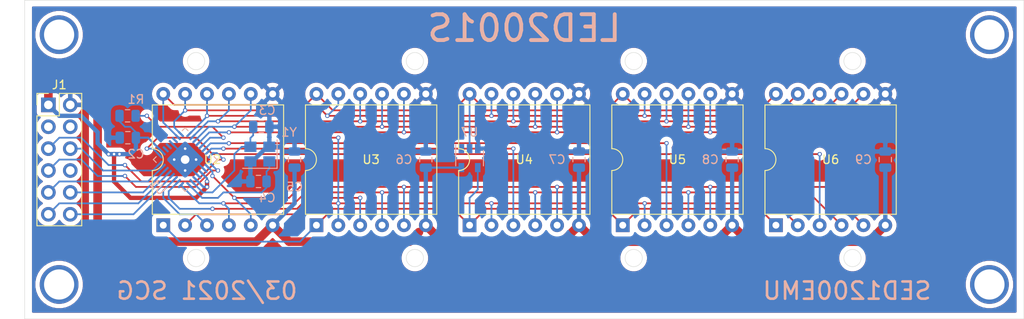
<source format=kicad_pcb>
(kicad_pcb (version 20171130) (host pcbnew "(5.1.4)-1")

  (general
    (thickness 1.6)
    (drawings 21)
    (tracks 381)
    (zones 0)
    (modules 18)
    (nets 34)
  )

  (page A4)
  (layers
    (0 F.Cu signal)
    (31 B.Cu signal)
    (32 B.Adhes user)
    (33 F.Adhes user)
    (34 B.Paste user hide)
    (35 F.Paste user)
    (36 B.SilkS user)
    (37 F.SilkS user)
    (38 B.Mask user hide)
    (39 F.Mask user)
    (40 Dwgs.User user)
    (41 Cmts.User user)
    (42 Eco1.User user)
    (43 Eco2.User user hide)
    (44 Edge.Cuts user)
    (45 Margin user)
    (46 B.CrtYd user hide)
    (47 F.CrtYd user hide)
    (48 B.Fab user hide)
    (49 F.Fab user)
  )

  (setup
    (last_trace_width 0.2)
    (trace_clearance 0.15)
    (zone_clearance 0.508)
    (zone_45_only no)
    (trace_min 0.2)
    (via_size 0.5)
    (via_drill 0.3)
    (via_min_size 0.4)
    (via_min_drill 0.3)
    (uvia_size 0.3)
    (uvia_drill 0.1)
    (uvias_allowed no)
    (uvia_min_size 0.2)
    (uvia_min_drill 0.1)
    (edge_width 0.05)
    (segment_width 0.2)
    (pcb_text_width 0.3)
    (pcb_text_size 1.5 1.5)
    (mod_edge_width 0.12)
    (mod_text_size 1 1)
    (mod_text_width 0.15)
    (pad_size 0.975 1.4)
    (pad_drill 0)
    (pad_to_mask_clearance 0.051)
    (solder_mask_min_width 0.25)
    (aux_axis_origin 0 0)
    (visible_elements 7FFFFFFF)
    (pcbplotparams
      (layerselection 0x010f0_ffffffff)
      (usegerberextensions false)
      (usegerberattributes false)
      (usegerberadvancedattributes false)
      (creategerberjobfile false)
      (excludeedgelayer true)
      (linewidth 0.100000)
      (plotframeref false)
      (viasonmask false)
      (mode 1)
      (useauxorigin false)
      (hpglpennumber 1)
      (hpglpenspeed 20)
      (hpglpendiameter 15.000000)
      (psnegative false)
      (psa4output false)
      (plotreference true)
      (plotvalue true)
      (plotinvisibletext false)
      (padsonsilk false)
      (subtractmaskfromsilk false)
      (outputformat 1)
      (mirror false)
      (drillshape 0)
      (scaleselection 1)
      (outputdirectory ""))
  )

  (net 0 "")
  (net 1 GNDD)
  (net 2 VCC)
  (net 3 "Net-(C3-Pad2)")
  (net 4 "Net-(C4-Pad2)")
  (net 5 /LCD_DB0)
  (net 6 /LCD_DB1)
  (net 7 /LCD_DB2)
  (net 8 /LCD_DB3)
  (net 9 /~LCD_RD)
  (net 10 /~LCD_WR)
  (net 11 /LCD_A0)
  (net 12 /~LCD_CS)
  (net 13 /CLK)
  (net 14 /LCD_V0)
  (net 15 "Net-(U1-Pad30)")
  (net 16 /LED_D6)
  (net 17 /LED_D5)
  (net 18 /LED_D4)
  (net 19 /LED_D3)
  (net 20 /LED_D2)
  (net 21 /LED_D1)
  (net 22 /LED_D0)
  (net 23 "Net-(U1-Pad22)")
  (net 24 "Net-(U1-Pad19)")
  (net 25 "Net-(U1-Pad17)")
  (net 26 /LED_A1)
  (net 27 /LED_A0)
  (net 28 "Net-(U1-Pad11)")
  (net 29 "Net-(U1-Pad10)")
  (net 30 "Net-(U1-Pad31)")
  (net 31 "Net-(R1-Pad1)")
  (net 32 "Net-(U1-Pad20)")
  (net 33 "Net-(U7-Pad1)")

  (net_class Default "Это класс цепей по умолчанию."
    (clearance 0.15)
    (trace_width 0.2)
    (via_dia 0.5)
    (via_drill 0.3)
    (uvia_dia 0.3)
    (uvia_drill 0.1)
    (add_net /CLK)
    (add_net /LCD_A0)
    (add_net /LCD_DB0)
    (add_net /LCD_DB1)
    (add_net /LCD_DB2)
    (add_net /LCD_DB3)
    (add_net /LCD_V0)
    (add_net /LED_A0)
    (add_net /LED_A1)
    (add_net /LED_D0)
    (add_net /LED_D1)
    (add_net /LED_D2)
    (add_net /LED_D3)
    (add_net /LED_D4)
    (add_net /LED_D5)
    (add_net /LED_D6)
    (add_net /~LCD_CS)
    (add_net /~LCD_RD)
    (add_net /~LCD_WR)
    (add_net GNDD)
    (add_net "Net-(C3-Pad2)")
    (add_net "Net-(C4-Pad2)")
    (add_net "Net-(R1-Pad1)")
    (add_net "Net-(U1-Pad10)")
    (add_net "Net-(U1-Pad11)")
    (add_net "Net-(U1-Pad17)")
    (add_net "Net-(U1-Pad19)")
    (add_net "Net-(U1-Pad20)")
    (add_net "Net-(U1-Pad22)")
    (add_net "Net-(U1-Pad30)")
    (add_net "Net-(U1-Pad31)")
    (add_net "Net-(U7-Pad1)")
    (add_net VCC)
  )

  (module Package_TO_SOT_SMD:SOT-23-5 (layer B.Cu) (tedit 5A02FF57) (tstamp 603FF4B7)
    (at 101.6 100.16 270)
    (descr "5-pin SOT23 package")
    (tags SOT-23-5)
    (path /6038D7F4)
    (attr smd)
    (fp_text reference U7 (at -3.005 0 180) (layer B.SilkS)
      (effects (font (size 1 1) (thickness 0.15)) (justify mirror))
    )
    (fp_text value SN74AHC1G04DBVR (at 0 -2.9 90) (layer B.Fab)
      (effects (font (size 1 1) (thickness 0.15)) (justify mirror))
    )
    (fp_text user %R (at 0 0 180) (layer B.Fab)
      (effects (font (size 0.5 0.5) (thickness 0.075)) (justify mirror))
    )
    (fp_line (start -0.9 -1.61) (end 0.9 -1.61) (layer B.SilkS) (width 0.12))
    (fp_line (start 0.9 1.61) (end -1.55 1.61) (layer B.SilkS) (width 0.12))
    (fp_line (start -1.9 1.8) (end 1.9 1.8) (layer B.CrtYd) (width 0.05))
    (fp_line (start 1.9 1.8) (end 1.9 -1.8) (layer B.CrtYd) (width 0.05))
    (fp_line (start 1.9 -1.8) (end -1.9 -1.8) (layer B.CrtYd) (width 0.05))
    (fp_line (start -1.9 -1.8) (end -1.9 1.8) (layer B.CrtYd) (width 0.05))
    (fp_line (start -0.9 0.9) (end -0.25 1.55) (layer B.Fab) (width 0.1))
    (fp_line (start 0.9 1.55) (end -0.25 1.55) (layer B.Fab) (width 0.1))
    (fp_line (start -0.9 0.9) (end -0.9 -1.55) (layer B.Fab) (width 0.1))
    (fp_line (start 0.9 -1.55) (end -0.9 -1.55) (layer B.Fab) (width 0.1))
    (fp_line (start 0.9 1.55) (end 0.9 -1.55) (layer B.Fab) (width 0.1))
    (pad 1 smd rect (at -1.1 0.95 270) (size 1.06 0.65) (layers B.Cu B.Paste B.Mask)
      (net 33 "Net-(U7-Pad1)"))
    (pad 2 smd rect (at -1.1 0 270) (size 1.06 0.65) (layers B.Cu B.Paste B.Mask)
      (net 16 /LED_D6))
    (pad 3 smd rect (at -1.1 -0.95 270) (size 1.06 0.65) (layers B.Cu B.Paste B.Mask)
      (net 1 GNDD))
    (pad 4 smd rect (at 1.1 -0.95 270) (size 1.06 0.65) (layers B.Cu B.Paste B.Mask)
      (net 17 /LED_D5))
    (pad 5 smd rect (at 1.1 0.95 270) (size 1.06 0.65) (layers B.Cu B.Paste B.Mask)
      (net 2 VCC))
    (model ${KISYS3DMOD}/Package_TO_SOT_SMD.3dshapes/SOT-23-5.wrl
      (at (xyz 0 0 0))
      (scale (xyz 1 1 1))
      (rotate (xyz 0 0 0))
    )
  )

  (module sed1200led_hw:HPDL1414 (layer F.Cu) (tedit 5FF18B96) (tstamp 603FEED1)
    (at 83.82 107.95)
    (path /5FE05C2B)
    (fp_text reference U3 (at 6.35 -7.62) (layer F.SilkS)
      (effects (font (size 1 1) (thickness 0.15)))
    )
    (fp_text value HPDL1414 (at 6.35 -7.62) (layer F.Fab)
      (effects (font (size 1 1) (thickness 0.15)))
    )
    (fp_line (start -1.27 -6.35) (end -1.27 -1.27) (layer F.SilkS) (width 0.12))
    (fp_line (start -1.27 -13.97) (end -1.27 -8.89) (layer F.SilkS) (width 0.12))
    (fp_arc (start -1.27 -7.62) (end -1.27 -6.35) (angle -180) (layer F.SilkS) (width 0.12))
    (fp_line (start 13.97 -1.27) (end -1.27 -1.27) (layer F.SilkS) (width 0.12))
    (fp_line (start 13.97 -13.97) (end 13.97 -1.27) (layer F.SilkS) (width 0.12))
    (fp_line (start -1.27 -13.97) (end 13.97 -13.97) (layer F.SilkS) (width 0.12))
    (fp_line (start -2.54 -17.78) (end -2.54 2.54) (layer F.Fab) (width 0.12))
    (fp_line (start 15.24 -17.78) (end -2.54 -17.78) (layer F.Fab) (width 0.12))
    (fp_line (start 15.24 2.54) (end 15.24 -17.78) (layer F.Fab) (width 0.12))
    (fp_line (start -2.54 2.54) (end 15.24 2.54) (layer F.Fab) (width 0.12))
    (pad 12 thru_hole circle (at 0 -15.24) (size 1.6 1.6) (drill 0.8) (layers *.Cu *.Mask)
      (net 16 /LED_D6))
    (pad 11 thru_hole circle (at 2.54 -15.24) (size 1.6 1.6) (drill 0.8) (layers *.Cu *.Mask)
      (net 19 /LED_D3))
    (pad 10 thru_hole circle (at 5.08 -15.24) (size 1.6 1.6) (drill 0.8) (layers *.Cu *.Mask)
      (net 20 /LED_D2))
    (pad 9 thru_hole circle (at 7.62 -15.24) (size 1.6 1.6) (drill 0.8) (layers *.Cu *.Mask)
      (net 21 /LED_D1))
    (pad 8 thru_hole circle (at 10.16 -15.24) (size 1.6 1.6) (drill 0.8) (layers *.Cu *.Mask)
      (net 22 /LED_D0))
    (pad 7 thru_hole circle (at 12.7 -15.24) (size 1.6 1.6) (drill 0.8) (layers *.Cu *.Mask)
      (net 1 GNDD))
    (pad 6 thru_hole circle (at 12.7 0) (size 1.6 1.6) (drill 0.8) (layers *.Cu *.Mask)
      (net 2 VCC))
    (pad 5 thru_hole circle (at 10.16 0) (size 1.6 1.6) (drill 0.8) (layers *.Cu *.Mask)
      (net 27 /LED_A0))
    (pad 4 thru_hole circle (at 7.62 0) (size 1.6 1.6) (drill 0.8) (layers *.Cu *.Mask)
      (net 26 /LED_A1))
    (pad 3 thru_hole circle (at 5.08 0) (size 1.6 1.6) (drill 0.8) (layers *.Cu *.Mask)
      (net 29 "Net-(U1-Pad10)"))
    (pad 2 thru_hole circle (at 2.54 0) (size 1.6 1.6) (drill 0.8) (layers *.Cu *.Mask)
      (net 18 /LED_D4))
    (pad 1 thru_hole rect (at 0 0) (size 1.6 1.6) (drill 0.8) (layers *.Cu *.Mask)
      (net 17 /LED_D5))
  )

  (module sed1200led_hw:HPDL1414 (layer F.Cu) (tedit 5FF18B96) (tstamp 5FF9CCB4)
    (at 66.04 107.95)
    (path /5FE0200B)
    (fp_text reference U2 (at 5.715 -7.62) (layer F.SilkS)
      (effects (font (size 1 1) (thickness 0.15)))
    )
    (fp_text value HPDL1414 (at 6.35 -7.62) (layer F.Fab)
      (effects (font (size 1 1) (thickness 0.15)))
    )
    (fp_line (start -1.27 -6.35) (end -1.27 -1.27) (layer F.SilkS) (width 0.12))
    (fp_line (start -1.27 -13.97) (end -1.27 -8.89) (layer F.SilkS) (width 0.12))
    (fp_arc (start -1.27 -7.62) (end -1.27 -6.35) (angle -180) (layer F.SilkS) (width 0.12))
    (fp_line (start 13.97 -1.27) (end -1.27 -1.27) (layer F.SilkS) (width 0.12))
    (fp_line (start 13.97 -13.97) (end 13.97 -1.27) (layer F.SilkS) (width 0.12))
    (fp_line (start -1.27 -13.97) (end 13.97 -13.97) (layer F.SilkS) (width 0.12))
    (fp_line (start -2.54 -17.78) (end -2.54 2.54) (layer F.Fab) (width 0.12))
    (fp_line (start 15.24 -17.78) (end -2.54 -17.78) (layer F.Fab) (width 0.12))
    (fp_line (start 15.24 2.54) (end 15.24 -17.78) (layer F.Fab) (width 0.12))
    (fp_line (start -2.54 2.54) (end 15.24 2.54) (layer F.Fab) (width 0.12))
    (pad 12 thru_hole circle (at 0 -15.24) (size 1.6 1.6) (drill 0.8) (layers *.Cu *.Mask)
      (net 16 /LED_D6))
    (pad 11 thru_hole circle (at 2.54 -15.24) (size 1.6 1.6) (drill 0.8) (layers *.Cu *.Mask)
      (net 19 /LED_D3))
    (pad 10 thru_hole circle (at 5.08 -15.24) (size 1.6 1.6) (drill 0.8) (layers *.Cu *.Mask)
      (net 20 /LED_D2))
    (pad 9 thru_hole circle (at 7.62 -15.24) (size 1.6 1.6) (drill 0.8) (layers *.Cu *.Mask)
      (net 21 /LED_D1))
    (pad 8 thru_hole circle (at 10.16 -15.24) (size 1.6 1.6) (drill 0.8) (layers *.Cu *.Mask)
      (net 22 /LED_D0))
    (pad 7 thru_hole circle (at 12.7 -15.24) (size 1.6 1.6) (drill 0.8) (layers *.Cu *.Mask)
      (net 1 GNDD))
    (pad 6 thru_hole circle (at 12.7 0) (size 1.6 1.6) (drill 0.8) (layers *.Cu *.Mask)
      (net 2 VCC))
    (pad 5 thru_hole circle (at 10.16 0) (size 1.6 1.6) (drill 0.8) (layers *.Cu *.Mask)
      (net 27 /LED_A0))
    (pad 4 thru_hole circle (at 7.62 0) (size 1.6 1.6) (drill 0.8) (layers *.Cu *.Mask)
      (net 26 /LED_A1))
    (pad 3 thru_hole circle (at 5.08 0) (size 1.6 1.6) (drill 0.8) (layers *.Cu *.Mask)
      (net 28 "Net-(U1-Pad11)"))
    (pad 2 thru_hole circle (at 2.54 0) (size 1.6 1.6) (drill 0.8) (layers *.Cu *.Mask)
      (net 18 /LED_D4))
    (pad 1 thru_hole rect (at 0 0) (size 1.6 1.6) (drill 0.8) (layers *.Cu *.Mask)
      (net 17 /LED_D5))
  )

  (module Capacitor_SMD:C_0805_2012Metric (layer B.Cu) (tedit 5B36C52B) (tstamp 603047A0)
    (at 77.4175 96.52 180)
    (descr "Capacitor SMD 0805 (2012 Metric), square (rectangular) end terminal, IPC_7351 nominal, (Body size source: https://docs.google.com/spreadsheets/d/1BsfQQcO9C6DZCsRaXUlFlo91Tg2WpOkGARC1WS5S8t0/edit?usp=sharing), generated with kicad-footprint-generator")
    (tags capacitor)
    (path /5FD5F4F1)
    (attr smd)
    (fp_text reference C3 (at -0.6875 1.905) (layer B.SilkS)
      (effects (font (size 1 1) (thickness 0.15)) (justify mirror))
    )
    (fp_text value 22p (at 0 -1.65) (layer B.Fab)
      (effects (font (size 1 1) (thickness 0.15)) (justify mirror))
    )
    (fp_text user %R (at 0 0) (layer B.Fab)
      (effects (font (size 0.5 0.5) (thickness 0.08)) (justify mirror))
    )
    (fp_line (start 1.68 -0.95) (end -1.68 -0.95) (layer B.CrtYd) (width 0.05))
    (fp_line (start 1.68 0.95) (end 1.68 -0.95) (layer B.CrtYd) (width 0.05))
    (fp_line (start -1.68 0.95) (end 1.68 0.95) (layer B.CrtYd) (width 0.05))
    (fp_line (start -1.68 -0.95) (end -1.68 0.95) (layer B.CrtYd) (width 0.05))
    (fp_line (start -0.258578 -0.71) (end 0.258578 -0.71) (layer B.SilkS) (width 0.12))
    (fp_line (start -0.258578 0.71) (end 0.258578 0.71) (layer B.SilkS) (width 0.12))
    (fp_line (start 1 -0.6) (end -1 -0.6) (layer B.Fab) (width 0.1))
    (fp_line (start 1 0.6) (end 1 -0.6) (layer B.Fab) (width 0.1))
    (fp_line (start -1 0.6) (end 1 0.6) (layer B.Fab) (width 0.1))
    (fp_line (start -1 -0.6) (end -1 0.6) (layer B.Fab) (width 0.1))
    (pad 2 smd roundrect (at 0.9375 0 180) (size 0.975 1.4) (layers B.Cu B.Paste B.Mask) (roundrect_rratio 0.25)
      (net 3 "Net-(C3-Pad2)"))
    (pad 1 smd roundrect (at -0.9375 0 180) (size 0.975 1.4) (layers B.Cu B.Paste B.Mask) (roundrect_rratio 0.25)
      (net 1 GNDD))
    (model ${KISYS3DMOD}/Capacitor_SMD.3dshapes/C_0805_2012Metric.wrl
      (at (xyz 0 0 0))
      (scale (xyz 1 1 1))
      (rotate (xyz 0 0 0))
    )
  )

  (module Crystal:Crystal_SMD_3225-4Pin_3.2x2.5mm (layer B.Cu) (tedit 5A0FD1B2) (tstamp 60301D34)
    (at 77.255 99.695 180)
    (descr "SMD Crystal SERIES SMD3225/4 http://www.txccrystal.com/images/pdf/7m-accuracy.pdf, 3.2x2.5mm^2 package")
    (tags "SMD SMT crystal")
    (path /6030AE6D)
    (attr smd)
    (fp_text reference Y1 (at -3.39 2.54) (layer B.SilkS)
      (effects (font (size 1 1) (thickness 0.15)) (justify mirror))
    )
    (fp_text value 16MHz (at 0 -2.45) (layer B.Fab)
      (effects (font (size 1 1) (thickness 0.15)) (justify mirror))
    )
    (fp_line (start 2.1 1.7) (end -2.1 1.7) (layer B.CrtYd) (width 0.05))
    (fp_line (start 2.1 -1.7) (end 2.1 1.7) (layer B.CrtYd) (width 0.05))
    (fp_line (start -2.1 -1.7) (end 2.1 -1.7) (layer B.CrtYd) (width 0.05))
    (fp_line (start -2.1 1.7) (end -2.1 -1.7) (layer B.CrtYd) (width 0.05))
    (fp_line (start -2 -1.65) (end 2 -1.65) (layer B.SilkS) (width 0.12))
    (fp_line (start -2 1.65) (end -2 -1.65) (layer B.SilkS) (width 0.12))
    (fp_line (start -1.6 -0.25) (end -0.6 -1.25) (layer B.Fab) (width 0.1))
    (fp_line (start 1.6 1.25) (end -1.6 1.25) (layer B.Fab) (width 0.1))
    (fp_line (start 1.6 -1.25) (end 1.6 1.25) (layer B.Fab) (width 0.1))
    (fp_line (start -1.6 -1.25) (end 1.6 -1.25) (layer B.Fab) (width 0.1))
    (fp_line (start -1.6 1.25) (end -1.6 -1.25) (layer B.Fab) (width 0.1))
    (fp_text user %R (at 0 0) (layer B.Fab)
      (effects (font (size 0.7 0.7) (thickness 0.105)) (justify mirror))
    )
    (pad 4 smd rect (at -1.1 0.85 180) (size 1.4 1.2) (layers B.Cu B.Paste B.Mask)
      (net 1 GNDD))
    (pad 3 smd rect (at 1.1 0.85 180) (size 1.4 1.2) (layers B.Cu B.Paste B.Mask)
      (net 3 "Net-(C3-Pad2)"))
    (pad 2 smd rect (at 1.1 -0.85 180) (size 1.4 1.2) (layers B.Cu B.Paste B.Mask)
      (net 1 GNDD))
    (pad 1 smd rect (at -1.1 -0.85 180) (size 1.4 1.2) (layers B.Cu B.Paste B.Mask)
      (net 4 "Net-(C4-Pad2)"))
    (model ${KISYS3DMOD}/Crystal.3dshapes/Crystal_SMD_3225-4Pin_3.2x2.5mm.wrl
      (at (xyz 0 0 0))
      (scale (xyz 1 1 1))
      (rotate (xyz 0 0 0))
    )
  )

  (module Resistor_SMD:R_0805_2012Metric (layer B.Cu) (tedit 5B36C52B) (tstamp 602956A9)
    (at 61.8975 95.25 180)
    (descr "Resistor SMD 0805 (2012 Metric), square (rectangular) end terminal, IPC_7351 nominal, (Body size source: https://docs.google.com/spreadsheets/d/1BsfQQcO9C6DZCsRaXUlFlo91Tg2WpOkGARC1WS5S8t0/edit?usp=sharing), generated with kicad-footprint-generator")
    (tags resistor)
    (path /602D1F82)
    (attr smd)
    (fp_text reference R1 (at -0.9675 1.905) (layer B.SilkS)
      (effects (font (size 1 1) (thickness 0.15)) (justify mirror))
    )
    (fp_text value 10K (at 0 -1.65) (layer B.Fab)
      (effects (font (size 1 1) (thickness 0.15)) (justify mirror))
    )
    (fp_text user %R (at 0 0) (layer B.Fab)
      (effects (font (size 0.5 0.5) (thickness 0.08)) (justify mirror))
    )
    (fp_line (start 1.68 -0.95) (end -1.68 -0.95) (layer B.CrtYd) (width 0.05))
    (fp_line (start 1.68 0.95) (end 1.68 -0.95) (layer B.CrtYd) (width 0.05))
    (fp_line (start -1.68 0.95) (end 1.68 0.95) (layer B.CrtYd) (width 0.05))
    (fp_line (start -1.68 -0.95) (end -1.68 0.95) (layer B.CrtYd) (width 0.05))
    (fp_line (start -0.258578 -0.71) (end 0.258578 -0.71) (layer B.SilkS) (width 0.12))
    (fp_line (start -0.258578 0.71) (end 0.258578 0.71) (layer B.SilkS) (width 0.12))
    (fp_line (start 1 -0.6) (end -1 -0.6) (layer B.Fab) (width 0.1))
    (fp_line (start 1 0.6) (end 1 -0.6) (layer B.Fab) (width 0.1))
    (fp_line (start -1 0.6) (end 1 0.6) (layer B.Fab) (width 0.1))
    (fp_line (start -1 -0.6) (end -1 0.6) (layer B.Fab) (width 0.1))
    (pad 2 smd roundrect (at 0.9375 0 180) (size 0.975 1.4) (layers B.Cu B.Paste B.Mask) (roundrect_rratio 0.25)
      (net 2 VCC))
    (pad 1 smd roundrect (at -0.9375 0 180) (size 0.975 1.4) (layers B.Cu B.Paste B.Mask) (roundrect_rratio 0.25)
      (net 31 "Net-(R1-Pad1)"))
    (model ${KISYS3DMOD}/Resistor_SMD.3dshapes/R_0805_2012Metric.wrl
      (at (xyz 0 0 0))
      (scale (xyz 1 1 1))
      (rotate (xyz 0 0 0))
    )
  )

  (module sed1200led_hw:HPDL1414 (layer F.Cu) (tedit 5FF18B96) (tstamp 5FF1E3A6)
    (at 101.6 107.95)
    (path /5FE04287)
    (fp_text reference U4 (at 6.35 -7.62) (layer F.SilkS)
      (effects (font (size 1 1) (thickness 0.15)))
    )
    (fp_text value HPDL1414 (at 6.35 -7.62) (layer F.Fab)
      (effects (font (size 1 1) (thickness 0.15)))
    )
    (fp_line (start -1.27 -6.35) (end -1.27 -1.27) (layer F.SilkS) (width 0.12))
    (fp_line (start -1.27 -13.97) (end -1.27 -8.89) (layer F.SilkS) (width 0.12))
    (fp_arc (start -1.27 -7.62) (end -1.27 -6.35) (angle -180) (layer F.SilkS) (width 0.12))
    (fp_line (start 13.97 -1.27) (end -1.27 -1.27) (layer F.SilkS) (width 0.12))
    (fp_line (start 13.97 -13.97) (end 13.97 -1.27) (layer F.SilkS) (width 0.12))
    (fp_line (start -1.27 -13.97) (end 13.97 -13.97) (layer F.SilkS) (width 0.12))
    (fp_line (start -2.54 -17.78) (end -2.54 2.54) (layer F.Fab) (width 0.12))
    (fp_line (start 15.24 -17.78) (end -2.54 -17.78) (layer F.Fab) (width 0.12))
    (fp_line (start 15.24 2.54) (end 15.24 -17.78) (layer F.Fab) (width 0.12))
    (fp_line (start -2.54 2.54) (end 15.24 2.54) (layer F.Fab) (width 0.12))
    (pad 12 thru_hole circle (at 0 -15.24) (size 1.6 1.6) (drill 0.8) (layers *.Cu *.Mask)
      (net 16 /LED_D6))
    (pad 11 thru_hole circle (at 2.54 -15.24) (size 1.6 1.6) (drill 0.8) (layers *.Cu *.Mask)
      (net 19 /LED_D3))
    (pad 10 thru_hole circle (at 5.08 -15.24) (size 1.6 1.6) (drill 0.8) (layers *.Cu *.Mask)
      (net 20 /LED_D2))
    (pad 9 thru_hole circle (at 7.62 -15.24) (size 1.6 1.6) (drill 0.8) (layers *.Cu *.Mask)
      (net 21 /LED_D1))
    (pad 8 thru_hole circle (at 10.16 -15.24) (size 1.6 1.6) (drill 0.8) (layers *.Cu *.Mask)
      (net 22 /LED_D0))
    (pad 7 thru_hole circle (at 12.7 -15.24) (size 1.6 1.6) (drill 0.8) (layers *.Cu *.Mask)
      (net 1 GNDD))
    (pad 6 thru_hole circle (at 12.7 0) (size 1.6 1.6) (drill 0.8) (layers *.Cu *.Mask)
      (net 2 VCC))
    (pad 5 thru_hole circle (at 10.16 0) (size 1.6 1.6) (drill 0.8) (layers *.Cu *.Mask)
      (net 27 /LED_A0))
    (pad 4 thru_hole circle (at 7.62 0) (size 1.6 1.6) (drill 0.8) (layers *.Cu *.Mask)
      (net 26 /LED_A1))
    (pad 3 thru_hole circle (at 5.08 0) (size 1.6 1.6) (drill 0.8) (layers *.Cu *.Mask)
      (net 30 "Net-(U1-Pad31)"))
    (pad 2 thru_hole circle (at 2.54 0) (size 1.6 1.6) (drill 0.8) (layers *.Cu *.Mask)
      (net 18 /LED_D4))
    (pad 1 thru_hole rect (at 0 0) (size 1.6 1.6) (drill 0.8) (layers *.Cu *.Mask)
      (net 17 /LED_D5))
  )

  (module Capacitor_SMD:C_0805_2012Metric (layer B.Cu) (tedit 5B36C52B) (tstamp 5FF99C32)
    (at 77.0925 102.87)
    (descr "Capacitor SMD 0805 (2012 Metric), square (rectangular) end terminal, IPC_7351 nominal, (Body size source: https://docs.google.com/spreadsheets/d/1BsfQQcO9C6DZCsRaXUlFlo91Tg2WpOkGARC1WS5S8t0/edit?usp=sharing), generated with kicad-footprint-generator")
    (tags capacitor)
    (path /5FD5FCC3)
    (attr smd)
    (fp_text reference C4 (at 1.0125 1.905) (layer B.SilkS)
      (effects (font (size 1 1) (thickness 0.15)) (justify mirror))
    )
    (fp_text value 22p (at 0 -1.65) (layer B.Fab)
      (effects (font (size 1 1) (thickness 0.15)) (justify mirror))
    )
    (fp_text user %R (at 0 0) (layer B.Fab)
      (effects (font (size 0.5 0.5) (thickness 0.08)) (justify mirror))
    )
    (fp_line (start 1.68 -0.95) (end -1.68 -0.95) (layer B.CrtYd) (width 0.05))
    (fp_line (start 1.68 0.95) (end 1.68 -0.95) (layer B.CrtYd) (width 0.05))
    (fp_line (start -1.68 0.95) (end 1.68 0.95) (layer B.CrtYd) (width 0.05))
    (fp_line (start -1.68 -0.95) (end -1.68 0.95) (layer B.CrtYd) (width 0.05))
    (fp_line (start -0.258578 -0.71) (end 0.258578 -0.71) (layer B.SilkS) (width 0.12))
    (fp_line (start -0.258578 0.71) (end 0.258578 0.71) (layer B.SilkS) (width 0.12))
    (fp_line (start 1 -0.6) (end -1 -0.6) (layer B.Fab) (width 0.1))
    (fp_line (start 1 0.6) (end 1 -0.6) (layer B.Fab) (width 0.1))
    (fp_line (start -1 0.6) (end 1 0.6) (layer B.Fab) (width 0.1))
    (fp_line (start -1 -0.6) (end -1 0.6) (layer B.Fab) (width 0.1))
    (pad 2 smd roundrect (at 0.9375 0) (size 0.975 1.4) (layers B.Cu B.Paste B.Mask) (roundrect_rratio 0.25)
      (net 4 "Net-(C4-Pad2)"))
    (pad 1 smd roundrect (at -0.9375 0) (size 0.975 1.4) (layers B.Cu B.Paste B.Mask) (roundrect_rratio 0.25)
      (net 1 GNDD))
    (model ${KISYS3DMOD}/Capacitor_SMD.3dshapes/C_0805_2012Metric.wrl
      (at (xyz 0 0 0))
      (scale (xyz 1 1 1))
      (rotate (xyz 0 0 0))
    )
  )

  (module Capacitor_SMD:C_0805_2012Metric (layer B.Cu) (tedit 5B36C52B) (tstamp 601E6E80)
    (at 61.9275 97.79 180)
    (descr "Capacitor SMD 0805 (2012 Metric), square (rectangular) end terminal, IPC_7351 nominal, (Body size source: https://docs.google.com/spreadsheets/d/1BsfQQcO9C6DZCsRaXUlFlo91Tg2WpOkGARC1WS5S8t0/edit?usp=sharing), generated with kicad-footprint-generator")
    (tags capacitor)
    (path /5FDEA994)
    (attr smd)
    (fp_text reference C2 (at -0.9375 -1.905) (layer B.SilkS)
      (effects (font (size 1 1) (thickness 0.15)) (justify mirror))
    )
    (fp_text value 0.1 (at 0 -1.65) (layer B.Fab)
      (effects (font (size 1 1) (thickness 0.15)) (justify mirror))
    )
    (fp_text user %R (at 0 0) (layer B.Fab)
      (effects (font (size 0.5 0.5) (thickness 0.08)) (justify mirror))
    )
    (fp_line (start 1.68 -0.95) (end -1.68 -0.95) (layer B.CrtYd) (width 0.05))
    (fp_line (start 1.68 0.95) (end 1.68 -0.95) (layer B.CrtYd) (width 0.05))
    (fp_line (start -1.68 0.95) (end 1.68 0.95) (layer B.CrtYd) (width 0.05))
    (fp_line (start -1.68 -0.95) (end -1.68 0.95) (layer B.CrtYd) (width 0.05))
    (fp_line (start -0.258578 -0.71) (end 0.258578 -0.71) (layer B.SilkS) (width 0.12))
    (fp_line (start -0.258578 0.71) (end 0.258578 0.71) (layer B.SilkS) (width 0.12))
    (fp_line (start 1 -0.6) (end -1 -0.6) (layer B.Fab) (width 0.1))
    (fp_line (start 1 0.6) (end 1 -0.6) (layer B.Fab) (width 0.1))
    (fp_line (start -1 0.6) (end 1 0.6) (layer B.Fab) (width 0.1))
    (fp_line (start -1 -0.6) (end -1 0.6) (layer B.Fab) (width 0.1))
    (pad 2 smd roundrect (at 0.9375 0 180) (size 0.975 1.4) (layers B.Cu B.Paste B.Mask) (roundrect_rratio 0.25)
      (net 1 GNDD))
    (pad 1 smd roundrect (at -0.9375 0 180) (size 0.975 1.4) (layers B.Cu B.Paste B.Mask) (roundrect_rratio 0.25)
      (net 2 VCC))
    (model ${KISYS3DMOD}/Capacitor_SMD.3dshapes/C_0805_2012Metric.wrl
      (at (xyz 0 0 0))
      (scale (xyz 1 1 1))
      (rotate (xyz 0 0 0))
    )
  )

  (module Connector_PinHeader_2.54mm:PinHeader_2x06_P2.54mm_Vertical (layer F.Cu) (tedit 59FED5CC) (tstamp 5FF1E844)
    (at 52.705 93.98)
    (descr "Through hole straight pin header, 2x06, 2.54mm pitch, double rows")
    (tags "Through hole pin header THT 2x06 2.54mm double row")
    (path /5FD7FB33)
    (fp_text reference J1 (at 1.27 -2.33) (layer F.SilkS)
      (effects (font (size 1 1) (thickness 0.15)))
    )
    (fp_text value "Module Connector" (at 1.27 15.03) (layer F.Fab)
      (effects (font (size 1 1) (thickness 0.15)))
    )
    (fp_text user %R (at 1.27 6.35 90) (layer F.Fab)
      (effects (font (size 1 1) (thickness 0.15)))
    )
    (fp_line (start 4.35 -1.8) (end -1.8 -1.8) (layer F.CrtYd) (width 0.05))
    (fp_line (start 4.35 14.5) (end 4.35 -1.8) (layer F.CrtYd) (width 0.05))
    (fp_line (start -1.8 14.5) (end 4.35 14.5) (layer F.CrtYd) (width 0.05))
    (fp_line (start -1.8 -1.8) (end -1.8 14.5) (layer F.CrtYd) (width 0.05))
    (fp_line (start -1.33 -1.33) (end 0 -1.33) (layer F.SilkS) (width 0.12))
    (fp_line (start -1.33 0) (end -1.33 -1.33) (layer F.SilkS) (width 0.12))
    (fp_line (start 1.27 -1.33) (end 3.87 -1.33) (layer F.SilkS) (width 0.12))
    (fp_line (start 1.27 1.27) (end 1.27 -1.33) (layer F.SilkS) (width 0.12))
    (fp_line (start -1.33 1.27) (end 1.27 1.27) (layer F.SilkS) (width 0.12))
    (fp_line (start 3.87 -1.33) (end 3.87 14.03) (layer F.SilkS) (width 0.12))
    (fp_line (start -1.33 1.27) (end -1.33 14.03) (layer F.SilkS) (width 0.12))
    (fp_line (start -1.33 14.03) (end 3.87 14.03) (layer F.SilkS) (width 0.12))
    (fp_line (start -1.27 0) (end 0 -1.27) (layer F.Fab) (width 0.1))
    (fp_line (start -1.27 13.97) (end -1.27 0) (layer F.Fab) (width 0.1))
    (fp_line (start 3.81 13.97) (end -1.27 13.97) (layer F.Fab) (width 0.1))
    (fp_line (start 3.81 -1.27) (end 3.81 13.97) (layer F.Fab) (width 0.1))
    (fp_line (start 0 -1.27) (end 3.81 -1.27) (layer F.Fab) (width 0.1))
    (pad 12 thru_hole oval (at 2.54 12.7) (size 1.7 1.7) (drill 1) (layers *.Cu *.Mask)
      (net 5 /LCD_DB0))
    (pad 11 thru_hole oval (at 0 12.7) (size 1.7 1.7) (drill 1) (layers *.Cu *.Mask)
      (net 6 /LCD_DB1))
    (pad 10 thru_hole oval (at 2.54 10.16) (size 1.7 1.7) (drill 1) (layers *.Cu *.Mask)
      (net 7 /LCD_DB2))
    (pad 9 thru_hole oval (at 0 10.16) (size 1.7 1.7) (drill 1) (layers *.Cu *.Mask)
      (net 8 /LCD_DB3))
    (pad 8 thru_hole oval (at 2.54 7.62) (size 1.7 1.7) (drill 1) (layers *.Cu *.Mask)
      (net 9 /~LCD_RD))
    (pad 7 thru_hole oval (at 0 7.62) (size 1.7 1.7) (drill 1) (layers *.Cu *.Mask)
      (net 10 /~LCD_WR))
    (pad 6 thru_hole oval (at 2.54 5.08) (size 1.7 1.7) (drill 1) (layers *.Cu *.Mask)
      (net 11 /LCD_A0))
    (pad 5 thru_hole oval (at 0 5.08) (size 1.7 1.7) (drill 1) (layers *.Cu *.Mask)
      (net 12 /~LCD_CS))
    (pad 4 thru_hole oval (at 2.54 2.54) (size 1.7 1.7) (drill 1) (layers *.Cu *.Mask)
      (net 13 /CLK))
    (pad 3 thru_hole oval (at 0 2.54) (size 1.7 1.7) (drill 1) (layers *.Cu *.Mask)
      (net 14 /LCD_V0))
    (pad 2 thru_hole oval (at 2.54 0) (size 1.7 1.7) (drill 1) (layers *.Cu *.Mask)
      (net 1 GNDD))
    (pad 1 thru_hole rect (at 0 0) (size 1.7 1.7) (drill 1) (layers *.Cu *.Mask)
      (net 2 VCC))
    (model ${KISYS3DMOD}/Connector_PinHeader_2.54mm.3dshapes/PinHeader_2x06_P2.54mm_Vertical.wrl
      (at (xyz 0 0 0))
      (scale (xyz 1 1 1))
      (rotate (xyz 0 0 0))
    )
  )

  (module sed1200led_hw:HPDL1414 (layer F.Cu) (tedit 5FF18B96) (tstamp 5FF1E3C0)
    (at 119.38 107.95)
    (path /5FE06CE4)
    (fp_text reference U5 (at 6.35 -7.62) (layer F.SilkS)
      (effects (font (size 1 1) (thickness 0.15)))
    )
    (fp_text value HPDL1414 (at 6.35 -7.62) (layer F.Fab)
      (effects (font (size 1 1) (thickness 0.15)))
    )
    (fp_line (start -1.27 -6.35) (end -1.27 -1.27) (layer F.SilkS) (width 0.12))
    (fp_line (start -1.27 -13.97) (end -1.27 -8.89) (layer F.SilkS) (width 0.12))
    (fp_arc (start -1.27 -7.62) (end -1.27 -6.35) (angle -180) (layer F.SilkS) (width 0.12))
    (fp_line (start 13.97 -1.27) (end -1.27 -1.27) (layer F.SilkS) (width 0.12))
    (fp_line (start 13.97 -13.97) (end 13.97 -1.27) (layer F.SilkS) (width 0.12))
    (fp_line (start -1.27 -13.97) (end 13.97 -13.97) (layer F.SilkS) (width 0.12))
    (fp_line (start -2.54 -17.78) (end -2.54 2.54) (layer F.Fab) (width 0.12))
    (fp_line (start 15.24 -17.78) (end -2.54 -17.78) (layer F.Fab) (width 0.12))
    (fp_line (start 15.24 2.54) (end 15.24 -17.78) (layer F.Fab) (width 0.12))
    (fp_line (start -2.54 2.54) (end 15.24 2.54) (layer F.Fab) (width 0.12))
    (pad 12 thru_hole circle (at 0 -15.24) (size 1.6 1.6) (drill 0.8) (layers *.Cu *.Mask)
      (net 16 /LED_D6))
    (pad 11 thru_hole circle (at 2.54 -15.24) (size 1.6 1.6) (drill 0.8) (layers *.Cu *.Mask)
      (net 19 /LED_D3))
    (pad 10 thru_hole circle (at 5.08 -15.24) (size 1.6 1.6) (drill 0.8) (layers *.Cu *.Mask)
      (net 20 /LED_D2))
    (pad 9 thru_hole circle (at 7.62 -15.24) (size 1.6 1.6) (drill 0.8) (layers *.Cu *.Mask)
      (net 21 /LED_D1))
    (pad 8 thru_hole circle (at 10.16 -15.24) (size 1.6 1.6) (drill 0.8) (layers *.Cu *.Mask)
      (net 22 /LED_D0))
    (pad 7 thru_hole circle (at 12.7 -15.24) (size 1.6 1.6) (drill 0.8) (layers *.Cu *.Mask)
      (net 1 GNDD))
    (pad 6 thru_hole circle (at 12.7 0) (size 1.6 1.6) (drill 0.8) (layers *.Cu *.Mask)
      (net 2 VCC))
    (pad 5 thru_hole circle (at 10.16 0) (size 1.6 1.6) (drill 0.8) (layers *.Cu *.Mask)
      (net 27 /LED_A0))
    (pad 4 thru_hole circle (at 7.62 0) (size 1.6 1.6) (drill 0.8) (layers *.Cu *.Mask)
      (net 26 /LED_A1))
    (pad 3 thru_hole circle (at 5.08 0) (size 1.6 1.6) (drill 0.8) (layers *.Cu *.Mask)
      (net 15 "Net-(U1-Pad30)"))
    (pad 2 thru_hole circle (at 2.54 0) (size 1.6 1.6) (drill 0.8) (layers *.Cu *.Mask)
      (net 18 /LED_D4))
    (pad 1 thru_hole rect (at 0 0) (size 1.6 1.6) (drill 0.8) (layers *.Cu *.Mask)
      (net 17 /LED_D5))
  )

  (module sed1200led_hw:HPDL1414 (layer F.Cu) (tedit 5FF18B96) (tstamp 5FF1E3DA)
    (at 137.16 107.95)
    (path /5FE05455)
    (fp_text reference U6 (at 6.35 -7.62) (layer F.SilkS)
      (effects (font (size 1 1) (thickness 0.15)))
    )
    (fp_text value HPDL1414 (at 6.35 -7.62) (layer F.Fab)
      (effects (font (size 1 1) (thickness 0.15)))
    )
    (fp_line (start -1.27 -6.35) (end -1.27 -1.27) (layer F.SilkS) (width 0.12))
    (fp_line (start -1.27 -13.97) (end -1.27 -8.89) (layer F.SilkS) (width 0.12))
    (fp_arc (start -1.27 -7.62) (end -1.27 -6.35) (angle -180) (layer F.SilkS) (width 0.12))
    (fp_line (start 13.97 -1.27) (end -1.27 -1.27) (layer F.SilkS) (width 0.12))
    (fp_line (start 13.97 -13.97) (end 13.97 -1.27) (layer F.SilkS) (width 0.12))
    (fp_line (start -1.27 -13.97) (end 13.97 -13.97) (layer F.SilkS) (width 0.12))
    (fp_line (start -2.54 -17.78) (end -2.54 2.54) (layer F.Fab) (width 0.12))
    (fp_line (start 15.24 -17.78) (end -2.54 -17.78) (layer F.Fab) (width 0.12))
    (fp_line (start 15.24 2.54) (end 15.24 -17.78) (layer F.Fab) (width 0.12))
    (fp_line (start -2.54 2.54) (end 15.24 2.54) (layer F.Fab) (width 0.12))
    (pad 12 thru_hole circle (at 0 -15.24) (size 1.6 1.6) (drill 0.8) (layers *.Cu *.Mask)
      (net 16 /LED_D6))
    (pad 11 thru_hole circle (at 2.54 -15.24) (size 1.6 1.6) (drill 0.8) (layers *.Cu *.Mask)
      (net 19 /LED_D3))
    (pad 10 thru_hole circle (at 5.08 -15.24) (size 1.6 1.6) (drill 0.8) (layers *.Cu *.Mask)
      (net 20 /LED_D2))
    (pad 9 thru_hole circle (at 7.62 -15.24) (size 1.6 1.6) (drill 0.8) (layers *.Cu *.Mask)
      (net 21 /LED_D1))
    (pad 8 thru_hole circle (at 10.16 -15.24) (size 1.6 1.6) (drill 0.8) (layers *.Cu *.Mask)
      (net 22 /LED_D0))
    (pad 7 thru_hole circle (at 12.7 -15.24) (size 1.6 1.6) (drill 0.8) (layers *.Cu *.Mask)
      (net 1 GNDD))
    (pad 6 thru_hole circle (at 12.7 0) (size 1.6 1.6) (drill 0.8) (layers *.Cu *.Mask)
      (net 2 VCC))
    (pad 5 thru_hole circle (at 10.16 0) (size 1.6 1.6) (drill 0.8) (layers *.Cu *.Mask)
      (net 27 /LED_A0))
    (pad 4 thru_hole circle (at 7.62 0) (size 1.6 1.6) (drill 0.8) (layers *.Cu *.Mask)
      (net 26 /LED_A1))
    (pad 3 thru_hole circle (at 5.08 0) (size 1.6 1.6) (drill 0.8) (layers *.Cu *.Mask)
      (net 25 "Net-(U1-Pad17)"))
    (pad 2 thru_hole circle (at 2.54 0) (size 1.6 1.6) (drill 0.8) (layers *.Cu *.Mask)
      (net 18 /LED_D4))
    (pad 1 thru_hole rect (at 0 0) (size 1.6 1.6) (drill 0.8) (layers *.Cu *.Mask)
      (net 17 /LED_D5))
  )

  (module Package_DFN_QFN:QFN-32-1EP_5x5mm_P0.5mm_EP3.1x3.1mm (layer B.Cu) (tedit 5B4E60CE) (tstamp 5FF9E222)
    (at 68.58 100.33 135)
    (descr "QFN, 32 Pin (http://ww1.microchip.com/downloads/en/DeviceDoc/8008S.pdf (Page 20)), generated with kicad-footprint-generator ipc_dfn_qfn_generator.py")
    (tags "QFN DFN_QFN")
    (path /5FD48546)
    (attr smd)
    (fp_text reference U1 (at 0 -4.490128 135) (layer B.SilkS)
      (effects (font (size 1 1) (thickness 0.15)) (justify mirror))
    )
    (fp_text value ATmega328P-MU (at 0 -3.82 135) (layer B.Fab)
      (effects (font (size 1 1) (thickness 0.15)) (justify mirror))
    )
    (fp_text user %R (at 0 0 135) (layer B.Fab)
      (effects (font (size 1 1) (thickness 0.15)) (justify mirror))
    )
    (fp_line (start 3.12 3.12) (end -3.12 3.12) (layer B.CrtYd) (width 0.05))
    (fp_line (start 3.12 -3.12) (end 3.12 3.12) (layer B.CrtYd) (width 0.05))
    (fp_line (start -3.12 -3.12) (end 3.12 -3.12) (layer B.CrtYd) (width 0.05))
    (fp_line (start -3.12 3.12) (end -3.12 -3.12) (layer B.CrtYd) (width 0.05))
    (fp_line (start -2.5 1.5) (end -1.5 2.5) (layer B.Fab) (width 0.1))
    (fp_line (start -2.5 -2.5) (end -2.5 1.5) (layer B.Fab) (width 0.1))
    (fp_line (start 2.5 -2.5) (end -2.5 -2.5) (layer B.Fab) (width 0.1))
    (fp_line (start 2.5 2.5) (end 2.5 -2.5) (layer B.Fab) (width 0.1))
    (fp_line (start -1.5 2.5) (end 2.5 2.5) (layer B.Fab) (width 0.1))
    (fp_line (start -2.135 2.61) (end -2.61 2.61) (layer B.SilkS) (width 0.12))
    (fp_line (start 2.61 -2.61) (end 2.61 -2.135) (layer B.SilkS) (width 0.12))
    (fp_line (start 2.135 -2.61) (end 2.61 -2.61) (layer B.SilkS) (width 0.12))
    (fp_line (start -2.61 -2.61) (end -2.61 -2.135) (layer B.SilkS) (width 0.12))
    (fp_line (start -2.135 -2.61) (end -2.61 -2.61) (layer B.SilkS) (width 0.12))
    (fp_line (start 2.61 2.61) (end 2.61 2.135) (layer B.SilkS) (width 0.12))
    (fp_line (start 2.135 2.61) (end 2.61 2.61) (layer B.SilkS) (width 0.12))
    (pad 32 smd roundrect (at -1.75 2.4375 135) (size 0.25 0.875) (layers B.Cu B.Paste B.Mask) (roundrect_rratio 0.25)
      (net 12 /~LCD_CS))
    (pad 31 smd roundrect (at -1.25 2.4375 135) (size 0.25 0.875) (layers B.Cu B.Paste B.Mask) (roundrect_rratio 0.25)
      (net 30 "Net-(U1-Pad31)"))
    (pad 30 smd roundrect (at -0.75 2.4375 135) (size 0.25 0.875) (layers B.Cu B.Paste B.Mask) (roundrect_rratio 0.25)
      (net 15 "Net-(U1-Pad30)"))
    (pad 29 smd roundrect (at -0.25 2.4375 135) (size 0.25 0.875) (layers B.Cu B.Paste B.Mask) (roundrect_rratio 0.25)
      (net 31 "Net-(R1-Pad1)"))
    (pad 28 smd roundrect (at 0.25 2.4375 135) (size 0.25 0.875) (layers B.Cu B.Paste B.Mask) (roundrect_rratio 0.25)
      (net 18 /LED_D4))
    (pad 27 smd roundrect (at 0.75 2.4375 135) (size 0.25 0.875) (layers B.Cu B.Paste B.Mask) (roundrect_rratio 0.25)
      (net 22 /LED_D0))
    (pad 26 smd roundrect (at 1.25 2.4375 135) (size 0.25 0.875) (layers B.Cu B.Paste B.Mask) (roundrect_rratio 0.25)
      (net 21 /LED_D1))
    (pad 25 smd roundrect (at 1.75 2.4375 135) (size 0.25 0.875) (layers B.Cu B.Paste B.Mask) (roundrect_rratio 0.25)
      (net 20 /LED_D2))
    (pad 24 smd roundrect (at 2.4375 1.75 135) (size 0.875 0.25) (layers B.Cu B.Paste B.Mask) (roundrect_rratio 0.25)
      (net 19 /LED_D3))
    (pad 23 smd roundrect (at 2.4375 1.25 135) (size 0.875 0.25) (layers B.Cu B.Paste B.Mask) (roundrect_rratio 0.25)
      (net 16 /LED_D6))
    (pad 22 smd roundrect (at 2.4375 0.75 135) (size 0.875 0.25) (layers B.Cu B.Paste B.Mask) (roundrect_rratio 0.25)
      (net 23 "Net-(U1-Pad22)"))
    (pad 21 smd roundrect (at 2.4375 0.25 135) (size 0.875 0.25) (layers B.Cu B.Paste B.Mask) (roundrect_rratio 0.25)
      (net 1 GNDD))
    (pad 20 smd roundrect (at 2.4375 -0.25 135) (size 0.875 0.25) (layers B.Cu B.Paste B.Mask) (roundrect_rratio 0.25)
      (net 32 "Net-(U1-Pad20)"))
    (pad 19 smd roundrect (at 2.4375 -0.75 135) (size 0.875 0.25) (layers B.Cu B.Paste B.Mask) (roundrect_rratio 0.25)
      (net 24 "Net-(U1-Pad19)"))
    (pad 18 smd roundrect (at 2.4375 -1.25 135) (size 0.875 0.25) (layers B.Cu B.Paste B.Mask) (roundrect_rratio 0.25)
      (net 2 VCC))
    (pad 17 smd roundrect (at 2.4375 -1.75 135) (size 0.875 0.25) (layers B.Cu B.Paste B.Mask) (roundrect_rratio 0.25)
      (net 25 "Net-(U1-Pad17)"))
    (pad 16 smd roundrect (at 1.75 -2.4375 135) (size 0.25 0.875) (layers B.Cu B.Paste B.Mask) (roundrect_rratio 0.25)
      (net 11 /LCD_A0))
    (pad 15 smd roundrect (at 1.25 -2.4375 135) (size 0.25 0.875) (layers B.Cu B.Paste B.Mask) (roundrect_rratio 0.25)
      (net 8 /LCD_DB3))
    (pad 14 smd roundrect (at 0.75 -2.4375 135) (size 0.25 0.875) (layers B.Cu B.Paste B.Mask) (roundrect_rratio 0.25)
      (net 7 /LCD_DB2))
    (pad 13 smd roundrect (at 0.25 -2.4375 135) (size 0.25 0.875) (layers B.Cu B.Paste B.Mask) (roundrect_rratio 0.25)
      (net 6 /LCD_DB1))
    (pad 12 smd roundrect (at -0.25 -2.4375 135) (size 0.25 0.875) (layers B.Cu B.Paste B.Mask) (roundrect_rratio 0.25)
      (net 5 /LCD_DB0))
    (pad 11 smd roundrect (at -0.75 -2.4375 135) (size 0.25 0.875) (layers B.Cu B.Paste B.Mask) (roundrect_rratio 0.25)
      (net 28 "Net-(U1-Pad11)"))
    (pad 10 smd roundrect (at -1.25 -2.4375 135) (size 0.25 0.875) (layers B.Cu B.Paste B.Mask) (roundrect_rratio 0.25)
      (net 29 "Net-(U1-Pad10)"))
    (pad 9 smd roundrect (at -1.75 -2.4375 135) (size 0.25 0.875) (layers B.Cu B.Paste B.Mask) (roundrect_rratio 0.25)
      (net 26 /LED_A1))
    (pad 8 smd roundrect (at -2.4375 -1.75 135) (size 0.875 0.25) (layers B.Cu B.Paste B.Mask) (roundrect_rratio 0.25)
      (net 4 "Net-(C4-Pad2)"))
    (pad 7 smd roundrect (at -2.4375 -1.25 135) (size 0.875 0.25) (layers B.Cu B.Paste B.Mask) (roundrect_rratio 0.25)
      (net 3 "Net-(C3-Pad2)"))
    (pad 6 smd roundrect (at -2.4375 -0.75 135) (size 0.875 0.25) (layers B.Cu B.Paste B.Mask) (roundrect_rratio 0.25)
      (net 2 VCC))
    (pad 5 smd roundrect (at -2.4375 -0.25 135) (size 0.875 0.25) (layers B.Cu B.Paste B.Mask) (roundrect_rratio 0.25)
      (net 1 GNDD))
    (pad 4 smd roundrect (at -2.4375 0.25 135) (size 0.875 0.25) (layers B.Cu B.Paste B.Mask) (roundrect_rratio 0.25)
      (net 2 VCC))
    (pad 3 smd roundrect (at -2.4375 0.75 135) (size 0.875 0.25) (layers B.Cu B.Paste B.Mask) (roundrect_rratio 0.25)
      (net 1 GNDD))
    (pad 2 smd roundrect (at -2.4375 1.25 135) (size 0.875 0.25) (layers B.Cu B.Paste B.Mask) (roundrect_rratio 0.25)
      (net 27 /LED_A0))
    (pad 1 smd roundrect (at -2.4375 1.75 135) (size 0.875 0.25) (layers B.Cu B.Paste B.Mask) (roundrect_rratio 0.25)
      (net 10 /~LCD_WR))
    (pad "" smd roundrect (at 1.03 -1.03 135) (size 0.83 0.83) (layers B.Paste) (roundrect_rratio 0.25))
    (pad "" smd roundrect (at 1.03 0 135) (size 0.83 0.83) (layers B.Paste) (roundrect_rratio 0.25))
    (pad "" smd roundrect (at 1.03 1.03 135) (size 0.83 0.83) (layers B.Paste) (roundrect_rratio 0.25))
    (pad "" smd roundrect (at 0 -1.03 135) (size 0.83 0.83) (layers B.Paste) (roundrect_rratio 0.25))
    (pad "" smd roundrect (at 0 0 135) (size 0.83 0.83) (layers B.Paste) (roundrect_rratio 0.25))
    (pad "" smd roundrect (at 0 1.03 135) (size 0.83 0.83) (layers B.Paste) (roundrect_rratio 0.25))
    (pad "" smd roundrect (at -1.03 -1.03 135) (size 0.83 0.83) (layers B.Paste) (roundrect_rratio 0.25))
    (pad "" smd roundrect (at -1.03 0 135) (size 0.83 0.83) (layers B.Paste) (roundrect_rratio 0.25))
    (pad "" smd roundrect (at -1.03 1.03 135) (size 0.83 0.83) (layers B.Paste) (roundrect_rratio 0.25))
    (pad 33 smd roundrect (at 0 0 135) (size 3.1 3.1) (layers B.Cu B.Mask) (roundrect_rratio 0.08064499999999999)
      (net 1 GNDD))
    (model ${KISYS3DMOD}/Package_DFN_QFN.3dshapes/QFN-32-1EP_5x5mm_P0.5mm_EP3.1x3.1mm.wrl
      (at (xyz 0 0 0))
      (scale (xyz 1 1 1))
      (rotate (xyz 0 0 0))
    )
  )

  (module Capacitor_SMD:C_0805_2012Metric (layer B.Cu) (tedit 5B36C52B) (tstamp 601EEDE4)
    (at 149.86 100.33 90)
    (descr "Capacitor SMD 0805 (2012 Metric), square (rectangular) end terminal, IPC_7351 nominal, (Body size source: https://docs.google.com/spreadsheets/d/1BsfQQcO9C6DZCsRaXUlFlo91Tg2WpOkGARC1WS5S8t0/edit?usp=sharing), generated with kicad-footprint-generator")
    (tags capacitor)
    (path /5FFB0582)
    (attr smd)
    (fp_text reference C9 (at 0 -2.54 180) (layer B.SilkS)
      (effects (font (size 1 1) (thickness 0.15)) (justify mirror))
    )
    (fp_text value 0.1 (at 0 -1.65 90) (layer B.Fab)
      (effects (font (size 1 1) (thickness 0.15)) (justify mirror))
    )
    (fp_text user %R (at 0 0 90) (layer B.Fab)
      (effects (font (size 0.5 0.5) (thickness 0.08)) (justify mirror))
    )
    (fp_line (start 1.68 -0.95) (end -1.68 -0.95) (layer B.CrtYd) (width 0.05))
    (fp_line (start 1.68 0.95) (end 1.68 -0.95) (layer B.CrtYd) (width 0.05))
    (fp_line (start -1.68 0.95) (end 1.68 0.95) (layer B.CrtYd) (width 0.05))
    (fp_line (start -1.68 -0.95) (end -1.68 0.95) (layer B.CrtYd) (width 0.05))
    (fp_line (start -0.258578 -0.71) (end 0.258578 -0.71) (layer B.SilkS) (width 0.12))
    (fp_line (start -0.258578 0.71) (end 0.258578 0.71) (layer B.SilkS) (width 0.12))
    (fp_line (start 1 -0.6) (end -1 -0.6) (layer B.Fab) (width 0.1))
    (fp_line (start 1 0.6) (end 1 -0.6) (layer B.Fab) (width 0.1))
    (fp_line (start -1 0.6) (end 1 0.6) (layer B.Fab) (width 0.1))
    (fp_line (start -1 -0.6) (end -1 0.6) (layer B.Fab) (width 0.1))
    (pad 2 smd roundrect (at 0.9375 0 90) (size 0.975 1.4) (layers B.Cu B.Paste B.Mask) (roundrect_rratio 0.25)
      (net 1 GNDD))
    (pad 1 smd roundrect (at -0.9375 0 90) (size 0.975 1.4) (layers B.Cu B.Paste B.Mask) (roundrect_rratio 0.25)
      (net 2 VCC))
    (model ${KISYS3DMOD}/Capacitor_SMD.3dshapes/C_0805_2012Metric.wrl
      (at (xyz 0 0 0))
      (scale (xyz 1 1 1))
      (rotate (xyz 0 0 0))
    )
  )

  (module Capacitor_SMD:C_0805_2012Metric (layer B.Cu) (tedit 5B36C52B) (tstamp 5FF1E2E6)
    (at 132.08 100.33 90)
    (descr "Capacitor SMD 0805 (2012 Metric), square (rectangular) end terminal, IPC_7351 nominal, (Body size source: https://docs.google.com/spreadsheets/d/1BsfQQcO9C6DZCsRaXUlFlo91Tg2WpOkGARC1WS5S8t0/edit?usp=sharing), generated with kicad-footprint-generator")
    (tags capacitor)
    (path /5FFA1BDF)
    (attr smd)
    (fp_text reference C8 (at 0 -2.54 180) (layer B.SilkS)
      (effects (font (size 1 1) (thickness 0.15)) (justify mirror))
    )
    (fp_text value 0.1 (at 0 -1.65 90) (layer B.Fab)
      (effects (font (size 1 1) (thickness 0.15)) (justify mirror))
    )
    (fp_text user %R (at 0 0 90) (layer F.Fab)
      (effects (font (size 0.5 0.5) (thickness 0.08)))
    )
    (fp_line (start 1.68 -0.95) (end -1.68 -0.95) (layer B.CrtYd) (width 0.05))
    (fp_line (start 1.68 0.95) (end 1.68 -0.95) (layer B.CrtYd) (width 0.05))
    (fp_line (start -1.68 0.95) (end 1.68 0.95) (layer B.CrtYd) (width 0.05))
    (fp_line (start -1.68 -0.95) (end -1.68 0.95) (layer B.CrtYd) (width 0.05))
    (fp_line (start -0.258578 -0.71) (end 0.258578 -0.71) (layer B.SilkS) (width 0.12))
    (fp_line (start -0.258578 0.71) (end 0.258578 0.71) (layer B.SilkS) (width 0.12))
    (fp_line (start 1 -0.6) (end -1 -0.6) (layer B.Fab) (width 0.1))
    (fp_line (start 1 0.6) (end 1 -0.6) (layer B.Fab) (width 0.1))
    (fp_line (start -1 0.6) (end 1 0.6) (layer B.Fab) (width 0.1))
    (fp_line (start -1 -0.6) (end -1 0.6) (layer B.Fab) (width 0.1))
    (pad 2 smd roundrect (at 0.9375 0 90) (size 0.975 1.4) (layers B.Cu B.Paste B.Mask) (roundrect_rratio 0.25)
      (net 1 GNDD))
    (pad 1 smd roundrect (at -0.9375 0 90) (size 0.975 1.4) (layers B.Cu B.Paste B.Mask) (roundrect_rratio 0.25)
      (net 2 VCC))
    (model ${KISYS3DMOD}/Capacitor_SMD.3dshapes/C_0805_2012Metric.wrl
      (at (xyz 0 0 0))
      (scale (xyz 1 1 1))
      (rotate (xyz 0 0 0))
    )
  )

  (module Capacitor_SMD:C_0805_2012Metric (layer B.Cu) (tedit 5B36C52B) (tstamp 5FF1E2D5)
    (at 114.3 100.33 90)
    (descr "Capacitor SMD 0805 (2012 Metric), square (rectangular) end terminal, IPC_7351 nominal, (Body size source: https://docs.google.com/spreadsheets/d/1BsfQQcO9C6DZCsRaXUlFlo91Tg2WpOkGARC1WS5S8t0/edit?usp=sharing), generated with kicad-footprint-generator")
    (tags capacitor)
    (path /5FF9AEDD)
    (attr smd)
    (fp_text reference C7 (at 0 -2.54 180) (layer B.SilkS)
      (effects (font (size 1 1) (thickness 0.15)) (justify mirror))
    )
    (fp_text value 0.1 (at 0 -1.65 90) (layer B.Fab)
      (effects (font (size 1 1) (thickness 0.15)) (justify mirror))
    )
    (fp_text user %R (at 0 0 90) (layer B.Fab)
      (effects (font (size 0.5 0.5) (thickness 0.08)) (justify mirror))
    )
    (fp_line (start 1.68 -0.95) (end -1.68 -0.95) (layer B.CrtYd) (width 0.05))
    (fp_line (start 1.68 0.95) (end 1.68 -0.95) (layer B.CrtYd) (width 0.05))
    (fp_line (start -1.68 0.95) (end 1.68 0.95) (layer B.CrtYd) (width 0.05))
    (fp_line (start -1.68 -0.95) (end -1.68 0.95) (layer B.CrtYd) (width 0.05))
    (fp_line (start -0.258578 -0.71) (end 0.258578 -0.71) (layer B.SilkS) (width 0.12))
    (fp_line (start -0.258578 0.71) (end 0.258578 0.71) (layer B.SilkS) (width 0.12))
    (fp_line (start 1 -0.6) (end -1 -0.6) (layer B.Fab) (width 0.1))
    (fp_line (start 1 0.6) (end 1 -0.6) (layer B.Fab) (width 0.1))
    (fp_line (start -1 0.6) (end 1 0.6) (layer B.Fab) (width 0.1))
    (fp_line (start -1 -0.6) (end -1 0.6) (layer B.Fab) (width 0.1))
    (pad 2 smd roundrect (at 0.9375 0 90) (size 0.975 1.4) (layers B.Cu B.Paste B.Mask) (roundrect_rratio 0.25)
      (net 1 GNDD))
    (pad 1 smd roundrect (at -0.9375 0 90) (size 0.975 1.4) (layers B.Cu B.Paste B.Mask) (roundrect_rratio 0.25)
      (net 2 VCC))
    (model ${KISYS3DMOD}/Capacitor_SMD.3dshapes/C_0805_2012Metric.wrl
      (at (xyz 0 0 0))
      (scale (xyz 1 1 1))
      (rotate (xyz 0 0 0))
    )
  )

  (module Capacitor_SMD:C_0805_2012Metric (layer B.Cu) (tedit 5B36C52B) (tstamp 601EE1E1)
    (at 96.52 100.33 90)
    (descr "Capacitor SMD 0805 (2012 Metric), square (rectangular) end terminal, IPC_7351 nominal, (Body size source: https://docs.google.com/spreadsheets/d/1BsfQQcO9C6DZCsRaXUlFlo91Tg2WpOkGARC1WS5S8t0/edit?usp=sharing), generated with kicad-footprint-generator")
    (tags capacitor)
    (path /5FF94367)
    (attr smd)
    (fp_text reference C6 (at 0 -2.54 180) (layer B.SilkS)
      (effects (font (size 1 1) (thickness 0.15)) (justify mirror))
    )
    (fp_text value 0.1 (at 0 -1.65 90) (layer B.Fab)
      (effects (font (size 1 1) (thickness 0.15)) (justify mirror))
    )
    (fp_text user %R (at 0 0 90) (layer B.Fab)
      (effects (font (size 0.5 0.5) (thickness 0.08)) (justify mirror))
    )
    (fp_line (start 1.68 -0.95) (end -1.68 -0.95) (layer B.CrtYd) (width 0.05))
    (fp_line (start 1.68 0.95) (end 1.68 -0.95) (layer B.CrtYd) (width 0.05))
    (fp_line (start -1.68 0.95) (end 1.68 0.95) (layer B.CrtYd) (width 0.05))
    (fp_line (start -1.68 -0.95) (end -1.68 0.95) (layer B.CrtYd) (width 0.05))
    (fp_line (start -0.258578 -0.71) (end 0.258578 -0.71) (layer B.SilkS) (width 0.12))
    (fp_line (start -0.258578 0.71) (end 0.258578 0.71) (layer B.SilkS) (width 0.12))
    (fp_line (start 1 -0.6) (end -1 -0.6) (layer B.Fab) (width 0.1))
    (fp_line (start 1 0.6) (end 1 -0.6) (layer B.Fab) (width 0.1))
    (fp_line (start -1 0.6) (end 1 0.6) (layer B.Fab) (width 0.1))
    (fp_line (start -1 -0.6) (end -1 0.6) (layer B.Fab) (width 0.1))
    (pad 2 smd roundrect (at 0.9375 0 90) (size 0.975 1.4) (layers B.Cu B.Paste B.Mask) (roundrect_rratio 0.25)
      (net 1 GNDD))
    (pad 1 smd roundrect (at -0.9375 0 90) (size 0.975 1.4) (layers B.Cu B.Paste B.Mask) (roundrect_rratio 0.25)
      (net 2 VCC))
    (model ${KISYS3DMOD}/Capacitor_SMD.3dshapes/C_0805_2012Metric.wrl
      (at (xyz 0 0 0))
      (scale (xyz 1 1 1))
      (rotate (xyz 0 0 0))
    )
  )

  (module Capacitor_SMD:C_0805_2012Metric (layer B.Cu) (tedit 5B36C52B) (tstamp 60295202)
    (at 81.28 100.33 90)
    (descr "Capacitor SMD 0805 (2012 Metric), square (rectangular) end terminal, IPC_7351 nominal, (Body size source: https://docs.google.com/spreadsheets/d/1BsfQQcO9C6DZCsRaXUlFlo91Tg2WpOkGARC1WS5S8t0/edit?usp=sharing), generated with kicad-footprint-generator")
    (tags capacitor)
    (path /5FFA938A)
    (attr smd)
    (fp_text reference C5 (at -3.175 0 180) (layer B.SilkS)
      (effects (font (size 1 1) (thickness 0.15)) (justify mirror))
    )
    (fp_text value 0.1 (at 0 -1.65 90) (layer B.Fab)
      (effects (font (size 1 1) (thickness 0.15)) (justify mirror))
    )
    (fp_text user %R (at 0 0 90) (layer B.Fab)
      (effects (font (size 0.5 0.5) (thickness 0.08)) (justify mirror))
    )
    (fp_line (start 1.68 -0.95) (end -1.68 -0.95) (layer B.CrtYd) (width 0.05))
    (fp_line (start 1.68 0.95) (end 1.68 -0.95) (layer B.CrtYd) (width 0.05))
    (fp_line (start -1.68 0.95) (end 1.68 0.95) (layer B.CrtYd) (width 0.05))
    (fp_line (start -1.68 -0.95) (end -1.68 0.95) (layer B.CrtYd) (width 0.05))
    (fp_line (start -0.258578 -0.71) (end 0.258578 -0.71) (layer B.SilkS) (width 0.12))
    (fp_line (start -0.258578 0.71) (end 0.258578 0.71) (layer B.SilkS) (width 0.12))
    (fp_line (start 1 -0.6) (end -1 -0.6) (layer B.Fab) (width 0.1))
    (fp_line (start 1 0.6) (end 1 -0.6) (layer B.Fab) (width 0.1))
    (fp_line (start -1 0.6) (end 1 0.6) (layer B.Fab) (width 0.1))
    (fp_line (start -1 -0.6) (end -1 0.6) (layer B.Fab) (width 0.1))
    (pad 2 smd roundrect (at 0.9375 0 90) (size 0.975 1.4) (layers B.Cu B.Paste B.Mask) (roundrect_rratio 0.25)
      (net 1 GNDD))
    (pad 1 smd roundrect (at -0.9375 0 90) (size 0.975 1.4) (layers B.Cu B.Paste B.Mask) (roundrect_rratio 0.25)
      (net 2 VCC))
    (model ${KISYS3DMOD}/Capacitor_SMD.3dshapes/C_0805_2012Metric.wrl
      (at (xyz 0 0 0))
      (scale (xyz 1 1 1))
      (rotate (xyz 0 0 0))
    )
  )

  (gr_text "03/2021 SCG" (at 71.12 115.57) (layer B.SilkS) (tstamp 60296153)
    (effects (font (size 2 2) (thickness 0.3)) (justify mirror))
  )
  (gr_text SED1200EMU (at 145.415 115.57) (layer B.SilkS) (tstamp 6029614C)
    (effects (font (size 2 2) (thickness 0.3)) (justify mirror))
  )
  (gr_text LED2001S (at 107.95 85.09) (layer B.SilkS)
    (effects (font (size 3 3) (thickness 0.45)) (justify mirror))
  )
  (gr_circle (center 146.05 88.9) (end 147.05 88.9) (layer Edge.Cuts) (width 0.05))
  (gr_circle (center 120.65 88.9) (end 121.65 88.9) (layer Edge.Cuts) (width 0.05))
  (gr_circle (center 95.25 88.9) (end 96.25 88.9) (layer Edge.Cuts) (width 0.05))
  (gr_circle (center 69.85 88.9) (end 70.85 88.9) (layer Edge.Cuts) (width 0.05))
  (gr_circle (center 146.05 111.76) (end 147.05 111.76) (layer Edge.Cuts) (width 0.05))
  (gr_circle (center 120.65 111.76) (end 121.65 111.76) (layer Edge.Cuts) (width 0.05))
  (gr_circle (center 95.25 111.76) (end 96.25 111.76) (layer Edge.Cuts) (width 0.05))
  (gr_circle (center 69.85 111.76) (end 70.85 111.76) (layer Edge.Cuts) (width 0.05))
  (gr_line (start 60.96 113.03) (end 60.96 87.63) (layer F.Fab) (width 0.15) (tstamp 60295406))
  (gr_line (start 154.94 113.03) (end 60.96 113.03) (layer F.Fab) (width 0.15))
  (gr_line (start 154.94 87.63) (end 154.94 113.03) (layer F.Fab) (width 0.15))
  (gr_line (start 60.96 87.63) (end 154.94 87.63) (layer F.Fab) (width 0.15))
  (gr_line (start 165.95 81.83) (end 165.95 118.83) (layer Edge.Cuts) (width 0.05))
  (gr_line (start 49.95 81.83) (end 49.95 118.83) (layer Edge.Cuts) (width 0.05))
  (gr_line (start 49.95 118.83) (end 165.95 118.83) (layer Edge.Cuts) (width 0.05))
  (gr_line (start 49.95 81.83) (end 165.95 81.83) (layer Edge.Cuts) (width 0.05))
  (gr_line (start 107.95 73.025) (end 107.95 130.81) (layer Eco2.User) (width 0.15))
  (gr_line (start 49.53 100.33) (end 170.18 100.33) (layer Eco2.User) (width 0.15))

  (via (at 53.95 114.83) (size 4.5) (drill 3.5) (layers F.Cu B.Cu) (net 0) (tstamp 5FF2278E))
  (via (at 161.95 85.83) (size 4.5) (drill 3.5) (layers F.Cu B.Cu) (net 0) (tstamp 5FF22788))
  (via (at 53.95 85.83) (size 4.5) (drill 3.5) (layers F.Cu B.Cu) (net 0) (tstamp 5FF22788))
  (via (at 161.95 114.83) (size 4.5) (drill 3.5) (layers F.Cu B.Cu) (net 0) (tstamp 5FF22788))
  (via (at 68.58 100.33) (size 1.2) (drill 1) (layers F.Cu B.Cu) (net 1))
  (via (at 67.31 100.33) (size 0.5) (drill 0.3) (layers F.Cu B.Cu) (net 1))
  (via (at 68.58 101.6) (size 0.5) (drill 0.3) (layers F.Cu B.Cu) (net 1))
  (via (at 69.85 100.33) (size 0.5) (drill 0.3) (layers F.Cu B.Cu) (net 1))
  (via (at 68.58 99.06) (size 0.5) (drill 0.3) (layers F.Cu B.Cu) (net 1))
  (segment (start 69.64066 100.33) (end 70.833903 101.523243) (width 0.2) (layer B.Cu) (net 1))
  (segment (start 68.58 100.33) (end 69.64066 100.33) (width 0.2) (layer B.Cu) (net 1))
  (segment (start 67.413273 98.80972) (end 67.033204 98.429651) (width 0.2) (layer B.Cu) (net 1))
  (segment (start 68.58 100.33) (end 68.58 99.976447) (width 0.2) (layer B.Cu) (net 1))
  (segment (start 68.58 99.976447) (end 67.413273 98.80972) (width 0.2) (layer B.Cu) (net 1))
  (segment (start 68.58 100.683553) (end 68.58 100.33) (width 0.2) (layer B.Cu) (net 1))
  (segment (start 70.126796 102.230349) (end 68.58 100.683553) (width 0.2) (layer B.Cu) (net 1))
  (segment (start 75.8975 100.7125) (end 75.985 100.625) (width 0.2) (layer B.Cu) (net 1))
  (segment (start 78.097 98.845) (end 78.355 98.845) (width 0.2) (layer B.Cu) (net 1))
  (segment (start 76.155 100.545) (end 76.397 100.545) (width 0.2) (layer B.Cu) (net 1))
  (segment (start 76.397 100.545) (end 78.097 98.845) (width 0.5) (layer B.Cu) (net 1))
  (segment (start 76.48 100.87) (end 76.155 100.545) (width 0.2) (layer B.Cu) (net 1))
  (segment (start 96.52 101.2675) (end 96.52 107.95) (width 0.5) (layer B.Cu) (net 2))
  (segment (start 114.3 107.95) (end 114.3 101.2675) (width 0.5) (layer B.Cu) (net 2))
  (segment (start 149.86 107.95) (end 149.86 101.2675) (width 0.5) (layer B.Cu) (net 2))
  (segment (start 132.08 107.95) (end 132.08 101.2675) (width 0.5) (layer B.Cu) (net 2))
  (segment (start 69.773243 102.583903) (end 70.69434 103.505) (width 0.25) (layer B.Cu) (net 2))
  (segment (start 70.69434 103.505) (end 70.766447 103.505) (width 0.25) (layer B.Cu) (net 2))
  (segment (start 70.766447 103.505) (end 71.12 103.505) (width 0.25) (layer B.Cu) (net 2))
  (via (at 71.12 103.505) (size 0.5) (drill 0.3) (layers F.Cu B.Cu) (net 2))
  (segment (start 62.865 97.79) (end 64.272233 97.79) (width 0.25) (layer B.Cu) (net 2))
  (segment (start 64.272233 97.79) (end 65.972544 99.490311) (width 0.25) (layer B.Cu) (net 2))
  (via (at 59.69 99.695) (size 0.5) (drill 0.3) (layers F.Cu B.Cu) (net 2) (tstamp 601E9FBD))
  (segment (start 58.42 98.425) (end 59.69 99.695) (width 0.5) (layer B.Cu) (net 2))
  (segment (start 58.42 97.155) (end 58.42 98.425) (width 0.5) (layer B.Cu) (net 2))
  (segment (start 56.515 95.25) (end 58.42 97.155) (width 0.5) (layer B.Cu) (net 2))
  (segment (start 52.705 93.98) (end 53.975 95.25) (width 0.5) (layer B.Cu) (net 2))
  (segment (start 53.975 95.25) (end 56.515 95.25) (width 0.5) (layer B.Cu) (net 2))
  (via (at 60.325016 99.695) (size 0.5) (drill 0.3) (layers F.Cu B.Cu) (net 2))
  (segment (start 60.325016 102.870016) (end 60.325016 100.048553) (width 0.5) (layer F.Cu) (net 2))
  (segment (start 60.325016 100.048553) (end 60.325016 99.695) (width 0.5) (layer F.Cu) (net 2))
  (segment (start 62.23 104.775) (end 60.325016 102.870016) (width 0.5) (layer F.Cu) (net 2))
  (segment (start 71.12 103.505) (end 69.85 104.775) (width 0.5) (layer F.Cu) (net 2))
  (segment (start 60.325 99.695) (end 60.325016 99.695) (width 0.5) (layer F.Cu) (net 2))
  (segment (start 69.85 104.775) (end 62.23 104.775) (width 0.5) (layer F.Cu) (net 2))
  (via (at 60.96 99.695) (size 0.5) (drill 0.3) (layers F.Cu B.Cu) (net 2))
  (segment (start 60.325016 99.695) (end 60.96 99.695) (width 0.5) (layer F.Cu) (net 2))
  (segment (start 59.69 99.695) (end 60.96 99.695) (width 0.5) (layer B.Cu) (net 2))
  (segment (start 62.865 99.06) (end 62.23 99.695) (width 0.5) (layer B.Cu) (net 2))
  (segment (start 62.865 97.79) (end 62.865 99.06) (width 0.5) (layer B.Cu) (net 2))
  (segment (start 112.395 109.855) (end 114.3 107.95) (width 1) (layer F.Cu) (net 2))
  (segment (start 96.52 107.95) (end 98.425 109.855) (width 1) (layer F.Cu) (net 2))
  (segment (start 98.425 109.855) (end 112.395 109.855) (width 1) (layer F.Cu) (net 2))
  (segment (start 95.720001 108.749999) (end 96.52 107.95) (width 0.2) (layer F.Cu) (net 2))
  (segment (start 80.645 109.855) (end 94.615 109.855) (width 1) (layer F.Cu) (net 2))
  (segment (start 78.74 107.95) (end 80.645 109.855) (width 1) (layer F.Cu) (net 2))
  (segment (start 94.615 109.855) (end 95.720001 108.749999) (width 1) (layer F.Cu) (net 2))
  (via (at 71.12 102.87) (size 0.5) (drill 0.3) (layers F.Cu B.Cu) (net 2))
  (segment (start 71.12 102.516447) (end 71.12 102.87) (width 0.25) (layer B.Cu) (net 2))
  (segment (start 70.480349 101.876796) (end 71.12 102.516447) (width 0.25) (layer B.Cu) (net 2))
  (segment (start 71.12 103.505) (end 71.12 102.87) (width 0.5) (layer F.Cu) (net 2))
  (segment (start 130.175 109.855) (end 132.08 107.95) (width 1) (layer F.Cu) (net 2))
  (segment (start 114.3 107.95) (end 116.205 109.855) (width 1) (layer F.Cu) (net 2))
  (segment (start 116.205 109.855) (end 130.175 109.855) (width 1) (layer F.Cu) (net 2))
  (segment (start 147.955 109.855) (end 149.86 107.95) (width 1) (layer F.Cu) (net 2))
  (segment (start 132.08 107.95) (end 133.985 109.855) (width 1) (layer F.Cu) (net 2))
  (segment (start 133.985 109.855) (end 147.955 109.855) (width 1) (layer F.Cu) (net 2))
  (segment (start 59.69 99.695) (end 60.325016 99.695) (width 0.5) (layer F.Cu) (net 2))
  (segment (start 58.42 107.95) (end 60.325 109.855) (width 1) (layer F.Cu) (net 2))
  (segment (start 58.42 92.075) (end 58.42 107.95) (width 1) (layer F.Cu) (net 2))
  (segment (start 57.15 90.805) (end 58.42 92.075) (width 1) (layer F.Cu) (net 2))
  (segment (start 53.975 90.805) (end 57.15 90.805) (width 1) (layer F.Cu) (net 2))
  (segment (start 52.705 93.98) (end 52.705 92.075) (width 1) (layer F.Cu) (net 2))
  (segment (start 76.835 109.855) (end 78.74 107.95) (width 1) (layer F.Cu) (net 2))
  (segment (start 52.705 92.075) (end 53.975 90.805) (width 1) (layer F.Cu) (net 2))
  (segment (start 60.325 109.855) (end 76.835 109.855) (width 1) (layer F.Cu) (net 2))
  (segment (start 81.28 105.41) (end 81.28 101.2675) (width 0.5) (layer B.Cu) (net 2))
  (segment (start 78.74 107.95) (end 81.28 105.41) (width 0.5) (layer B.Cu) (net 2))
  (segment (start 60.96 99.695) (end 62.23 99.695) (width 0.5) (layer B.Cu) (net 2))
  (segment (start 96.5075 101.28) (end 96.52 101.2675) (width 0.2) (layer B.Cu) (net 2))
  (segment (start 60.96 94.615) (end 60.96 95.25) (width 0.2) (layer B.Cu) (net 2))
  (segment (start 60.96 95.25) (end 60.96 95.885) (width 0.2) (layer B.Cu) (net 2))
  (segment (start 60.96 95.885) (end 61.595 96.52) (width 0.2) (layer B.Cu) (net 2))
  (segment (start 61.595 96.52) (end 62.23 96.52) (width 0.2) (layer B.Cu) (net 2))
  (segment (start 62.23 96.52) (end 62.865 97.155) (width 0.2) (layer B.Cu) (net 2))
  (segment (start 62.865 97.155) (end 62.865 97.79) (width 0.2) (layer B.Cu) (net 2))
  (segment (start 100.6425 101.2675) (end 100.65 101.26) (width 0.2) (layer B.Cu) (net 2))
  (segment (start 96.52 101.2675) (end 100.6425 101.2675) (width 0.25) (layer B.Cu) (net 2))
  (segment (start 76.48 97.51) (end 76.48 96.52) (width 0.2) (layer B.Cu) (net 3))
  (segment (start 76.155 98.845) (end 76.155 97.835) (width 0.2) (layer B.Cu) (net 3))
  (segment (start 76.155 97.835) (end 76.48 97.51) (width 0.2) (layer B.Cu) (net 3))
  (segment (start 75.145 98.845) (end 76.155 98.845) (width 0.2) (layer B.Cu) (net 3))
  (segment (start 74.295 99.695) (end 75.145 98.845) (width 0.2) (layer B.Cu) (net 3))
  (segment (start 74.295 101.6) (end 74.295 99.695) (width 0.2) (layer B.Cu) (net 3))
  (segment (start 71.755 104.14) (end 74.295 101.6) (width 0.2) (layer B.Cu) (net 3))
  (segment (start 69.419689 102.937456) (end 70.622233 104.14) (width 0.2) (layer B.Cu) (net 3))
  (segment (start 70.622233 104.14) (end 71.755 104.14) (width 0.2) (layer B.Cu) (net 3))
  (segment (start 78.355 101.3875) (end 78.355 100.545) (width 0.2) (layer B.Cu) (net 4))
  (segment (start 78.03 102.87) (end 78.03 101.7125) (width 0.2) (layer B.Cu) (net 4))
  (segment (start 78.03 101.7125) (end 78.355 101.3875) (width 0.2) (layer B.Cu) (net 4))
  (segment (start 72.39 104.775) (end 73.025 104.14) (width 0.2) (layer B.Cu) (net 4))
  (segment (start 69.066136 103.29101) (end 70.550126 104.775) (width 0.2) (layer B.Cu) (net 4))
  (segment (start 70.550126 104.775) (end 72.39 104.775) (width 0.2) (layer B.Cu) (net 4))
  (segment (start 77.47 104.14) (end 78.03 103.58) (width 0.2) (layer B.Cu) (net 4))
  (segment (start 78.03 103.58) (end 78.03 102.87) (width 0.2) (layer B.Cu) (net 4))
  (segment (start 73.025 104.14) (end 77.47 104.14) (width 0.2) (layer B.Cu) (net 4))
  (segment (start 66.653135 102.610418) (end 67.033204 102.230349) (width 0.2) (layer B.Cu) (net 5))
  (segment (start 55.245 106.68) (end 62.583553 106.68) (width 0.2) (layer B.Cu) (net 5))
  (segment (start 62.583553 106.68) (end 66.653135 102.610418) (width 0.2) (layer B.Cu) (net 5))
  (segment (start 63.146447 105.41) (end 66.679651 101.876796) (width 0.2) (layer B.Cu) (net 6))
  (segment (start 52.705 106.68) (end 53.975 105.41) (width 0.2) (layer B.Cu) (net 6))
  (segment (start 53.975 105.41) (end 63.146447 105.41) (width 0.2) (layer B.Cu) (net 6))
  (segment (start 65.946028 101.903312) (end 66.326097 101.523243) (width 0.2) (layer B.Cu) (net 7))
  (segment (start 55.245 104.14) (end 63.70934 104.14) (width 0.2) (layer B.Cu) (net 7))
  (segment (start 63.70934 104.14) (end 65.946028 101.903312) (width 0.2) (layer B.Cu) (net 7))
  (segment (start 65.592475 101.549758) (end 65.972544 101.169689) (width 0.2) (layer B.Cu) (net 8))
  (segment (start 64.272233 102.87) (end 65.592475 101.549758) (width 0.2) (layer B.Cu) (net 8))
  (segment (start 52.705 104.14) (end 53.975 102.87) (width 0.2) (layer B.Cu) (net 8))
  (segment (start 53.975 102.87) (end 64.272233 102.87) (width 0.2) (layer B.Cu) (net 8))
  (via (at 72.39 101.6) (size 0.5) (drill 0.3) (layers F.Cu B.Cu) (net 10))
  (segment (start 71.54101 100.816136) (end 72.324874 101.6) (width 0.2) (layer B.Cu) (net 10))
  (segment (start 72.324874 101.6) (end 72.39 101.6) (width 0.2) (layer B.Cu) (net 10))
  (via (at 61.595 102.235) (size 0.5) (drill 0.3) (layers F.Cu B.Cu) (net 10))
  (segment (start 52.705 101.6) (end 53.975 100.33) (width 0.2) (layer B.Cu) (net 10))
  (segment (start 53.975 100.33) (end 56.515 100.33) (width 0.2) (layer B.Cu) (net 10))
  (segment (start 69.744998 103.505) (end 62.865 103.505) (width 0.2) (layer F.Cu) (net 10))
  (segment (start 71.649998 101.6) (end 69.744998 103.505) (width 0.2) (layer F.Cu) (net 10))
  (segment (start 61.844999 102.484999) (end 61.595 102.235) (width 0.2) (layer F.Cu) (net 10))
  (segment (start 72.39 101.6) (end 71.649998 101.6) (width 0.2) (layer F.Cu) (net 10))
  (segment (start 61.241447 102.235) (end 61.595 102.235) (width 0.2) (layer B.Cu) (net 10))
  (segment (start 58.42 102.235) (end 61.241447 102.235) (width 0.2) (layer B.Cu) (net 10))
  (segment (start 56.515 100.33) (end 58.42 102.235) (width 0.2) (layer B.Cu) (net 10))
  (segment (start 62.865 103.505) (end 61.844999 102.484999) (width 0.2) (layer F.Cu) (net 10))
  (segment (start 56.515 99.06) (end 55.245 99.06) (width 0.2) (layer B.Cu) (net 11))
  (segment (start 59.055 101.6) (end 56.515 99.06) (width 0.2) (layer B.Cu) (net 11))
  (segment (start 65.61899 100.816136) (end 64.835126 101.6) (width 0.2) (layer B.Cu) (net 11))
  (segment (start 64.835126 101.6) (end 59.055 101.6) (width 0.2) (layer B.Cu) (net 11))
  (via (at 73.025 100.33) (size 0.5) (drill 0.3) (layers F.Cu B.Cu) (net 12))
  (segment (start 72.263 99.568) (end 73.025 100.33) (width 0.2) (layer B.Cu) (net 12))
  (segment (start 71.54101 99.843864) (end 71.816874 99.568) (width 0.2) (layer B.Cu) (net 12))
  (segment (start 71.816874 99.568) (end 72.263 99.568) (width 0.2) (layer B.Cu) (net 12))
  (via (at 61.595 100.965) (size 0.5) (drill 0.3) (layers F.Cu B.Cu) (net 12))
  (segment (start 69.849995 102.87) (end 63.5 102.87) (width 0.2) (layer F.Cu) (net 12))
  (segment (start 61.844999 101.214999) (end 61.595 100.965) (width 0.2) (layer F.Cu) (net 12))
  (segment (start 63.5 102.87) (end 61.844999 101.214999) (width 0.2) (layer F.Cu) (net 12))
  (segment (start 72.389995 100.33) (end 69.849995 102.87) (width 0.2) (layer F.Cu) (net 12))
  (segment (start 73.025 100.33) (end 72.389995 100.33) (width 0.2) (layer F.Cu) (net 12))
  (segment (start 61.241447 100.965) (end 61.595 100.965) (width 0.2) (layer B.Cu) (net 12))
  (segment (start 59.69 100.965) (end 61.241447 100.965) (width 0.2) (layer B.Cu) (net 12))
  (segment (start 56.515 97.79) (end 59.69 100.965) (width 0.2) (layer B.Cu) (net 12))
  (segment (start 52.705 99.06) (end 53.975 97.79) (width 0.2) (layer B.Cu) (net 12))
  (segment (start 53.975 97.79) (end 56.515 97.79) (width 0.2) (layer B.Cu) (net 12))
  (segment (start 124.46 107.95) (end 124.46 98.425) (width 0.2) (layer B.Cu) (net 15))
  (via (at 124.46 98.425) (size 0.5) (drill 0.3) (layers F.Cu B.Cu) (net 15))
  (segment (start 73.306447 98.440013) (end 73.66 98.440013) (width 0.2) (layer B.Cu) (net 15))
  (segment (start 71.530647 98.440013) (end 73.306447 98.440013) (width 0.2) (layer B.Cu) (net 15))
  (segment (start 70.833903 99.136757) (end 71.530647 98.440013) (width 0.2) (layer B.Cu) (net 15))
  (segment (start 73.675013 98.425) (end 73.66 98.440013) (width 0.2) (layer F.Cu) (net 15))
  (segment (start 124.46 98.425) (end 73.675013 98.425) (width 0.2) (layer F.Cu) (net 15))
  (via (at 73.66 98.440013) (size 0.5) (drill 0.3) (layers F.Cu B.Cu) (net 15))
  (segment (start 66.04 96.022233) (end 66.04 92.71) (width 0.2) (layer B.Cu) (net 16))
  (segment (start 67.740311 97.722544) (end 66.04 96.022233) (width 0.2) (layer B.Cu) (net 16))
  (segment (start 66.04 92.71) (end 67.31 93.98) (width 0.2) (layer F.Cu) (net 16))
  (segment (start 67.31 93.98) (end 82.55 93.98) (width 0.2) (layer F.Cu) (net 16))
  (segment (start 83.185 93.345) (end 82.55 93.98) (width 0.2) (layer F.Cu) (net 16))
  (segment (start 83.82 92.71) (end 83.185 93.345) (width 0.2) (layer F.Cu) (net 16))
  (segment (start 135.255 94.615) (end 137.16 92.71) (width 0.2) (layer F.Cu) (net 16))
  (segment (start 119.38 92.71) (end 121.285 94.615) (width 0.2) (layer F.Cu) (net 16))
  (segment (start 121.285 94.615) (end 135.255 94.615) (width 0.2) (layer F.Cu) (net 16))
  (segment (start 117.475 94.615) (end 119.38 92.71) (width 0.2) (layer F.Cu) (net 16))
  (segment (start 101.6 92.71) (end 103.505 94.615) (width 0.2) (layer F.Cu) (net 16))
  (segment (start 103.505 94.615) (end 117.475 94.615) (width 0.2) (layer F.Cu) (net 16))
  (segment (start 85.725 94.615) (end 83.82 92.71) (width 0.2) (layer F.Cu) (net 16))
  (segment (start 101.6 92.71) (end 99.695 94.615) (width 0.2) (layer F.Cu) (net 16))
  (segment (start 92.71 94.615) (end 85.725 94.615) (width 0.2) (layer F.Cu) (net 16))
  (segment (start 99.695 94.615) (end 92.71 94.615) (width 0.2) (layer F.Cu) (net 16))
  (segment (start 101.6 99.06) (end 101.6 92.71) (width 0.2) (layer B.Cu) (net 16))
  (segment (start 81.915 109.855) (end 83.82 107.95) (width 0.2) (layer B.Cu) (net 17))
  (segment (start 66.04 107.95) (end 67.945 109.855) (width 0.2) (layer B.Cu) (net 17))
  (segment (start 67.945 109.855) (end 81.915 109.855) (width 0.2) (layer B.Cu) (net 17))
  (segment (start 85.725 106.045) (end 83.82 107.95) (width 0.2) (layer F.Cu) (net 17))
  (segment (start 101.6 107.95) (end 99.695 106.045) (width 0.2) (layer F.Cu) (net 17))
  (segment (start 99.695 106.045) (end 85.725 106.045) (width 0.2) (layer F.Cu) (net 17))
  (segment (start 103.505 106.045) (end 101.6 107.95) (width 0.2) (layer F.Cu) (net 17))
  (segment (start 119.38 107.95) (end 117.475 106.045) (width 0.2) (layer F.Cu) (net 17))
  (segment (start 135.255 106.045) (end 137.16 107.95) (width 0.2) (layer F.Cu) (net 17))
  (segment (start 119.38 107.95) (end 121.285 106.045) (width 0.2) (layer F.Cu) (net 17))
  (segment (start 121.285 106.045) (end 135.255 106.045) (width 0.2) (layer F.Cu) (net 17))
  (segment (start 117.475 106.045) (end 103.505 106.045) (width 0.2) (layer F.Cu) (net 17))
  (segment (start 101.6 104.775) (end 101.6 107.95) (width 0.2) (layer B.Cu) (net 17))
  (segment (start 102.55 101.26) (end 102.55 103.825) (width 0.2) (layer B.Cu) (net 17))
  (segment (start 102.55 103.825) (end 101.6 104.775) (width 0.2) (layer B.Cu) (net 17))
  (segment (start 139.7 107.95) (end 137.16 105.41) (width 0.2) (layer F.Cu) (net 18))
  (via (at 121.92 105.41) (size 0.5) (drill 0.3) (layers F.Cu B.Cu) (net 18))
  (segment (start 121.92 107.95) (end 121.92 105.41) (width 0.2) (layer B.Cu) (net 18))
  (segment (start 137.16 105.41) (end 121.92 105.41) (width 0.2) (layer F.Cu) (net 18))
  (via (at 104.14 105.41) (size 0.5) (drill 0.3) (layers F.Cu B.Cu) (net 18))
  (segment (start 104.14 107.95) (end 104.14 105.41) (width 0.2) (layer B.Cu) (net 18))
  (segment (start 121.92 105.41) (end 104.14 105.41) (width 0.2) (layer F.Cu) (net 18))
  (via (at 86.36 105.41) (size 0.5) (drill 0.3) (layers F.Cu B.Cu) (net 18))
  (segment (start 86.36 107.95) (end 86.36 105.41) (width 0.2) (layer B.Cu) (net 18))
  (segment (start 104.14 105.41) (end 86.36 105.41) (width 0.2) (layer F.Cu) (net 18))
  (via (at 86.36 97.79) (size 0.5) (drill 0.3) (layers F.Cu B.Cu) (net 18))
  (segment (start 86.36 105.41) (end 86.36 97.79) (width 0.2) (layer B.Cu) (net 18))
  (segment (start 86.006447 105.41) (end 86.36 105.41) (width 0.2) (layer F.Cu) (net 18))
  (segment (start 83.185 105.41) (end 86.006447 105.41) (width 0.2) (layer F.Cu) (net 18))
  (segment (start 81.915 106.68) (end 83.185 105.41) (width 0.2) (layer F.Cu) (net 18))
  (segment (start 68.58 107.95) (end 69.85 106.68) (width 0.2) (layer F.Cu) (net 18))
  (segment (start 69.85 106.68) (end 81.915 106.68) (width 0.2) (layer F.Cu) (net 18))
  (segment (start 70.126796 98.429651) (end 71.386434 97.170013) (width 0.2) (layer B.Cu) (net 18))
  (segment (start 71.386434 97.170013) (end 73.306447 97.170013) (width 0.2) (layer B.Cu) (net 18))
  (segment (start 86.36 97.79) (end 84.455 97.79) (width 0.2) (layer F.Cu) (net 18))
  (via (at 73.66 97.170013) (size 0.5) (drill 0.3) (layers F.Cu B.Cu) (net 18))
  (segment (start 84.455 97.79) (end 83.835013 97.170013) (width 0.2) (layer F.Cu) (net 18))
  (segment (start 73.306447 97.170013) (end 73.66 97.170013) (width 0.2) (layer B.Cu) (net 18))
  (segment (start 83.835013 97.170013) (end 74.013553 97.170013) (width 0.2) (layer F.Cu) (net 18))
  (segment (start 74.013553 97.170013) (end 73.66 97.170013) (width 0.2) (layer F.Cu) (net 18))
  (via (at 104.14 95.25) (size 0.5) (drill 0.3) (layers F.Cu B.Cu) (net 19))
  (segment (start 104.14 92.71) (end 104.14 95.25) (width 0.2) (layer B.Cu) (net 19))
  (via (at 121.92 95.25) (size 0.5) (drill 0.3) (layers F.Cu B.Cu) (net 19))
  (segment (start 121.92 92.71) (end 121.92 95.25) (width 0.2) (layer B.Cu) (net 19))
  (segment (start 121.92 95.25) (end 104.14 95.25) (width 0.2) (layer F.Cu) (net 19))
  (segment (start 139.7 92.71) (end 137.16 95.25) (width 0.2) (layer F.Cu) (net 19))
  (segment (start 137.16 95.25) (end 121.92 95.25) (width 0.2) (layer F.Cu) (net 19))
  (segment (start 68.58 92.71) (end 68.58 94.615) (width 0.2) (layer B.Cu) (net 19))
  (via (at 68.58 94.615) (size 0.5) (drill 0.3) (layers F.Cu B.Cu) (net 19))
  (segment (start 68.330001 94.864999) (end 68.58 94.615) (width 0.2) (layer B.Cu) (net 19))
  (segment (start 67.31 95.885) (end 68.330001 94.864999) (width 0.2) (layer B.Cu) (net 19))
  (segment (start 68.093864 97.36899) (end 67.31 96.585126) (width 0.2) (layer B.Cu) (net 19))
  (segment (start 67.31 96.585126) (end 67.31 95.885) (width 0.2) (layer B.Cu) (net 19))
  (segment (start 84.840001 95.000001) (end 85.09 95.25) (width 0.2) (layer F.Cu) (net 19))
  (segment (start 84.455 94.615) (end 84.840001 95.000001) (width 0.2) (layer F.Cu) (net 19))
  (segment (start 68.58 94.615) (end 84.455 94.615) (width 0.2) (layer F.Cu) (net 19))
  (segment (start 85.443553 95.25) (end 85.09 95.25) (width 0.2) (layer F.Cu) (net 19))
  (segment (start 104.14 95.25) (end 85.443553 95.25) (width 0.2) (layer F.Cu) (net 19))
  (via (at 85.09 95.25) (size 0.5) (drill 0.3) (layers F.Cu B.Cu) (net 19))
  (segment (start 86.36 93.98) (end 85.09 95.25) (width 0.2) (layer B.Cu) (net 19))
  (segment (start 86.36 92.71) (end 86.36 93.98) (width 0.2) (layer B.Cu) (net 19))
  (segment (start 139.065 95.885) (end 142.24 92.71) (width 0.2) (layer F.Cu) (net 20))
  (via (at 124.46 95.885) (size 0.5) (drill 0.3) (layers F.Cu B.Cu) (net 20))
  (segment (start 124.46 92.71) (end 124.46 95.885) (width 0.2) (layer B.Cu) (net 20))
  (segment (start 124.46 95.885) (end 139.065 95.885) (width 0.2) (layer F.Cu) (net 20))
  (via (at 106.68 95.885) (size 0.5) (drill 0.3) (layers F.Cu B.Cu) (net 20))
  (segment (start 106.68 92.71) (end 106.68 95.885) (width 0.2) (layer B.Cu) (net 20))
  (segment (start 106.68 95.885) (end 124.46 95.885) (width 0.2) (layer F.Cu) (net 20))
  (via (at 71.12 95.25) (size 0.5) (drill 0.3) (layers F.Cu B.Cu) (net 20))
  (segment (start 71.12 92.71) (end 71.12 95.25) (width 0.2) (layer B.Cu) (net 20))
  (segment (start 71.12 95.315126) (end 71.12 95.25) (width 0.2) (layer B.Cu) (net 20))
  (segment (start 69.066136 97.36899) (end 71.12 95.315126) (width 0.2) (layer B.Cu) (net 20))
  (segment (start 89.253553 95.885) (end 88.9 95.885) (width 0.2) (layer F.Cu) (net 20))
  (segment (start 88.9 92.71) (end 88.9 95.885) (width 0.2) (layer B.Cu) (net 20))
  (via (at 88.9 95.885) (size 0.5) (drill 0.3) (layers F.Cu B.Cu) (net 20))
  (segment (start 106.68 95.885) (end 89.253553 95.885) (width 0.2) (layer F.Cu) (net 20))
  (segment (start 84.455 95.885) (end 88.9 95.885) (width 0.2) (layer F.Cu) (net 20))
  (segment (start 71.12 95.25) (end 83.82 95.25) (width 0.2) (layer F.Cu) (net 20))
  (segment (start 83.82 95.25) (end 84.455 95.885) (width 0.2) (layer F.Cu) (net 20))
  (segment (start 140.97 96.52) (end 144.78 92.71) (width 0.2) (layer F.Cu) (net 21))
  (via (at 127 96.52) (size 0.5) (drill 0.3) (layers F.Cu B.Cu) (net 21))
  (segment (start 127 92.71) (end 127 96.52) (width 0.2) (layer B.Cu) (net 21))
  (segment (start 127 96.52) (end 140.97 96.52) (width 0.2) (layer F.Cu) (net 21))
  (via (at 109.22 96.52) (size 0.5) (drill 0.3) (layers F.Cu B.Cu) (net 21))
  (segment (start 109.22 92.71) (end 109.22 96.52) (width 0.2) (layer B.Cu) (net 21))
  (via (at 72.390038 95.885) (size 0.5) (drill 0.3) (layers F.Cu B.Cu) (net 21))
  (segment (start 69.419689 97.722544) (end 71.257233 95.885) (width 0.2) (layer B.Cu) (net 21))
  (segment (start 71.257233 95.885) (end 72.036485 95.885) (width 0.2) (layer B.Cu) (net 21))
  (segment (start 72.036485 95.885) (end 72.390038 95.885) (width 0.2) (layer B.Cu) (net 21))
  (segment (start 91.793553 96.52) (end 91.44 96.52) (width 0.2) (layer F.Cu) (net 21))
  (segment (start 127 96.52) (end 91.793553 96.52) (width 0.2) (layer F.Cu) (net 21))
  (segment (start 91.44 92.71) (end 91.44 96.52) (width 0.2) (layer B.Cu) (net 21))
  (via (at 91.44 96.52) (size 0.5) (drill 0.3) (layers F.Cu B.Cu) (net 21))
  (segment (start 84.455 96.52) (end 91.44 96.52) (width 0.2) (layer F.Cu) (net 21))
  (segment (start 72.390038 95.885) (end 83.82 95.885) (width 0.2) (layer F.Cu) (net 21))
  (segment (start 83.82 95.885) (end 84.455 96.52) (width 0.2) (layer F.Cu) (net 21))
  (segment (start 73.66 94.615038) (end 72.390038 95.885) (width 0.2) (layer B.Cu) (net 21))
  (segment (start 73.66 92.71) (end 73.66 94.615038) (width 0.2) (layer B.Cu) (net 21))
  (segment (start 142.875 97.155) (end 147.32 92.71) (width 0.2) (layer F.Cu) (net 22))
  (via (at 129.54 97.155) (size 0.5) (drill 0.3) (layers F.Cu B.Cu) (net 22))
  (segment (start 129.54 92.71) (end 129.54 97.155) (width 0.2) (layer B.Cu) (net 22))
  (segment (start 129.54 97.155) (end 142.875 97.155) (width 0.2) (layer F.Cu) (net 22))
  (via (at 111.76 97.155) (size 0.5) (drill 0.3) (layers F.Cu B.Cu) (net 22))
  (segment (start 111.76 92.71) (end 111.76 97.155) (width 0.2) (layer B.Cu) (net 22))
  (via (at 93.98 97.155) (size 0.5) (drill 0.3) (layers F.Cu B.Cu) (net 22))
  (segment (start 93.98 92.71) (end 93.98 97.155) (width 0.2) (layer B.Cu) (net 22))
  (segment (start 129.54 97.155) (end 93.98 97.155) (width 0.2) (layer F.Cu) (net 22))
  (segment (start 76.2 92.71) (end 76.2 93.345) (width 0.2) (layer B.Cu) (net 22))
  (segment (start 74.295 96.52) (end 71.32934 96.52) (width 0.2) (layer B.Cu) (net 22))
  (segment (start 71.32934 96.52) (end 69.773243 98.076097) (width 0.2) (layer B.Cu) (net 22))
  (segment (start 74.295 96.52) (end 83.82 96.52) (width 0.2) (layer F.Cu) (net 22))
  (segment (start 83.82 96.52) (end 84.455 97.155) (width 0.2) (layer F.Cu) (net 22))
  (segment (start 84.455 97.155) (end 93.98 97.155) (width 0.2) (layer F.Cu) (net 22))
  (via (at 74.295 96.52) (size 0.5) (drill 0.3) (layers F.Cu B.Cu) (net 22))
  (segment (start 76.2 94.615) (end 76.2 92.71) (width 0.2) (layer B.Cu) (net 22))
  (segment (start 74.295 96.52) (end 76.2 94.615) (width 0.2) (layer B.Cu) (net 22))
  (via (at 142.24 99.695012) (size 0.5) (drill 0.3) (layers F.Cu B.Cu) (net 25))
  (segment (start 142.24 107.95) (end 142.24 99.695012) (width 0.2) (layer B.Cu) (net 25))
  (via (at 64.135 99.06) (size 0.5) (drill 0.3) (layers F.Cu B.Cu) (net 25))
  (segment (start 64.835126 99.06) (end 64.135 99.06) (width 0.2) (layer B.Cu) (net 25))
  (segment (start 65.61899 99.843864) (end 64.835126 99.06) (width 0.2) (layer B.Cu) (net 25))
  (segment (start 65.405 97.79) (end 64.135 99.06) (width 0.2) (layer F.Cu) (net 25))
  (segment (start 69.85 97.79) (end 65.405 97.79) (width 0.2) (layer F.Cu) (net 25))
  (segment (start 142.24 99.695012) (end 71.755012 99.695012) (width 0.2) (layer F.Cu) (net 25))
  (segment (start 71.755012 99.695012) (end 69.85 97.79) (width 0.2) (layer F.Cu) (net 25))
  (via (at 127 104.13999) (size 0.5) (drill 0.3) (layers F.Cu B.Cu) (net 26))
  (segment (start 127.353553 104.13999) (end 127 104.13999) (width 0.2) (layer F.Cu) (net 26))
  (segment (start 140.96999 104.13999) (end 127.353553 104.13999) (width 0.2) (layer F.Cu) (net 26))
  (segment (start 144.78 107.95) (end 140.96999 104.13999) (width 0.2) (layer F.Cu) (net 26))
  (segment (start 127 107.95) (end 127 104.13999) (width 0.2) (layer B.Cu) (net 26))
  (segment (start 109.22 107.95) (end 109.22 104.14) (width 0.2) (layer B.Cu) (net 26))
  (via (at 109.22 104.14) (size 0.5) (drill 0.3) (layers F.Cu B.Cu) (net 26))
  (segment (start 126.99999 104.14) (end 127 104.13999) (width 0.2) (layer F.Cu) (net 26))
  (segment (start 109.22 104.14) (end 126.99999 104.14) (width 0.2) (layer F.Cu) (net 26))
  (via (at 91.44 104.14) (size 0.5) (drill 0.3) (layers F.Cu B.Cu) (net 26))
  (segment (start 91.44 104.14) (end 109.22 104.14) (width 0.2) (layer F.Cu) (net 26))
  (segment (start 91.44 107.95) (end 91.44 104.14) (width 0.2) (layer B.Cu) (net 26))
  (segment (start 70.212854 105.41) (end 72.671447 105.41) (width 0.2) (layer B.Cu) (net 26))
  (segment (start 72.671447 105.41) (end 73.025 105.41) (width 0.2) (layer B.Cu) (net 26))
  (via (at 73.025 105.41) (size 0.5) (drill 0.3) (layers F.Cu B.Cu) (net 26))
  (segment (start 81.28 105.41) (end 73.378553 105.41) (width 0.2) (layer F.Cu) (net 26))
  (segment (start 73.274999 105.659999) (end 73.025 105.41) (width 0.2) (layer B.Cu) (net 26))
  (segment (start 73.66 107.95) (end 73.66 106.045) (width 0.2) (layer B.Cu) (net 26))
  (segment (start 91.44 104.14) (end 82.55 104.14) (width 0.2) (layer F.Cu) (net 26))
  (segment (start 73.66 106.045) (end 73.274999 105.659999) (width 0.2) (layer B.Cu) (net 26))
  (segment (start 68.093864 103.29101) (end 70.212854 105.41) (width 0.2) (layer B.Cu) (net 26))
  (segment (start 73.378553 105.41) (end 73.025 105.41) (width 0.2) (layer F.Cu) (net 26))
  (segment (start 82.55 104.14) (end 81.28 105.41) (width 0.2) (layer F.Cu) (net 26))
  (via (at 71.755 102.235) (size 0.5) (drill 0.3) (layers F.Cu B.Cu) (net 27))
  (segment (start 71.187456 101.169689) (end 71.755 101.737233) (width 0.2) (layer B.Cu) (net 27))
  (segment (start 71.755 101.737233) (end 71.755 101.881447) (width 0.2) (layer B.Cu) (net 27))
  (segment (start 71.755 101.881447) (end 71.755 102.235) (width 0.2) (layer B.Cu) (net 27))
  (via (at 74.295 104.775) (size 0.5) (drill 0.3) (layers F.Cu B.Cu) (net 27))
  (segment (start 71.755 102.235) (end 74.295 104.775) (width 0.2) (layer F.Cu) (net 27))
  (via (at 93.98 103.505) (size 0.5) (drill 0.3) (layers F.Cu B.Cu) (net 27))
  (segment (start 93.98 107.95) (end 93.98 103.505) (width 0.2) (layer B.Cu) (net 27))
  (via (at 111.76 103.505) (size 0.5) (drill 0.3) (layers F.Cu B.Cu) (net 27))
  (segment (start 111.76 107.95) (end 111.76 103.505) (width 0.2) (layer B.Cu) (net 27))
  (segment (start 94.333553 103.505) (end 111.76 103.505) (width 0.2) (layer F.Cu) (net 27))
  (segment (start 93.98 103.505) (end 94.333553 103.505) (width 0.2) (layer F.Cu) (net 27))
  (via (at 129.54 103.505) (size 0.5) (drill 0.3) (layers F.Cu B.Cu) (net 27))
  (segment (start 111.76 103.505) (end 129.186447 103.505) (width 0.2) (layer F.Cu) (net 27))
  (segment (start 142.875 103.505) (end 129.893553 103.505) (width 0.2) (layer F.Cu) (net 27))
  (segment (start 147.32 107.95) (end 142.875 103.505) (width 0.2) (layer F.Cu) (net 27))
  (segment (start 129.186447 103.505) (end 129.54 103.505) (width 0.2) (layer F.Cu) (net 27))
  (segment (start 129.54 107.95) (end 129.54 103.505) (width 0.2) (layer B.Cu) (net 27))
  (segment (start 129.893553 103.505) (end 129.54 103.505) (width 0.2) (layer F.Cu) (net 27))
  (segment (start 81.915 103.505) (end 80.645 104.775) (width 0.2) (layer F.Cu) (net 27))
  (segment (start 93.98 103.505) (end 81.915 103.505) (width 0.2) (layer F.Cu) (net 27))
  (segment (start 80.645 104.775) (end 74.295 104.775) (width 0.2) (layer F.Cu) (net 27))
  (segment (start 76.2 106.68) (end 74.295 104.775) (width 0.2) (layer B.Cu) (net 27))
  (segment (start 76.2 107.95) (end 76.2 106.68) (width 0.2) (layer B.Cu) (net 27))
  (segment (start 66.04 103.93066) (end 66.04 104.775) (width 0.2) (layer B.Cu) (net 28))
  (segment (start 67.386757 102.583903) (end 66.04 103.93066) (width 0.2) (layer B.Cu) (net 28))
  (segment (start 66.04 104.775) (end 67.945 106.68) (width 0.2) (layer B.Cu) (net 28))
  (segment (start 67.945 106.68) (end 69.85 106.68) (width 0.2) (layer B.Cu) (net 28))
  (segment (start 69.85 106.68) (end 71.12 107.95) (width 0.2) (layer B.Cu) (net 28))
  (via (at 88.9 104.775) (size 0.5) (drill 0.3) (layers F.Cu B.Cu) (net 29))
  (segment (start 88.9 107.95) (end 88.9 104.775) (width 0.2) (layer B.Cu) (net 29))
  (via (at 71.755 106.045) (size 0.5) (drill 0.3) (layers F.Cu B.Cu) (net 29))
  (segment (start 66.675 104.002767) (end 66.675 104.775) (width 0.2) (layer B.Cu) (net 29))
  (segment (start 67.740311 102.937456) (end 66.675 104.002767) (width 0.2) (layer B.Cu) (net 29))
  (segment (start 66.675 104.775) (end 67.945 106.045) (width 0.2) (layer B.Cu) (net 29))
  (segment (start 72.108553 106.045) (end 71.755 106.045) (width 0.2) (layer F.Cu) (net 29))
  (segment (start 81.56499 106.045) (end 72.108553 106.045) (width 0.2) (layer F.Cu) (net 29))
  (segment (start 82.83499 104.775) (end 81.56499 106.045) (width 0.2) (layer F.Cu) (net 29))
  (segment (start 88.9 104.775) (end 82.83499 104.775) (width 0.2) (layer F.Cu) (net 29))
  (segment (start 67.945 106.045) (end 71.401447 106.045) (width 0.2) (layer B.Cu) (net 29))
  (segment (start 71.401447 106.045) (end 71.755 106.045) (width 0.2) (layer B.Cu) (net 29))
  (segment (start 72.671447 99.06) (end 73.025 99.06) (width 0.2) (layer B.Cu) (net 30))
  (segment (start 71.617767 99.06) (end 72.671447 99.06) (width 0.2) (layer B.Cu) (net 30))
  (segment (start 71.187456 99.490311) (end 71.617767 99.06) (width 0.2) (layer B.Cu) (net 30))
  (via (at 73.025 99.06) (size 0.5) (drill 0.3) (layers F.Cu B.Cu) (net 30))
  (via (at 106.68 99.06) (size 0.5) (drill 0.3) (layers F.Cu B.Cu) (net 30))
  (segment (start 73.025 99.06) (end 106.68 99.06) (width 0.2) (layer F.Cu) (net 30))
  (segment (start 106.68 107.95) (end 106.68 99.06) (width 0.2) (layer B.Cu) (net 30))
  (via (at 73.025 97.79) (size 0.5) (drill 0.3) (layers F.Cu B.Cu) (net 31))
  (segment (start 72.671447 97.79) (end 73.025 97.79) (width 0.2) (layer B.Cu) (net 31))
  (segment (start 71.473553 97.79) (end 72.671447 97.79) (width 0.2) (layer B.Cu) (net 31))
  (segment (start 70.480349 98.783204) (end 71.473553 97.79) (width 0.2) (layer B.Cu) (net 31))
  (segment (start 62.835 95.25) (end 64.135 95.25) (width 0.2) (layer B.Cu) (net 31))
  (via (at 64.135 95.25) (size 0.5) (drill 0.3) (layers F.Cu B.Cu) (net 31))
  (segment (start 71.755 96.52) (end 73.025 97.79) (width 0.2) (layer F.Cu) (net 31))
  (segment (start 64.135 95.25) (end 65.405 96.52) (width 0.2) (layer F.Cu) (net 31))
  (segment (start 65.405 96.52) (end 71.755 96.52) (width 0.2) (layer F.Cu) (net 31))

  (zone (net 1) (net_name GNDD) (layer F.Cu) (tstamp 60408594) (hatch edge 0.508)
    (connect_pads (clearance 0.508))
    (min_thickness 0.254)
    (fill yes (arc_segments 32) (thermal_gap 0.508) (thermal_bridge_width 0.508))
    (polygon
      (pts
        (xy 50.8 82.55) (xy 165.1 82.55) (xy 165.1 118.11) (xy 50.8 118.11)
      )
    )
    (filled_polygon
      (pts
        (xy 164.973 117.983) (xy 50.927 117.983) (xy 50.927 114.545852) (xy 51.065 114.545852) (xy 51.065 115.114148)
        (xy 51.175869 115.671523) (xy 51.393346 116.19656) (xy 51.709074 116.66908) (xy 52.11092 117.070926) (xy 52.58344 117.386654)
        (xy 53.108477 117.604131) (xy 53.665852 117.715) (xy 54.234148 117.715) (xy 54.791523 117.604131) (xy 55.31656 117.386654)
        (xy 55.78908 117.070926) (xy 56.190926 116.66908) (xy 56.506654 116.19656) (xy 56.724131 115.671523) (xy 56.835 115.114148)
        (xy 56.835 114.545852) (xy 159.065 114.545852) (xy 159.065 115.114148) (xy 159.175869 115.671523) (xy 159.393346 116.19656)
        (xy 159.709074 116.66908) (xy 160.11092 117.070926) (xy 160.58344 117.386654) (xy 161.108477 117.604131) (xy 161.665852 117.715)
        (xy 162.234148 117.715) (xy 162.791523 117.604131) (xy 163.31656 117.386654) (xy 163.78908 117.070926) (xy 164.190926 116.66908)
        (xy 164.506654 116.19656) (xy 164.724131 115.671523) (xy 164.835 115.114148) (xy 164.835 114.545852) (xy 164.724131 113.988477)
        (xy 164.506654 113.46344) (xy 164.190926 112.99092) (xy 163.78908 112.589074) (xy 163.31656 112.273346) (xy 162.791523 112.055869)
        (xy 162.234148 111.945) (xy 161.665852 111.945) (xy 161.108477 112.055869) (xy 160.58344 112.273346) (xy 160.11092 112.589074)
        (xy 159.709074 112.99092) (xy 159.393346 113.46344) (xy 159.175869 113.988477) (xy 159.065 114.545852) (xy 56.835 114.545852)
        (xy 56.724131 113.988477) (xy 56.506654 113.46344) (xy 56.190926 112.99092) (xy 55.78908 112.589074) (xy 55.31656 112.273346)
        (xy 54.791523 112.055869) (xy 54.234148 111.945) (xy 53.665852 111.945) (xy 53.108477 112.055869) (xy 52.58344 112.273346)
        (xy 52.11092 112.589074) (xy 51.709074 112.99092) (xy 51.393346 113.46344) (xy 51.175869 113.988477) (xy 51.065 114.545852)
        (xy 50.927 114.545852) (xy 50.927 96.52) (xy 51.212815 96.52) (xy 51.241487 96.811111) (xy 51.326401 97.091034)
        (xy 51.464294 97.349014) (xy 51.649866 97.575134) (xy 51.875986 97.760706) (xy 51.930791 97.79) (xy 51.875986 97.819294)
        (xy 51.649866 98.004866) (xy 51.464294 98.230986) (xy 51.326401 98.488966) (xy 51.241487 98.768889) (xy 51.212815 99.06)
        (xy 51.241487 99.351111) (xy 51.326401 99.631034) (xy 51.464294 99.889014) (xy 51.649866 100.115134) (xy 51.875986 100.300706)
        (xy 51.930791 100.33) (xy 51.875986 100.359294) (xy 51.649866 100.544866) (xy 51.464294 100.770986) (xy 51.326401 101.028966)
        (xy 51.241487 101.308889) (xy 51.212815 101.6) (xy 51.241487 101.891111) (xy 51.326401 102.171034) (xy 51.464294 102.429014)
        (xy 51.649866 102.655134) (xy 51.875986 102.840706) (xy 51.930791 102.87) (xy 51.875986 102.899294) (xy 51.649866 103.084866)
        (xy 51.464294 103.310986) (xy 51.326401 103.568966) (xy 51.241487 103.848889) (xy 51.212815 104.14) (xy 51.241487 104.431111)
        (xy 51.326401 104.711034) (xy 51.464294 104.969014) (xy 51.649866 105.195134) (xy 51.875986 105.380706) (xy 51.930791 105.41)
        (xy 51.875986 105.439294) (xy 51.649866 105.624866) (xy 51.464294 105.850986) (xy 51.326401 106.108966) (xy 51.241487 106.388889)
        (xy 51.212815 106.68) (xy 51.241487 106.971111) (xy 51.326401 107.251034) (xy 51.464294 107.509014) (xy 51.649866 107.735134)
        (xy 51.875986 107.920706) (xy 52.133966 108.058599) (xy 52.413889 108.143513) (xy 52.63205 108.165) (xy 52.77795 108.165)
        (xy 52.996111 108.143513) (xy 53.276034 108.058599) (xy 53.534014 107.920706) (xy 53.760134 107.735134) (xy 53.945706 107.509014)
        (xy 53.975 107.454209) (xy 54.004294 107.509014) (xy 54.189866 107.735134) (xy 54.415986 107.920706) (xy 54.673966 108.058599)
        (xy 54.953889 108.143513) (xy 55.17205 108.165) (xy 55.31795 108.165) (xy 55.536111 108.143513) (xy 55.816034 108.058599)
        (xy 56.074014 107.920706) (xy 56.300134 107.735134) (xy 56.485706 107.509014) (xy 56.623599 107.251034) (xy 56.708513 106.971111)
        (xy 56.737185 106.68) (xy 56.708513 106.388889) (xy 56.623599 106.108966) (xy 56.485706 105.850986) (xy 56.300134 105.624866)
        (xy 56.074014 105.439294) (xy 56.019209 105.41) (xy 56.074014 105.380706) (xy 56.300134 105.195134) (xy 56.485706 104.969014)
        (xy 56.623599 104.711034) (xy 56.708513 104.431111) (xy 56.737185 104.14) (xy 56.708513 103.848889) (xy 56.623599 103.568966)
        (xy 56.485706 103.310986) (xy 56.300134 103.084866) (xy 56.074014 102.899294) (xy 56.019209 102.87) (xy 56.074014 102.840706)
        (xy 56.300134 102.655134) (xy 56.485706 102.429014) (xy 56.623599 102.171034) (xy 56.708513 101.891111) (xy 56.737185 101.6)
        (xy 56.708513 101.308889) (xy 56.623599 101.028966) (xy 56.485706 100.770986) (xy 56.300134 100.544866) (xy 56.074014 100.359294)
        (xy 56.019209 100.33) (xy 56.074014 100.300706) (xy 56.300134 100.115134) (xy 56.485706 99.889014) (xy 56.623599 99.631034)
        (xy 56.708513 99.351111) (xy 56.737185 99.06) (xy 56.708513 98.768889) (xy 56.623599 98.488966) (xy 56.485706 98.230986)
        (xy 56.300134 98.004866) (xy 56.074014 97.819294) (xy 56.019209 97.79) (xy 56.074014 97.760706) (xy 56.300134 97.575134)
        (xy 56.485706 97.349014) (xy 56.623599 97.091034) (xy 56.708513 96.811111) (xy 56.737185 96.52) (xy 56.708513 96.228889)
        (xy 56.623599 95.948966) (xy 56.485706 95.690986) (xy 56.300134 95.464866) (xy 56.074014 95.279294) (xy 56.009477 95.244799)
        (xy 56.126355 95.175178) (xy 56.342588 94.980269) (xy 56.516641 94.74692) (xy 56.641825 94.484099) (xy 56.686476 94.33689)
        (xy 56.565155 94.107) (xy 55.372 94.107) (xy 55.372 94.127) (xy 55.118 94.127) (xy 55.118 94.107)
        (xy 55.098 94.107) (xy 55.098 93.853) (xy 55.118 93.853) (xy 55.118 92.659186) (xy 55.372 92.659186)
        (xy 55.372 93.853) (xy 56.565155 93.853) (xy 56.686476 93.62311) (xy 56.641825 93.475901) (xy 56.516641 93.21308)
        (xy 56.342588 92.979731) (xy 56.126355 92.784822) (xy 55.876252 92.635843) (xy 55.601891 92.538519) (xy 55.372 92.659186)
        (xy 55.118 92.659186) (xy 54.888109 92.538519) (xy 54.613748 92.635843) (xy 54.363645 92.784822) (xy 54.167498 92.961626)
        (xy 54.144502 92.88582) (xy 54.085537 92.775506) (xy 54.006185 92.678815) (xy 53.909494 92.599463) (xy 53.84 92.562317)
        (xy 53.84 92.545131) (xy 54.445132 91.94) (xy 56.679869 91.94) (xy 57.285 92.545132) (xy 57.285001 107.894239)
        (xy 57.279509 107.95) (xy 57.301423 108.172498) (xy 57.366324 108.386446) (xy 57.366325 108.386447) (xy 57.471717 108.583623)
        (xy 57.613552 108.756449) (xy 57.65686 108.791991) (xy 59.483009 110.618141) (xy 59.518551 110.661449) (xy 59.691376 110.803283)
        (xy 59.691377 110.803284) (xy 59.888553 110.908676) (xy 60.102501 110.973577) (xy 60.325 110.995491) (xy 60.380752 110.99)
        (xy 68.359281 110.99) (xy 68.24234 111.272322) (xy 68.17809 111.595331) (xy 68.17809 111.924669) (xy 68.24234 112.247678)
        (xy 68.368372 112.551947) (xy 68.551342 112.825781) (xy 68.784219 113.058658) (xy 69.058053 113.241628) (xy 69.362322 113.36766)
        (xy 69.685331 113.43191) (xy 70.014669 113.43191) (xy 70.337678 113.36766) (xy 70.641947 113.241628) (xy 70.915781 113.058658)
        (xy 71.148658 112.825781) (xy 71.331628 112.551947) (xy 71.45766 112.247678) (xy 71.52191 111.924669) (xy 71.52191 111.595331)
        (xy 71.45766 111.272322) (xy 71.340719 110.99) (xy 76.779249 110.99) (xy 76.835 110.995491) (xy 76.890751 110.99)
        (xy 76.890752 110.99) (xy 77.057499 110.973577) (xy 77.271447 110.908676) (xy 77.468623 110.803284) (xy 77.641449 110.661449)
        (xy 77.676996 110.618135) (xy 78.74 109.555132) (xy 79.803009 110.618141) (xy 79.838551 110.661449) (xy 80.011376 110.803283)
        (xy 80.011377 110.803284) (xy 80.208553 110.908676) (xy 80.422501 110.973577) (xy 80.645 110.995491) (xy 80.700752 110.99)
        (xy 93.759281 110.99) (xy 93.64234 111.272322) (xy 93.57809 111.595331) (xy 93.57809 111.924669) (xy 93.64234 112.247678)
        (xy 93.768372 112.551947) (xy 93.951342 112.825781) (xy 94.184219 113.058658) (xy 94.458053 113.241628) (xy 94.762322 113.36766)
        (xy 95.085331 113.43191) (xy 95.414669 113.43191) (xy 95.737678 113.36766) (xy 96.041947 113.241628) (xy 96.315781 113.058658)
        (xy 96.548658 112.825781) (xy 96.731628 112.551947) (xy 96.85766 112.247678) (xy 96.92191 111.924669) (xy 96.92191 111.595331)
        (xy 96.85766 111.272322) (xy 96.731628 110.968053) (xy 96.548658 110.694219) (xy 96.315781 110.461342) (xy 96.041947 110.278372)
        (xy 95.868573 110.206558) (xy 96.52 109.555132) (xy 97.583009 110.618141) (xy 97.618551 110.661449) (xy 97.791376 110.803283)
        (xy 97.791377 110.803284) (xy 97.988553 110.908676) (xy 98.202501 110.973577) (xy 98.425 110.995491) (xy 98.480752 110.99)
        (xy 112.339249 110.99) (xy 112.395 110.995491) (xy 112.450751 110.99) (xy 112.450752 110.99) (xy 112.617499 110.973577)
        (xy 112.831447 110.908676) (xy 113.028623 110.803284) (xy 113.201449 110.661449) (xy 113.236996 110.618135) (xy 114.3 109.555132)
        (xy 115.363009 110.618141) (xy 115.398551 110.661449) (xy 115.571376 110.803283) (xy 115.571377 110.803284) (xy 115.768553 110.908676)
        (xy 115.982501 110.973577) (xy 116.205 110.995491) (xy 116.260752 110.99) (xy 119.159281 110.99) (xy 119.04234 111.272322)
        (xy 118.97809 111.595331) (xy 118.97809 111.924669) (xy 119.04234 112.247678) (xy 119.168372 112.551947) (xy 119.351342 112.825781)
        (xy 119.584219 113.058658) (xy 119.858053 113.241628) (xy 120.162322 113.36766) (xy 120.485331 113.43191) (xy 120.814669 113.43191)
        (xy 121.137678 113.36766) (xy 121.441947 113.241628) (xy 121.715781 113.058658) (xy 121.948658 112.825781) (xy 122.131628 112.551947)
        (xy 122.25766 112.247678) (xy 122.32191 111.924669) (xy 122.32191 111.595331) (xy 122.25766 111.272322) (xy 122.140719 110.99)
        (xy 130.119249 110.99) (xy 130.175 110.995491) (xy 130.230751 110.99) (xy 130.230752 110.99) (xy 130.397499 110.973577)
        (xy 130.611447 110.908676) (xy 130.808623 110.803284) (xy 130.981449 110.661449) (xy 131.016996 110.618135) (xy 132.08 109.555132)
        (xy 133.143009 110.618141) (xy 133.178551 110.661449) (xy 133.351376 110.803283) (xy 133.351377 110.803284) (xy 133.548553 110.908676)
        (xy 133.762501 110.973577) (xy 133.985 110.995491) (xy 134.040752 110.99) (xy 144.559281 110.99) (xy 144.44234 111.272322)
        (xy 144.37809 111.595331) (xy 144.37809 111.924669) (xy 144.44234 112.247678) (xy 144.568372 112.551947) (xy 144.751342 112.825781)
        (xy 144.984219 113.058658) (xy 145.258053 113.241628) (xy 145.562322 113.36766) (xy 145.885331 113.43191) (xy 146.214669 113.43191)
        (xy 146.537678 113.36766) (xy 146.841947 113.241628) (xy 147.115781 113.058658) (xy 147.348658 112.825781) (xy 147.531628 112.551947)
        (xy 147.65766 112.247678) (xy 147.72191 111.924669) (xy 147.72191 111.595331) (xy 147.65766 111.272322) (xy 147.540719 110.99)
        (xy 147.899249 110.99) (xy 147.955 110.995491) (xy 148.010751 110.99) (xy 148.010752 110.99) (xy 148.177499 110.973577)
        (xy 148.391447 110.908676) (xy 148.588623 110.803284) (xy 148.761449 110.661449) (xy 148.796996 110.618135) (xy 150.037282 109.37785)
        (xy 150.278574 109.329853) (xy 150.539727 109.22168) (xy 150.774759 109.064637) (xy 150.974637 108.864759) (xy 151.13168 108.629727)
        (xy 151.239853 108.368574) (xy 151.295 108.091335) (xy 151.295 107.808665) (xy 151.239853 107.531426) (xy 151.13168 107.270273)
        (xy 150.974637 107.035241) (xy 150.774759 106.835363) (xy 150.539727 106.67832) (xy 150.278574 106.570147) (xy 150.001335 106.515)
        (xy 149.718665 106.515) (xy 149.441426 106.570147) (xy 149.180273 106.67832) (xy 148.945241 106.835363) (xy 148.745363 107.035241)
        (xy 148.59 107.267759) (xy 148.434637 107.035241) (xy 148.234759 106.835363) (xy 147.999727 106.67832) (xy 147.738574 106.570147)
        (xy 147.461335 106.515) (xy 147.178665 106.515) (xy 146.966625 106.557178) (xy 143.420259 103.010813) (xy 143.397238 102.982762)
        (xy 143.28532 102.890913) (xy 143.157633 102.822663) (xy 143.019085 102.780635) (xy 142.911105 102.77) (xy 142.875 102.766444)
        (xy 142.838895 102.77) (xy 130.032953 102.77) (xy 129.959205 102.720723) (xy 129.798145 102.65401) (xy 129.627165 102.62)
        (xy 129.452835 102.62) (xy 129.281855 102.65401) (xy 129.120795 102.720723) (xy 129.047047 102.77) (xy 112.252953 102.77)
        (xy 112.179205 102.720723) (xy 112.018145 102.65401) (xy 111.847165 102.62) (xy 111.672835 102.62) (xy 111.501855 102.65401)
        (xy 111.340795 102.720723) (xy 111.267047 102.77) (xy 94.472953 102.77) (xy 94.399205 102.720723) (xy 94.238145 102.65401)
        (xy 94.067165 102.62) (xy 93.892835 102.62) (xy 93.721855 102.65401) (xy 93.560795 102.720723) (xy 93.487047 102.77)
        (xy 81.951094 102.77) (xy 81.914999 102.766445) (xy 81.878904 102.77) (xy 81.878895 102.77) (xy 81.770915 102.780635)
        (xy 81.632367 102.822663) (xy 81.50468 102.890913) (xy 81.392762 102.982762) (xy 81.369747 103.010806) (xy 80.340554 104.04)
        (xy 74.787953 104.04) (xy 74.714205 103.990723) (xy 74.553145 103.92401) (xy 74.466153 103.906706) (xy 72.889843 102.330396)
        (xy 72.954155 102.287424) (xy 73.077424 102.164155) (xy 73.174277 102.019205) (xy 73.24099 101.858145) (xy 73.275 101.687165)
        (xy 73.275 101.512835) (xy 73.24099 101.341855) (xy 73.182639 101.200982) (xy 73.283145 101.18099) (xy 73.444205 101.114277)
        (xy 73.589155 101.017424) (xy 73.712424 100.894155) (xy 73.809277 100.749205) (xy 73.87599 100.588145) (xy 73.907445 100.430012)
        (xy 141.747047 100.430012) (xy 141.820795 100.479289) (xy 141.981855 100.546002) (xy 142.152835 100.580012) (xy 142.327165 100.580012)
        (xy 142.498145 100.546002) (xy 142.659205 100.479289) (xy 142.804155 100.382436) (xy 142.927424 100.259167) (xy 143.024277 100.114217)
        (xy 143.09099 99.953157) (xy 143.125 99.782177) (xy 143.125 99.607847) (xy 143.09099 99.436867) (xy 143.024277 99.275807)
        (xy 142.927424 99.130857) (xy 142.804155 99.007588) (xy 142.659205 98.910735) (xy 142.498145 98.844022) (xy 142.327165 98.810012)
        (xy 142.152835 98.810012) (xy 141.981855 98.844022) (xy 141.820795 98.910735) (xy 141.747047 98.960012) (xy 125.166897 98.960012)
        (xy 125.244277 98.844205) (xy 125.31099 98.683145) (xy 125.345 98.512165) (xy 125.345 98.337835) (xy 125.31099 98.166855)
        (xy 125.244277 98.005795) (xy 125.166905 97.89) (xy 129.047047 97.89) (xy 129.120795 97.939277) (xy 129.281855 98.00599)
        (xy 129.452835 98.04) (xy 129.627165 98.04) (xy 129.798145 98.00599) (xy 129.959205 97.939277) (xy 130.032953 97.89)
        (xy 142.838895 97.89) (xy 142.875 97.893556) (xy 142.911105 97.89) (xy 143.019085 97.879365) (xy 143.157633 97.837337)
        (xy 143.28532 97.769087) (xy 143.397238 97.677238) (xy 143.420259 97.649187) (xy 146.966625 94.102822) (xy 147.178665 94.145)
        (xy 147.461335 94.145) (xy 147.738574 94.089853) (xy 147.999727 93.98168) (xy 148.234759 93.824637) (xy 148.356694 93.702702)
        (xy 149.046903 93.702702) (xy 149.118486 93.946671) (xy 149.373996 94.067571) (xy 149.648184 94.1363) (xy 149.930512 94.150217)
        (xy 150.21013 94.108787) (xy 150.476292 94.013603) (xy 150.601514 93.946671) (xy 150.673097 93.702702) (xy 149.86 92.889605)
        (xy 149.046903 93.702702) (xy 148.356694 93.702702) (xy 148.434637 93.624759) (xy 148.590915 93.390872) (xy 148.623329 93.451514)
        (xy 148.867298 93.523097) (xy 149.680395 92.71) (xy 150.039605 92.71) (xy 150.852702 93.523097) (xy 151.096671 93.451514)
        (xy 151.217571 93.196004) (xy 151.2863 92.921816) (xy 151.300217 92.639488) (xy 151.258787 92.35987) (xy 151.163603 92.093708)
        (xy 151.096671 91.968486) (xy 150.852702 91.896903) (xy 150.039605 92.71) (xy 149.680395 92.71) (xy 148.867298 91.896903)
        (xy 148.623329 91.968486) (xy 148.592806 92.032992) (xy 148.59168 92.030273) (xy 148.434637 91.795241) (xy 148.356694 91.717298)
        (xy 149.046903 91.717298) (xy 149.86 92.530395) (xy 150.673097 91.717298) (xy 150.601514 91.473329) (xy 150.346004 91.352429)
        (xy 150.071816 91.2837) (xy 149.789488 91.269783) (xy 149.50987 91.311213) (xy 149.243708 91.406397) (xy 149.118486 91.473329)
        (xy 149.046903 91.717298) (xy 148.356694 91.717298) (xy 148.234759 91.595363) (xy 147.999727 91.43832) (xy 147.738574 91.330147)
        (xy 147.461335 91.275) (xy 147.178665 91.275) (xy 146.901426 91.330147) (xy 146.640273 91.43832) (xy 146.405241 91.595363)
        (xy 146.205363 91.795241) (xy 146.05 92.027759) (xy 145.894637 91.795241) (xy 145.694759 91.595363) (xy 145.459727 91.43832)
        (xy 145.198574 91.330147) (xy 144.921335 91.275) (xy 144.638665 91.275) (xy 144.361426 91.330147) (xy 144.100273 91.43832)
        (xy 143.865241 91.595363) (xy 143.665363 91.795241) (xy 143.51 92.027759) (xy 143.354637 91.795241) (xy 143.154759 91.595363)
        (xy 142.919727 91.43832) (xy 142.658574 91.330147) (xy 142.381335 91.275) (xy 142.098665 91.275) (xy 141.821426 91.330147)
        (xy 141.560273 91.43832) (xy 141.325241 91.595363) (xy 141.125363 91.795241) (xy 140.97 92.027759) (xy 140.814637 91.795241)
        (xy 140.614759 91.595363) (xy 140.379727 91.43832) (xy 140.118574 91.330147) (xy 139.841335 91.275) (xy 139.558665 91.275)
        (xy 139.281426 91.330147) (xy 139.020273 91.43832) (xy 138.785241 91.595363) (xy 138.585363 91.795241) (xy 138.43 92.027759)
        (xy 138.274637 91.795241) (xy 138.074759 91.595363) (xy 137.839727 91.43832) (xy 137.578574 91.330147) (xy 137.301335 91.275)
        (xy 137.018665 91.275) (xy 136.741426 91.330147) (xy 136.480273 91.43832) (xy 136.245241 91.595363) (xy 136.045363 91.795241)
        (xy 135.88832 92.030273) (xy 135.780147 92.291426) (xy 135.725 92.568665) (xy 135.725 92.851335) (xy 135.767178 93.063375)
        (xy 134.950554 93.88) (xy 132.841076 93.88) (xy 132.893097 93.702702) (xy 132.08 92.889605) (xy 131.266903 93.702702)
        (xy 131.318924 93.88) (xy 130.371902 93.88) (xy 130.454759 93.824637) (xy 130.654637 93.624759) (xy 130.810915 93.390872)
        (xy 130.843329 93.451514) (xy 131.087298 93.523097) (xy 131.900395 92.71) (xy 132.259605 92.71) (xy 133.072702 93.523097)
        (xy 133.316671 93.451514) (xy 133.437571 93.196004) (xy 133.5063 92.921816) (xy 133.520217 92.639488) (xy 133.478787 92.35987)
        (xy 133.383603 92.093708) (xy 133.316671 91.968486) (xy 133.072702 91.896903) (xy 132.259605 92.71) (xy 131.900395 92.71)
        (xy 131.087298 91.896903) (xy 130.843329 91.968486) (xy 130.812806 92.032992) (xy 130.81168 92.030273) (xy 130.654637 91.795241)
        (xy 130.576694 91.717298) (xy 131.266903 91.717298) (xy 132.08 92.530395) (xy 132.893097 91.717298) (xy 132.821514 91.473329)
        (xy 132.566004 91.352429) (xy 132.291816 91.2837) (xy 132.009488 91.269783) (xy 131.72987 91.311213) (xy 131.463708 91.406397)
        (xy 131.338486 91.473329) (xy 131.266903 91.717298) (xy 130.576694 91.717298) (xy 130.454759 91.595363) (xy 130.219727 91.43832)
        (xy 129.958574 91.330147) (xy 129.681335 91.275) (xy 129.398665 91.275) (xy 129.121426 91.330147) (xy 128.860273 91.43832)
        (xy 128.625241 91.595363) (xy 128.425363 91.795241) (xy 128.27 92.027759) (xy 128.114637 91.795241) (xy 127.914759 91.595363)
        (xy 127.679727 91.43832) (xy 127.418574 91.330147) (xy 127.141335 91.275) (xy 126.858665 91.275) (xy 126.581426 91.330147)
        (xy 126.320273 91.43832) (xy 126.085241 91.595363) (xy 125.885363 91.795241) (xy 125.73 92.027759) (xy 125.574637 91.795241)
        (xy 125.374759 91.595363) (xy 125.139727 91.43832) (xy 124.878574 91.330147) (xy 124.601335 91.275) (xy 124.318665 91.275)
        (xy 124.041426 91.330147) (xy 123.780273 91.43832) (xy 123.545241 91.595363) (xy 123.345363 91.795241) (xy 123.19 92.027759)
        (xy 123.034637 91.795241) (xy 122.834759 91.595363) (xy 122.599727 91.43832) (xy 122.338574 91.330147) (xy 122.061335 91.275)
        (xy 121.778665 91.275) (xy 121.501426 91.330147) (xy 121.240273 91.43832) (xy 121.005241 91.595363) (xy 120.805363 91.795241)
        (xy 120.65 92.027759) (xy 120.494637 91.795241) (xy 120.294759 91.595363) (xy 120.059727 91.43832) (xy 119.798574 91.330147)
        (xy 119.521335 91.275) (xy 119.238665 91.275) (xy 118.961426 91.330147) (xy 118.700273 91.43832) (xy 118.465241 91.595363)
        (xy 118.265363 91.795241) (xy 118.10832 92.030273) (xy 118.000147 92.291426) (xy 117.945 92.568665) (xy 117.945 92.851335)
        (xy 117.987178 93.063375) (xy 117.170554 93.88) (xy 115.061076 93.88) (xy 115.113097 93.702702) (xy 114.3 92.889605)
        (xy 113.486903 93.702702) (xy 113.538924 93.88) (xy 112.591902 93.88) (xy 112.674759 93.824637) (xy 112.874637 93.624759)
        (xy 113.030915 93.390872) (xy 113.063329 93.451514) (xy 113.307298 93.523097) (xy 114.120395 92.71) (xy 114.479605 92.71)
        (xy 115.292702 93.523097) (xy 115.536671 93.451514) (xy 115.657571 93.196004) (xy 115.7263 92.921816) (xy 115.740217 92.639488)
        (xy 115.698787 92.35987) (xy 115.603603 92.093708) (xy 115.536671 91.968486) (xy 115.292702 91.896903) (xy 114.479605 92.71)
        (xy 114.120395 92.71) (xy 113.307298 91.896903) (xy 113.063329 91.968486) (xy 113.032806 92.032992) (xy 113.03168 92.030273)
        (xy 112.874637 91.795241) (xy 112.796694 91.717298) (xy 113.486903 91.717298) (xy 114.3 92.530395) (xy 115.113097 91.717298)
        (xy 115.041514 91.473329) (xy 114.786004 91.352429) (xy 114.511816 91.2837) (xy 114.229488 91.269783) (xy 113.94987 91.311213)
        (xy 113.683708 91.406397) (xy 113.558486 91.473329) (xy 113.486903 91.717298) (xy 112.796694 91.717298) (xy 112.674759 91.595363)
        (xy 112.439727 91.43832) (xy 112.178574 91.330147) (xy 111.901335 91.275) (xy 111.618665 91.275) (xy 111.341426 91.330147)
        (xy 111.080273 91.43832) (xy 110.845241 91.595363) (xy 110.645363 91.795241) (xy 110.49 92.027759) (xy 110.334637 91.795241)
        (xy 110.134759 91.595363) (xy 109.899727 91.43832) (xy 109.638574 91.330147) (xy 109.361335 91.275) (xy 109.078665 91.275)
        (xy 108.801426 91.330147) (xy 108.540273 91.43832) (xy 108.305241 91.595363) (xy 108.105363 91.795241) (xy 107.95 92.027759)
        (xy 107.794637 91.795241) (xy 107.594759 91.595363) (xy 107.359727 91.43832) (xy 107.098574 91.330147) (xy 106.821335 91.275)
        (xy 106.538665 91.275) (xy 106.261426 91.330147) (xy 106.000273 91.43832) (xy 105.765241 91.595363) (xy 105.565363 91.795241)
        (xy 105.41 92.027759) (xy 105.254637 91.795241) (xy 105.054759 91.595363) (xy 104.819727 91.43832) (xy 104.558574 91.330147)
        (xy 104.281335 91.275) (xy 103.998665 91.275) (xy 103.721426 91.330147) (xy 103.460273 91.43832) (xy 103.225241 91.595363)
        (xy 103.025363 91.795241) (xy 102.87 92.027759) (xy 102.714637 91.795241) (xy 102.514759 91.595363) (xy 102.279727 91.43832)
        (xy 102.018574 91.330147) (xy 101.741335 91.275) (xy 101.458665 91.275) (xy 101.181426 91.330147) (xy 100.920273 91.43832)
        (xy 100.685241 91.595363) (xy 100.485363 91.795241) (xy 100.32832 92.030273) (xy 100.220147 92.291426) (xy 100.165 92.568665)
        (xy 100.165 92.851335) (xy 100.207178 93.063375) (xy 99.390554 93.88) (xy 97.281076 93.88) (xy 97.333097 93.702702)
        (xy 96.52 92.889605) (xy 95.706903 93.702702) (xy 95.758924 93.88) (xy 94.811902 93.88) (xy 94.894759 93.824637)
        (xy 95.094637 93.624759) (xy 95.250915 93.390872) (xy 95.283329 93.451514) (xy 95.527298 93.523097) (xy 96.340395 92.71)
        (xy 96.699605 92.71) (xy 97.512702 93.523097) (xy 97.756671 93.451514) (xy 97.877571 93.196004) (xy 97.9463 92.921816)
        (xy 97.960217 92.639488) (xy 97.918787 92.35987) (xy 97.823603 92.093708) (xy 97.756671 91.968486) (xy 97.512702 91.896903)
        (xy 96.699605 92.71) (xy 96.340395 92.71) (xy 95.527298 91.896903) (xy 95.283329 91.968486) (xy 95.252806 92.032992)
        (xy 95.25168 92.030273) (xy 95.094637 91.795241) (xy 95.016694 91.717298) (xy 95.706903 91.717298) (xy 96.52 92.530395)
        (xy 97.333097 91.717298) (xy 97.261514 91.473329) (xy 97.006004 91.352429) (xy 96.731816 91.2837) (xy 96.449488 91.269783)
        (xy 96.16987 91.311213) (xy 95.903708 91.406397) (xy 95.778486 91.473329) (xy 95.706903 91.717298) (xy 95.016694 91.717298)
        (xy 94.894759 91.595363) (xy 94.659727 91.43832) (xy 94.398574 91.330147) (xy 94.121335 91.275) (xy 93.838665 91.275)
        (xy 93.561426 91.330147) (xy 93.300273 91.43832) (xy 93.065241 91.595363) (xy 92.865363 91.795241) (xy 92.71 92.027759)
        (xy 92.554637 91.795241) (xy 92.354759 91.595363) (xy 92.119727 91.43832) (xy 91.858574 91.330147) (xy 91.581335 91.275)
        (xy 91.298665 91.275) (xy 91.021426 91.330147) (xy 90.760273 91.43832) (xy 90.525241 91.595363) (xy 90.325363 91.795241)
        (xy 90.17 92.027759) (xy 90.014637 91.795241) (xy 89.814759 91.595363) (xy 89.579727 91.43832) (xy 89.318574 91.330147)
        (xy 89.041335 91.275) (xy 88.758665 91.275) (xy 88.481426 91.330147) (xy 88.220273 91.43832) (xy 87.985241 91.595363)
        (xy 87.785363 91.795241) (xy 87.63 92.027759) (xy 87.474637 91.795241) (xy 87.274759 91.595363) (xy 87.039727 91.43832)
        (xy 86.778574 91.330147) (xy 86.501335 91.275) (xy 86.218665 91.275) (xy 85.941426 91.330147) (xy 85.680273 91.43832)
        (xy 85.445241 91.595363) (xy 85.245363 91.795241) (xy 85.09 92.027759) (xy 84.934637 91.795241) (xy 84.734759 91.595363)
        (xy 84.499727 91.43832) (xy 84.238574 91.330147) (xy 83.961335 91.275) (xy 83.678665 91.275) (xy 83.401426 91.330147)
        (xy 83.140273 91.43832) (xy 82.905241 91.595363) (xy 82.705363 91.795241) (xy 82.54832 92.030273) (xy 82.440147 92.291426)
        (xy 82.385 92.568665) (xy 82.385 92.851335) (xy 82.427178 93.063375) (xy 82.245554 93.245) (xy 80.074387 93.245)
        (xy 80.097571 93.196004) (xy 80.1663 92.921816) (xy 80.180217 92.639488) (xy 80.138787 92.35987) (xy 80.043603 92.093708)
        (xy 79.976671 91.968486) (xy 79.732702 91.896903) (xy 78.919605 92.71) (xy 78.933748 92.724143) (xy 78.754143 92.903748)
        (xy 78.74 92.889605) (xy 78.725858 92.903748) (xy 78.546253 92.724143) (xy 78.560395 92.71) (xy 77.747298 91.896903)
        (xy 77.503329 91.968486) (xy 77.472806 92.032992) (xy 77.47168 92.030273) (xy 77.314637 91.795241) (xy 77.236694 91.717298)
        (xy 77.926903 91.717298) (xy 78.74 92.530395) (xy 79.553097 91.717298) (xy 79.481514 91.473329) (xy 79.226004 91.352429)
        (xy 78.951816 91.2837) (xy 78.669488 91.269783) (xy 78.38987 91.311213) (xy 78.123708 91.406397) (xy 77.998486 91.473329)
        (xy 77.926903 91.717298) (xy 77.236694 91.717298) (xy 77.114759 91.595363) (xy 76.879727 91.43832) (xy 76.618574 91.330147)
        (xy 76.341335 91.275) (xy 76.058665 91.275) (xy 75.781426 91.330147) (xy 75.520273 91.43832) (xy 75.285241 91.595363)
        (xy 75.085363 91.795241) (xy 74.93 92.027759) (xy 74.774637 91.795241) (xy 74.574759 91.595363) (xy 74.339727 91.43832)
        (xy 74.078574 91.330147) (xy 73.801335 91.275) (xy 73.518665 91.275) (xy 73.241426 91.330147) (xy 72.980273 91.43832)
        (xy 72.745241 91.595363) (xy 72.545363 91.795241) (xy 72.39 92.027759) (xy 72.234637 91.795241) (xy 72.034759 91.595363)
        (xy 71.799727 91.43832) (xy 71.538574 91.330147) (xy 71.261335 91.275) (xy 70.978665 91.275) (xy 70.701426 91.330147)
        (xy 70.440273 91.43832) (xy 70.205241 91.595363) (xy 70.005363 91.795241) (xy 69.85 92.027759) (xy 69.694637 91.795241)
        (xy 69.494759 91.595363) (xy 69.259727 91.43832) (xy 68.998574 91.330147) (xy 68.721335 91.275) (xy 68.438665 91.275)
        (xy 68.161426 91.330147) (xy 67.900273 91.43832) (xy 67.665241 91.595363) (xy 67.465363 91.795241) (xy 67.31 92.027759)
        (xy 67.154637 91.795241) (xy 66.954759 91.595363) (xy 66.719727 91.43832) (xy 66.458574 91.330147) (xy 66.181335 91.275)
        (xy 65.898665 91.275) (xy 65.621426 91.330147) (xy 65.360273 91.43832) (xy 65.125241 91.595363) (xy 64.925363 91.795241)
        (xy 64.76832 92.030273) (xy 64.660147 92.291426) (xy 64.605 92.568665) (xy 64.605 92.851335) (xy 64.660147 93.128574)
        (xy 64.76832 93.389727) (xy 64.925363 93.624759) (xy 65.125241 93.824637) (xy 65.360273 93.98168) (xy 65.621426 94.089853)
        (xy 65.898665 94.145) (xy 66.181335 94.145) (xy 66.393375 94.102822) (xy 66.764746 94.474193) (xy 66.787762 94.502238)
        (xy 66.89968 94.594087) (xy 67.027367 94.662337) (xy 67.165915 94.704365) (xy 67.273895 94.715) (xy 67.273904 94.715)
        (xy 67.309999 94.718555) (xy 67.346094 94.715) (xy 67.697553 94.715) (xy 67.72901 94.873145) (xy 67.795723 95.034205)
        (xy 67.892576 95.179155) (xy 68.015845 95.302424) (xy 68.160795 95.399277) (xy 68.321855 95.46599) (xy 68.492835 95.5)
        (xy 68.667165 95.5) (xy 68.838145 95.46599) (xy 68.999205 95.399277) (xy 69.072953 95.35) (xy 70.237553 95.35)
        (xy 70.26901 95.508145) (xy 70.335723 95.669205) (xy 70.413095 95.785) (xy 65.709447 95.785) (xy 65.003294 95.078848)
        (xy 64.98599 94.991855) (xy 64.919277 94.830795) (xy 64.822424 94.685845) (xy 64.699155 94.562576) (xy 64.554205 94.465723)
        (xy 64.393145 94.39901) (xy 64.222165 94.365) (xy 64.047835 94.365) (xy 63.876855 94.39901) (xy 63.715795 94.465723)
        (xy 63.570845 94.562576) (xy 63.447576 94.685845) (xy 63.350723 94.830795) (xy 63.28401 94.991855) (xy 63.25 95.162835)
        (xy 63.25 95.337165) (xy 63.28401 95.508145) (xy 63.350723 95.669205) (xy 63.447576 95.814155) (xy 63.570845 95.937424)
        (xy 63.715795 96.034277) (xy 63.876855 96.10099) (xy 63.963848 96.118294) (xy 64.859746 97.014193) (xy 64.882762 97.042238)
        (xy 64.99468 97.134087) (xy 65.033806 97.155) (xy 64.99468 97.175913) (xy 64.882762 97.267762) (xy 64.859747 97.295806)
        (xy 63.963848 98.191706) (xy 63.876855 98.20901) (xy 63.715795 98.275723) (xy 63.570845 98.372576) (xy 63.447576 98.495845)
        (xy 63.350723 98.640795) (xy 63.28401 98.801855) (xy 63.25 98.972835) (xy 63.25 99.147165) (xy 63.28401 99.318145)
        (xy 63.350723 99.479205) (xy 63.447576 99.624155) (xy 63.570845 99.747424) (xy 63.715795 99.844277) (xy 63.876855 99.91099)
        (xy 64.047835 99.945) (xy 64.222165 99.945) (xy 64.393145 99.91099) (xy 64.554205 99.844277) (xy 64.699155 99.747424)
        (xy 64.822424 99.624155) (xy 64.919277 99.479205) (xy 64.98599 99.318145) (xy 65.003294 99.231152) (xy 65.709447 98.525)
        (xy 69.545554 98.525) (xy 71.209758 100.189205) (xy 71.232774 100.21725) (xy 71.344692 100.309099) (xy 71.362129 100.318419)
        (xy 69.545549 102.135) (xy 63.804447 102.135) (xy 62.463294 100.793848) (xy 62.44599 100.706855) (xy 62.379277 100.545795)
        (xy 62.282424 100.400845) (xy 62.159155 100.277576) (xy 62.014205 100.180723) (xy 61.853145 100.11401) (xy 61.752639 100.094018)
        (xy 61.760999 100.073835) (xy 61.781589 100.035313) (xy 61.794269 99.993513) (xy 61.81099 99.953145) (xy 61.819513 99.910295)
        (xy 61.832195 99.86849) (xy 61.836477 99.825013) (xy 61.845 99.782165) (xy 61.845 99.738477) (xy 61.849282 99.695)
        (xy 61.845 99.651523) (xy 61.845 99.607835) (xy 61.836477 99.564987) (xy 61.832195 99.52151) (xy 61.819513 99.479705)
        (xy 61.81099 99.436855) (xy 61.794269 99.396487) (xy 61.781589 99.354687) (xy 61.760999 99.316165) (xy 61.744277 99.275795)
        (xy 61.720004 99.239467) (xy 61.699411 99.200941) (xy 61.671696 99.167171) (xy 61.647424 99.130845) (xy 61.61653 99.099951)
        (xy 61.588817 99.066183) (xy 61.555049 99.03847) (xy 61.524155 99.007576) (xy 61.487829 98.983304) (xy 61.454059 98.955589)
        (xy 61.415533 98.934996) (xy 61.379205 98.910723) (xy 61.338835 98.894001) (xy 61.300313 98.873411) (xy 61.258513 98.860731)
        (xy 61.218145 98.84401) (xy 61.175295 98.835487) (xy 61.13349 98.822805) (xy 61.090013 98.818523) (xy 61.047165 98.81)
        (xy 60.368493 98.81) (xy 60.325016 98.805718) (xy 60.28154 98.81) (xy 59.602835 98.81) (xy 59.559987 98.818523)
        (xy 59.555 98.819014) (xy 59.555 92.130743) (xy 59.56049 92.074999) (xy 59.555 92.019255) (xy 59.555 92.019248)
        (xy 59.538577 91.852501) (xy 59.473676 91.638553) (xy 59.368284 91.441377) (xy 59.226449 91.268551) (xy 59.18314 91.233008)
        (xy 57.991996 90.041865) (xy 57.956449 89.998551) (xy 57.783623 89.856716) (xy 57.586447 89.751324) (xy 57.372499 89.686423)
        (xy 57.205752 89.67) (xy 57.205751 89.67) (xy 57.15 89.664509) (xy 57.094249 89.67) (xy 54.030743 89.67)
        (xy 53.974999 89.66451) (xy 53.919255 89.67) (xy 53.919248 89.67) (xy 53.773493 89.684356) (xy 53.7525 89.686423)
        (xy 53.702705 89.701529) (xy 53.538553 89.751324) (xy 53.341377 89.856716) (xy 53.168551 89.998551) (xy 53.133008 90.04186)
        (xy 51.94186 91.233009) (xy 51.898552 91.268551) (xy 51.756717 91.441377) (xy 51.700384 91.54677) (xy 51.651324 91.638554)
        (xy 51.586423 91.852502) (xy 51.564509 92.075) (xy 51.570001 92.130761) (xy 51.570001 92.562317) (xy 51.500506 92.599463)
        (xy 51.403815 92.678815) (xy 51.324463 92.775506) (xy 51.265498 92.88582) (xy 51.229188 93.005518) (xy 51.216928 93.13)
        (xy 51.216928 94.83) (xy 51.229188 94.954482) (xy 51.265498 95.07418) (xy 51.324463 95.184494) (xy 51.403815 95.281185)
        (xy 51.500506 95.360537) (xy 51.61082 95.419502) (xy 51.679687 95.440393) (xy 51.649866 95.464866) (xy 51.464294 95.690986)
        (xy 51.326401 95.948966) (xy 51.241487 96.228889) (xy 51.212815 96.52) (xy 50.927 96.52) (xy 50.927 88.735331)
        (xy 68.17809 88.735331) (xy 68.17809 89.064669) (xy 68.24234 89.387678) (xy 68.368372 89.691947) (xy 68.551342 89.965781)
        (xy 68.784219 90.198658) (xy 69.058053 90.381628) (xy 69.362322 90.50766) (xy 69.685331 90.57191) (xy 70.014669 90.57191)
        (xy 70.337678 90.50766) (xy 70.641947 90.381628) (xy 70.915781 90.198658) (xy 71.148658 89.965781) (xy 71.331628 89.691947)
        (xy 71.45766 89.387678) (xy 71.52191 89.064669) (xy 71.52191 88.735331) (xy 93.57809 88.735331) (xy 93.57809 89.064669)
        (xy 93.64234 89.387678) (xy 93.768372 89.691947) (xy 93.951342 89.965781) (xy 94.184219 90.198658) (xy 94.458053 90.381628)
        (xy 94.762322 90.50766) (xy 95.085331 90.57191) (xy 95.414669 90.57191) (xy 95.737678 90.50766) (xy 96.041947 90.381628)
        (xy 96.315781 90.198658) (xy 96.548658 89.965781) (xy 96.731628 89.691947) (xy 96.85766 89.387678) (xy 96.92191 89.064669)
        (xy 96.92191 88.735331) (xy 118.97809 88.735331) (xy 118.97809 89.064669) (xy 119.04234 89.387678) (xy 119.168372 89.691947)
        (xy 119.351342 89.965781) (xy 119.584219 90.198658) (xy 119.858053 90.381628) (xy 120.162322 90.50766) (xy 120.485331 90.57191)
        (xy 120.814669 90.57191) (xy 121.137678 90.50766) (xy 121.441947 90.381628) (xy 121.715781 90.198658) (xy 121.948658 89.965781)
        (xy 122.131628 89.691947) (xy 122.25766 89.387678) (xy 122.32191 89.064669) (xy 122.32191 88.735331) (xy 144.37809 88.735331)
        (xy 144.37809 89.064669) (xy 144.44234 89.387678) (xy 144.568372 89.691947) (xy 144.751342 89.965781) (xy 144.984219 90.198658)
        (xy 145.258053 90.381628) (xy 145.562322 90.50766) (xy 145.885331 90.57191) (xy 146.214669 90.57191) (xy 146.537678 90.50766)
        (xy 146.841947 90.381628) (xy 147.115781 90.198658) (xy 147.348658 89.965781) (xy 147.531628 89.691947) (xy 147.65766 89.387678)
        (xy 147.72191 89.064669) (xy 147.72191 88.735331) (xy 147.65766 88.412322) (xy 147.531628 88.108053) (xy 147.348658 87.834219)
        (xy 147.115781 87.601342) (xy 146.841947 87.418372) (xy 146.537678 87.29234) (xy 146.214669 87.22809) (xy 145.885331 87.22809)
        (xy 145.562322 87.29234) (xy 145.258053 87.418372) (xy 144.984219 87.601342) (xy 144.751342 87.834219) (xy 144.568372 88.108053)
        (xy 144.44234 88.412322) (xy 144.37809 88.735331) (xy 122.32191 88.735331) (xy 122.25766 88.412322) (xy 122.131628 88.108053)
        (xy 121.948658 87.834219) (xy 121.715781 87.601342) (xy 121.441947 87.418372) (xy 121.137678 87.29234) (xy 120.814669 87.22809)
        (xy 120.485331 87.22809) (xy 120.162322 87.29234) (xy 119.858053 87.418372) (xy 119.584219 87.601342) (xy 119.351342 87.834219)
        (xy 119.168372 88.108053) (xy 119.04234 88.412322) (xy 118.97809 88.735331) (xy 96.92191 88.735331) (xy 96.85766 88.412322)
        (xy 96.731628 88.108053) (xy 96.548658 87.834219) (xy 96.315781 87.601342) (xy 96.041947 87.418372) (xy 95.737678 87.29234)
        (xy 95.414669 87.22809) (xy 95.085331 87.22809) (xy 94.762322 87.29234) (xy 94.458053 87.418372) (xy 94.184219 87.601342)
        (xy 93.951342 87.834219) (xy 93.768372 88.108053) (xy 93.64234 88.412322) (xy 93.57809 88.735331) (xy 71.52191 88.735331)
        (xy 71.45766 88.412322) (xy 71.331628 88.108053) (xy 71.148658 87.834219) (xy 70.915781 87.601342) (xy 70.641947 87.418372)
        (xy 70.337678 87.29234) (xy 70.014669 87.22809) (xy 69.685331 87.22809) (xy 69.362322 87.29234) (xy 69.058053 87.418372)
        (xy 68.784219 87.601342) (xy 68.551342 87.834219) (xy 68.368372 88.108053) (xy 68.24234 88.412322) (xy 68.17809 88.735331)
        (xy 50.927 88.735331) (xy 50.927 85.545852) (xy 51.065 85.545852) (xy 51.065 86.114148) (xy 51.175869 86.671523)
        (xy 51.393346 87.19656) (xy 51.709074 87.66908) (xy 52.11092 88.070926) (xy 52.58344 88.386654) (xy 53.108477 88.604131)
        (xy 53.665852 88.715) (xy 54.234148 88.715) (xy 54.791523 88.604131) (xy 55.31656 88.386654) (xy 55.78908 88.070926)
        (xy 56.190926 87.66908) (xy 56.506654 87.19656) (xy 56.724131 86.671523) (xy 56.835 86.114148) (xy 56.835 85.545852)
        (xy 159.065 85.545852) (xy 159.065 86.114148) (xy 159.175869 86.671523) (xy 159.393346 87.19656) (xy 159.709074 87.66908)
        (xy 160.11092 88.070926) (xy 160.58344 88.386654) (xy 161.108477 88.604131) (xy 161.665852 88.715) (xy 162.234148 88.715)
        (xy 162.791523 88.604131) (xy 163.31656 88.386654) (xy 163.78908 88.070926) (xy 164.190926 87.66908) (xy 164.506654 87.19656)
        (xy 164.724131 86.671523) (xy 164.835 86.114148) (xy 164.835 85.545852) (xy 164.724131 84.988477) (xy 164.506654 84.46344)
        (xy 164.190926 83.99092) (xy 163.78908 83.589074) (xy 163.31656 83.273346) (xy 162.791523 83.055869) (xy 162.234148 82.945)
        (xy 161.665852 82.945) (xy 161.108477 83.055869) (xy 160.58344 83.273346) (xy 160.11092 83.589074) (xy 159.709074 83.99092)
        (xy 159.393346 84.46344) (xy 159.175869 84.988477) (xy 159.065 85.545852) (xy 56.835 85.545852) (xy 56.724131 84.988477)
        (xy 56.506654 84.46344) (xy 56.190926 83.99092) (xy 55.78908 83.589074) (xy 55.31656 83.273346) (xy 54.791523 83.055869)
        (xy 54.234148 82.945) (xy 53.665852 82.945) (xy 53.108477 83.055869) (xy 52.58344 83.273346) (xy 52.11092 83.589074)
        (xy 51.709074 83.99092) (xy 51.393346 84.46344) (xy 51.175869 84.988477) (xy 51.065 85.545852) (xy 50.927 85.545852)
        (xy 50.927 82.677) (xy 164.973 82.677)
      )
    )
  )
  (zone (net 1) (net_name GNDD) (layer B.Cu) (tstamp 60408591) (hatch edge 0.508)
    (connect_pads (clearance 0.508))
    (min_thickness 0.254)
    (fill yes (arc_segments 32) (thermal_gap 0.508) (thermal_bridge_width 0.508))
    (polygon
      (pts
        (xy 50.8 82.55) (xy 165.1 82.55) (xy 165.1 118.11) (xy 50.8 118.11)
      )
    )
    (filled_polygon
      (pts
        (xy 164.973 117.983) (xy 50.927 117.983) (xy 50.927 114.545852) (xy 51.065 114.545852) (xy 51.065 115.114148)
        (xy 51.175869 115.671523) (xy 51.393346 116.19656) (xy 51.709074 116.66908) (xy 52.11092 117.070926) (xy 52.58344 117.386654)
        (xy 53.108477 117.604131) (xy 53.665852 117.715) (xy 54.234148 117.715) (xy 54.791523 117.604131) (xy 55.31656 117.386654)
        (xy 55.78908 117.070926) (xy 56.190926 116.66908) (xy 56.506654 116.19656) (xy 56.724131 115.671523) (xy 56.835 115.114148)
        (xy 56.835 114.545852) (xy 159.065 114.545852) (xy 159.065 115.114148) (xy 159.175869 115.671523) (xy 159.393346 116.19656)
        (xy 159.709074 116.66908) (xy 160.11092 117.070926) (xy 160.58344 117.386654) (xy 161.108477 117.604131) (xy 161.665852 117.715)
        (xy 162.234148 117.715) (xy 162.791523 117.604131) (xy 163.31656 117.386654) (xy 163.78908 117.070926) (xy 164.190926 116.66908)
        (xy 164.506654 116.19656) (xy 164.724131 115.671523) (xy 164.835 115.114148) (xy 164.835 114.545852) (xy 164.724131 113.988477)
        (xy 164.506654 113.46344) (xy 164.190926 112.99092) (xy 163.78908 112.589074) (xy 163.31656 112.273346) (xy 162.791523 112.055869)
        (xy 162.234148 111.945) (xy 161.665852 111.945) (xy 161.108477 112.055869) (xy 160.58344 112.273346) (xy 160.11092 112.589074)
        (xy 159.709074 112.99092) (xy 159.393346 113.46344) (xy 159.175869 113.988477) (xy 159.065 114.545852) (xy 56.835 114.545852)
        (xy 56.724131 113.988477) (xy 56.506654 113.46344) (xy 56.190926 112.99092) (xy 55.78908 112.589074) (xy 55.31656 112.273346)
        (xy 54.791523 112.055869) (xy 54.234148 111.945) (xy 53.665852 111.945) (xy 53.108477 112.055869) (xy 52.58344 112.273346)
        (xy 52.11092 112.589074) (xy 51.709074 112.99092) (xy 51.393346 113.46344) (xy 51.175869 113.988477) (xy 51.065 114.545852)
        (xy 50.927 114.545852) (xy 50.927 96.52) (xy 51.212815 96.52) (xy 51.241487 96.811111) (xy 51.326401 97.091034)
        (xy 51.464294 97.349014) (xy 51.649866 97.575134) (xy 51.875986 97.760706) (xy 51.930791 97.79) (xy 51.875986 97.819294)
        (xy 51.649866 98.004866) (xy 51.464294 98.230986) (xy 51.326401 98.488966) (xy 51.241487 98.768889) (xy 51.212815 99.06)
        (xy 51.241487 99.351111) (xy 51.326401 99.631034) (xy 51.464294 99.889014) (xy 51.649866 100.115134) (xy 51.875986 100.300706)
        (xy 51.930791 100.33) (xy 51.875986 100.359294) (xy 51.649866 100.544866) (xy 51.464294 100.770986) (xy 51.326401 101.028966)
        (xy 51.241487 101.308889) (xy 51.212815 101.6) (xy 51.241487 101.891111) (xy 51.326401 102.171034) (xy 51.464294 102.429014)
        (xy 51.649866 102.655134) (xy 51.875986 102.840706) (xy 51.930791 102.87) (xy 51.875986 102.899294) (xy 51.649866 103.084866)
        (xy 51.464294 103.310986) (xy 51.326401 103.568966) (xy 51.241487 103.848889) (xy 51.212815 104.14) (xy 51.241487 104.431111)
        (xy 51.326401 104.711034) (xy 51.464294 104.969014) (xy 51.649866 105.195134) (xy 51.875986 105.380706) (xy 51.930791 105.41)
        (xy 51.875986 105.439294) (xy 51.649866 105.624866) (xy 51.464294 105.850986) (xy 51.326401 106.108966) (xy 51.241487 106.388889)
        (xy 51.212815 106.68) (xy 51.241487 106.971111) (xy 51.326401 107.251034) (xy 51.464294 107.509014) (xy 51.649866 107.735134)
        (xy 51.875986 107.920706) (xy 52.133966 108.058599) (xy 52.413889 108.143513) (xy 52.63205 108.165) (xy 52.77795 108.165)
        (xy 52.996111 108.143513) (xy 53.276034 108.058599) (xy 53.534014 107.920706) (xy 53.760134 107.735134) (xy 53.945706 107.509014)
        (xy 53.975 107.454209) (xy 54.004294 107.509014) (xy 54.189866 107.735134) (xy 54.415986 107.920706) (xy 54.673966 108.058599)
        (xy 54.953889 108.143513) (xy 55.17205 108.165) (xy 55.31795 108.165) (xy 55.536111 108.143513) (xy 55.816034 108.058599)
        (xy 56.074014 107.920706) (xy 56.300134 107.735134) (xy 56.485706 107.509014) (xy 56.535957 107.415) (xy 62.547448 107.415)
        (xy 62.583553 107.418556) (xy 62.619658 107.415) (xy 62.727638 107.404365) (xy 62.866186 107.362337) (xy 62.993873 107.294087)
        (xy 63.105791 107.202238) (xy 63.128812 107.174187) (xy 65.331527 104.971473) (xy 65.354109 105.045913) (xy 65.357664 105.057633)
        (xy 65.425914 105.18532) (xy 65.517763 105.297238) (xy 65.545807 105.320253) (xy 66.737481 106.511928) (xy 65.24 106.511928)
        (xy 65.115518 106.524188) (xy 64.99582 106.560498) (xy 64.885506 106.619463) (xy 64.788815 106.698815) (xy 64.709463 106.795506)
        (xy 64.650498 106.90582) (xy 64.614188 107.025518) (xy 64.601928 107.15) (xy 64.601928 108.75) (xy 64.614188 108.874482)
        (xy 64.650498 108.99418) (xy 64.709463 109.104494) (xy 64.788815 109.201185) (xy 64.885506 109.280537) (xy 64.99582 109.339502)
        (xy 65.115518 109.375812) (xy 65.24 109.388072) (xy 66.438626 109.388072) (xy 67.399746 110.349193) (xy 67.422762 110.377238)
        (xy 67.53468 110.469087) (xy 67.662367 110.537337) (xy 67.800915 110.579365) (xy 67.945 110.593556) (xy 67.981105 110.59)
        (xy 68.655561 110.59) (xy 68.551342 110.694219) (xy 68.368372 110.968053) (xy 68.24234 111.272322) (xy 68.17809 111.595331)
        (xy 68.17809 111.924669) (xy 68.24234 112.247678) (xy 68.368372 112.551947) (xy 68.551342 112.825781) (xy 68.784219 113.058658)
        (xy 69.058053 113.241628) (xy 69.362322 113.36766) (xy 69.685331 113.43191) (xy 70.014669 113.43191) (xy 70.337678 113.36766)
        (xy 70.641947 113.241628) (xy 70.915781 113.058658) (xy 71.148658 112.825781) (xy 71.331628 112.551947) (xy 71.45766 112.247678)
        (xy 71.52191 111.924669) (xy 71.52191 111.595331) (xy 93.57809 111.595331) (xy 93.57809 111.924669) (xy 93.64234 112.247678)
        (xy 93.768372 112.551947) (xy 93.951342 112.825781) (xy 94.184219 113.058658) (xy 94.458053 113.241628) (xy 94.762322 113.36766)
        (xy 95.085331 113.43191) (xy 95.414669 113.43191) (xy 95.737678 113.36766) (xy 96.041947 113.241628) (xy 96.315781 113.058658)
        (xy 96.548658 112.825781) (xy 96.731628 112.551947) (xy 96.85766 112.247678) (xy 96.92191 111.924669) (xy 96.92191 111.595331)
        (xy 118.97809 111.595331) (xy 118.97809 111.924669) (xy 119.04234 112.247678) (xy 119.168372 112.551947) (xy 119.351342 112.825781)
        (xy 119.584219 113.058658) (xy 119.858053 113.241628) (xy 120.162322 113.36766) (xy 120.485331 113.43191) (xy 120.814669 113.43191)
        (xy 121.137678 113.36766) (xy 121.441947 113.241628) (xy 121.715781 113.058658) (xy 121.948658 112.825781) (xy 122.131628 112.551947)
        (xy 122.25766 112.247678) (xy 122.32191 111.924669) (xy 122.32191 111.595331) (xy 144.37809 111.595331) (xy 144.37809 111.924669)
        (xy 144.44234 112.247678) (xy 144.568372 112.551947) (xy 144.751342 112.825781) (xy 144.984219 113.058658) (xy 145.258053 113.241628)
        (xy 145.562322 113.36766) (xy 145.885331 113.43191) (xy 146.214669 113.43191) (xy 146.537678 113.36766) (xy 146.841947 113.241628)
        (xy 147.115781 113.058658) (xy 147.348658 112.825781) (xy 147.531628 112.551947) (xy 147.65766 112.247678) (xy 147.72191 111.924669)
        (xy 147.72191 111.595331) (xy 147.65766 111.272322) (xy 147.531628 110.968053) (xy 147.348658 110.694219) (xy 147.115781 110.461342)
        (xy 146.841947 110.278372) (xy 146.537678 110.15234) (xy 146.214669 110.08809) (xy 145.885331 110.08809) (xy 145.562322 110.15234)
        (xy 145.258053 110.278372) (xy 144.984219 110.461342) (xy 144.751342 110.694219) (xy 144.568372 110.968053) (xy 144.44234 111.272322)
        (xy 144.37809 111.595331) (xy 122.32191 111.595331) (xy 122.25766 111.272322) (xy 122.131628 110.968053) (xy 121.948658 110.694219)
        (xy 121.715781 110.461342) (xy 121.441947 110.278372) (xy 121.137678 110.15234) (xy 120.814669 110.08809) (xy 120.485331 110.08809)
        (xy 120.162322 110.15234) (xy 119.858053 110.278372) (xy 119.584219 110.461342) (xy 119.351342 110.694219) (xy 119.168372 110.968053)
        (xy 119.04234 111.272322) (xy 118.97809 111.595331) (xy 96.92191 111.595331) (xy 96.85766 111.272322) (xy 96.731628 110.968053)
        (xy 96.548658 110.694219) (xy 96.315781 110.461342) (xy 96.041947 110.278372) (xy 95.737678 110.15234) (xy 95.414669 110.08809)
        (xy 95.085331 110.08809) (xy 94.762322 110.15234) (xy 94.458053 110.278372) (xy 94.184219 110.461342) (xy 93.951342 110.694219)
        (xy 93.768372 110.968053) (xy 93.64234 111.272322) (xy 93.57809 111.595331) (xy 71.52191 111.595331) (xy 71.45766 111.272322)
        (xy 71.331628 110.968053) (xy 71.148658 110.694219) (xy 71.044439 110.59) (xy 81.878895 110.59) (xy 81.915 110.593556)
        (xy 81.951105 110.59) (xy 82.059085 110.579365) (xy 82.197633 110.537337) (xy 82.32532 110.469087) (xy 82.437238 110.377238)
        (xy 82.460258 110.349188) (xy 83.421375 109.388072) (xy 84.62 109.388072) (xy 84.744482 109.375812) (xy 84.86418 109.339502)
        (xy 84.974494 109.280537) (xy 85.071185 109.201185) (xy 85.150537 109.104494) (xy 85.209502 108.99418) (xy 85.245812 108.874482)
        (xy 85.246643 108.866039) (xy 85.445241 109.064637) (xy 85.680273 109.22168) (xy 85.941426 109.329853) (xy 86.218665 109.385)
        (xy 86.501335 109.385) (xy 86.778574 109.329853) (xy 87.039727 109.22168) (xy 87.274759 109.064637) (xy 87.474637 108.864759)
        (xy 87.63 108.632241) (xy 87.785363 108.864759) (xy 87.985241 109.064637) (xy 88.220273 109.22168) (xy 88.481426 109.329853)
        (xy 88.758665 109.385) (xy 89.041335 109.385) (xy 89.318574 109.329853) (xy 89.579727 109.22168) (xy 89.814759 109.064637)
        (xy 90.014637 108.864759) (xy 90.17 108.632241) (xy 90.325363 108.864759) (xy 90.525241 109.064637) (xy 90.760273 109.22168)
        (xy 91.021426 109.329853) (xy 91.298665 109.385) (xy 91.581335 109.385) (xy 91.858574 109.329853) (xy 92.119727 109.22168)
        (xy 92.354759 109.064637) (xy 92.554637 108.864759) (xy 92.71 108.632241) (xy 92.865363 108.864759) (xy 93.065241 109.064637)
        (xy 93.300273 109.22168) (xy 93.561426 109.329853) (xy 93.838665 109.385) (xy 94.121335 109.385) (xy 94.398574 109.329853)
        (xy 94.659727 109.22168) (xy 94.894759 109.064637) (xy 95.094637 108.864759) (xy 95.25 108.632241) (xy 95.405363 108.864759)
        (xy 95.605241 109.064637) (xy 95.840273 109.22168) (xy 96.101426 109.329853) (xy 96.378665 109.385) (xy 96.661335 109.385)
        (xy 96.938574 109.329853) (xy 97.199727 109.22168) (xy 97.434759 109.064637) (xy 97.634637 108.864759) (xy 97.79168 108.629727)
        (xy 97.899853 108.368574) (xy 97.955 108.091335) (xy 97.955 107.808665) (xy 97.899853 107.531426) (xy 97.79168 107.270273)
        (xy 97.634637 107.035241) (xy 97.434759 106.835363) (xy 97.405 106.815479) (xy 97.405 102.277151) (xy 97.466164 102.244458)
        (xy 97.599792 102.134792) (xy 97.687845 102.0275) (xy 99.733472 102.0275) (xy 99.735498 102.03418) (xy 99.794463 102.144494)
        (xy 99.873815 102.241185) (xy 99.970506 102.320537) (xy 100.08082 102.379502) (xy 100.200518 102.415812) (xy 100.325 102.428072)
        (xy 100.975 102.428072) (xy 101.099482 102.415812) (xy 101.21918 102.379502) (xy 101.329494 102.320537) (xy 101.426185 102.241185)
        (xy 101.505537 102.144494) (xy 101.564502 102.03418) (xy 101.6 101.917159) (xy 101.635498 102.03418) (xy 101.694463 102.144494)
        (xy 101.773815 102.241185) (xy 101.815 102.274985) (xy 101.815001 103.520552) (xy 101.105808 104.229746) (xy 101.077762 104.252763)
        (xy 100.985913 104.364681) (xy 100.917663 104.492368) (xy 100.888528 104.588412) (xy 100.875635 104.630915) (xy 100.861444 104.775)
        (xy 100.865 104.811105) (xy 100.865001 106.511928) (xy 100.8 106.511928) (xy 100.675518 106.524188) (xy 100.55582 106.560498)
        (xy 100.445506 106.619463) (xy 100.348815 106.698815) (xy 100.269463 106.795506) (xy 100.210498 106.90582) (xy 100.174188 107.025518)
        (xy 100.161928 107.15) (xy 100.161928 108.75) (xy 100.174188 108.874482) (xy 100.210498 108.99418) (xy 100.269463 109.104494)
        (xy 100.348815 109.201185) (xy 100.445506 109.280537) (xy 100.55582 109.339502) (xy 100.675518 109.375812) (xy 100.8 109.388072)
        (xy 102.4 109.388072) (xy 102.524482 109.375812) (xy 102.64418 109.339502) (xy 102.754494 109.280537) (xy 102.851185 109.201185)
        (xy 102.930537 109.104494) (xy 102.989502 108.99418) (xy 103.025812 108.874482) (xy 103.026643 108.866039) (xy 103.225241 109.064637)
        (xy 103.460273 109.22168) (xy 103.721426 109.329853) (xy 103.998665 109.385) (xy 104.281335 109.385) (xy 104.558574 109.329853)
        (xy 104.819727 109.22168) (xy 105.054759 109.064637) (xy 105.254637 108.864759) (xy 105.41 108.632241) (xy 105.565363 108.864759)
        (xy 105.765241 109.064637) (xy 106.000273 109.22168) (xy 106.261426 109.329853) (xy 106.538665 109.385) (xy 106.821335 109.385)
        (xy 107.098574 109.329853) (xy 107.359727 109.22168) (xy 107.594759 109.064637) (xy 107.794637 108.864759) (xy 107.95 108.632241)
        (xy 108.105363 108.864759) (xy 108.305241 109.064637) (xy 108.540273 109.22168) (xy 108.801426 109.329853) (xy 109.078665 109.385)
        (xy 109.361335 109.385) (xy 109.638574 109.329853) (xy 109.899727 109.22168) (xy 110.134759 109.064637) (xy 110.334637 108.864759)
        (xy 110.49 108.632241) (xy 110.645363 108.864759) (xy 110.845241 109.064637) (xy 111.080273 109.22168) (xy 111.341426 109.329853)
        (xy 111.618665 109.385) (xy 111.901335 109.385) (xy 112.178574 109.329853) (xy 112.439727 109.22168) (xy 112.674759 109.064637)
        (xy 112.874637 108.864759) (xy 113.03 108.632241) (xy 113.185363 108.864759) (xy 113.385241 109.064637) (xy 113.620273 109.22168)
        (xy 113.881426 109.329853) (xy 114.158665 109.385) (xy 114.441335 109.385) (xy 114.718574 109.329853) (xy 114.979727 109.22168)
        (xy 115.214759 109.064637) (xy 115.414637 108.864759) (xy 115.57168 108.629727) (xy 115.679853 108.368574) (xy 115.735 108.091335)
        (xy 115.735 107.808665) (xy 115.679853 107.531426) (xy 115.57168 107.270273) (xy 115.491317 107.15) (xy 117.941928 107.15)
        (xy 117.941928 108.75) (xy 117.954188 108.874482) (xy 117.990498 108.99418) (xy 118.049463 109.104494) (xy 118.128815 109.201185)
        (xy 118.225506 109.280537) (xy 118.33582 109.339502) (xy 118.455518 109.375812) (xy 118.58 109.388072) (xy 120.18 109.388072)
        (xy 120.304482 109.375812) (xy 120.42418 109.339502) (xy 120.534494 109.280537) (xy 120.631185 109.201185) (xy 120.710537 109.104494)
        (xy 120.769502 108.99418) (xy 120.805812 108.874482) (xy 120.806643 108.866039) (xy 121.005241 109.064637) (xy 121.240273 109.22168)
        (xy 121.501426 109.329853) (xy 121.778665 109.385) (xy 122.061335 109.385) (xy 122.338574 109.329853) (xy 122.599727 109.22168)
        (xy 122.834759 109.064637) (xy 123.034637 108.864759) (xy 123.19 108.632241) (xy 123.345363 108.864759) (xy 123.545241 109.064637)
        (xy 123.780273 109.22168) (xy 124.041426 109.329853) (xy 124.318665 109.385) (xy 124.601335 109.385) (xy 124.878574 109.329853)
        (xy 125.139727 109.22168) (xy 125.374759 109.064637) (xy 125.574637 108.864759) (xy 125.73 108.632241) (xy 125.885363 108.864759)
        (xy 126.085241 109.064637) (xy 126.320273 109.22168) (xy 126.581426 109.329853) (xy 126.858665 109.385) (xy 127.141335 109.385)
        (xy 127.418574 109.329853) (xy 127.679727 109.22168) (xy 127.914759 109.064637) (xy 128.114637 108.864759) (xy 128.27 108.632241)
        (xy 128.425363 108.864759) (xy 128.625241 109.064637) (xy 128.860273 109.22168) (xy 129.121426 109.329853) (xy 129.398665 109.385)
        (xy 129.681335 109.385) (xy 129.958574 109.329853) (xy 130.219727 109.22168) (xy 130.454759 109.064637) (xy 130.654637 108.864759)
        (xy 130.81 108.632241) (xy 130.965363 108.864759) (xy 131.165241 109.064637) (xy 131.400273 109.22168) (xy 131.661426 109.329853)
        (xy 131.938665 109.385) (xy 132.221335 109.385) (xy 132.498574 109.329853) (xy 132.759727 109.22168) (xy 132.994759 109.064637)
        (xy 133.194637 108.864759) (xy 133.35168 108.629727) (xy 133.459853 108.368574) (xy 133.515 108.091335) (xy 133.515 107.808665)
        (xy 133.459853 107.531426) (xy 133.35168 107.270273) (xy 133.271317 107.15) (xy 135.721928 107.15) (xy 135.721928 108.75)
        (xy 135.734188 108.874482) (xy 135.770498 108.99418) (xy 135.829463 109.104494) (xy 135.908815 109.201185) (xy 136.005506 109.280537)
        (xy 136.11582 109.339502) (xy 136.235518 109.375812) (xy 136.36 109.388072) (xy 137.96 109.388072) (xy 138.084482 109.375812)
        (xy 138.20418 109.339502) (xy 138.314494 109.280537) (xy 138.411185 109.201185) (xy 138.490537 109.104494) (xy 138.549502 108.99418)
        (xy 138.585812 108.874482) (xy 138.586643 108.866039) (xy 138.785241 109.064637) (xy 139.020273 109.22168) (xy 139.281426 109.329853)
        (xy 139.558665 109.385) (xy 139.841335 109.385) (xy 140.118574 109.329853) (xy 140.379727 109.22168) (xy 140.614759 109.064637)
        (xy 140.814637 108.864759) (xy 140.97 108.632241) (xy 141.125363 108.864759) (xy 141.325241 109.064637) (xy 141.560273 109.22168)
        (xy 141.821426 109.329853) (xy 142.098665 109.385) (xy 142.381335 109.385) (xy 142.658574 109.329853) (xy 142.919727 109.22168)
        (xy 143.154759 109.064637) (xy 143.354637 108.864759) (xy 143.51 108.632241) (xy 143.665363 108.864759) (xy 143.865241 109.064637)
        (xy 144.100273 109.22168) (xy 144.361426 109.329853) (xy 144.638665 109.385) (xy 144.921335 109.385) (xy 145.198574 109.329853)
        (xy 145.459727 109.22168) (xy 145.694759 109.064637) (xy 145.894637 108.864759) (xy 146.05 108.632241) (xy 146.205363 108.864759)
        (xy 146.405241 109.064637) (xy 146.640273 109.22168) (xy 146.901426 109.329853) (xy 147.178665 109.385) (xy 147.461335 109.385)
        (xy 147.738574 109.329853) (xy 147.999727 109.22168) (xy 148.234759 109.064637) (xy 148.434637 108.864759) (xy 148.59 108.632241)
        (xy 148.745363 108.864759) (xy 148.945241 109.064637) (xy 149.180273 109.22168) (xy 149.441426 109.329853) (xy 149.718665 109.385)
        (xy 150.001335 109.385) (xy 150.278574 109.329853) (xy 150.539727 109.22168) (xy 150.774759 109.064637) (xy 150.974637 108.864759)
        (xy 151.13168 108.629727) (xy 151.239853 108.368574) (xy 151.295 108.091335) (xy 151.295 107.808665) (xy 151.239853 107.531426)
        (xy 151.13168 107.270273) (xy 150.974637 107.035241) (xy 150.774759 106.835363) (xy 150.745 106.815479) (xy 150.745 102.277151)
        (xy 150.806164 102.244458) (xy 150.939792 102.134792) (xy 151.049458 102.001164) (xy 151.130947 101.848709) (xy 151.181128 101.683285)
        (xy 151.198072 101.51125) (xy 151.198072 101.02375) (xy 151.181128 100.851715) (xy 151.130947 100.686291) (xy 151.049458 100.533836)
        (xy 150.939792 100.400208) (xy 150.933436 100.394992) (xy 151.011185 100.331185) (xy 151.090537 100.234494) (xy 151.149502 100.12418)
        (xy 151.185812 100.004482) (xy 151.198072 99.88) (xy 151.195 99.67825) (xy 151.03625 99.5195) (xy 149.987 99.5195)
        (xy 149.987 99.5395) (xy 149.733 99.5395) (xy 149.733 99.5195) (xy 148.68375 99.5195) (xy 148.525 99.67825)
        (xy 148.521928 99.88) (xy 148.534188 100.004482) (xy 148.570498 100.12418) (xy 148.629463 100.234494) (xy 148.708815 100.331185)
        (xy 148.786564 100.394992) (xy 148.780208 100.400208) (xy 148.670542 100.533836) (xy 148.589053 100.686291) (xy 148.538872 100.851715)
        (xy 148.521928 101.02375) (xy 148.521928 101.51125) (xy 148.538872 101.683285) (xy 148.589053 101.848709) (xy 148.670542 102.001164)
        (xy 148.780208 102.134792) (xy 148.913836 102.244458) (xy 148.975001 102.277151) (xy 148.975 106.815479) (xy 148.945241 106.835363)
        (xy 148.745363 107.035241) (xy 148.59 107.267759) (xy 148.434637 107.035241) (xy 148.234759 106.835363) (xy 147.999727 106.67832)
        (xy 147.738574 106.570147) (xy 147.461335 106.515) (xy 147.178665 106.515) (xy 146.901426 106.570147) (xy 146.640273 106.67832)
        (xy 146.405241 106.835363) (xy 146.205363 107.035241) (xy 146.05 107.267759) (xy 145.894637 107.035241) (xy 145.694759 106.835363)
        (xy 145.459727 106.67832) (xy 145.198574 106.570147) (xy 144.921335 106.515) (xy 144.638665 106.515) (xy 144.361426 106.570147)
        (xy 144.100273 106.67832) (xy 143.865241 106.835363) (xy 143.665363 107.035241) (xy 143.51 107.267759) (xy 143.354637 107.035241)
        (xy 143.154759 106.835363) (xy 142.975 106.715252) (xy 142.975 100.187965) (xy 143.024277 100.114217) (xy 143.09099 99.953157)
        (xy 143.125 99.782177) (xy 143.125 99.607847) (xy 143.09099 99.436867) (xy 143.024277 99.275807) (xy 142.927424 99.130857)
        (xy 142.804155 99.007588) (xy 142.659205 98.910735) (xy 142.64536 98.905) (xy 148.521928 98.905) (xy 148.525 99.10675)
        (xy 148.68375 99.2655) (xy 149.733 99.2655) (xy 149.733 98.42875) (xy 149.987 98.42875) (xy 149.987 99.2655)
        (xy 151.03625 99.2655) (xy 151.195 99.10675) (xy 151.198072 98.905) (xy 151.185812 98.780518) (xy 151.149502 98.66082)
        (xy 151.090537 98.550506) (xy 151.011185 98.453815) (xy 150.914494 98.374463) (xy 150.80418 98.315498) (xy 150.684482 98.279188)
        (xy 150.56 98.266928) (xy 150.14575 98.27) (xy 149.987 98.42875) (xy 149.733 98.42875) (xy 149.57425 98.27)
        (xy 149.16 98.266928) (xy 149.035518 98.279188) (xy 148.91582 98.315498) (xy 148.805506 98.374463) (xy 148.708815 98.453815)
        (xy 148.629463 98.550506) (xy 148.570498 98.66082) (xy 148.534188 98.780518) (xy 148.521928 98.905) (xy 142.64536 98.905)
        (xy 142.498145 98.844022) (xy 142.327165 98.810012) (xy 142.152835 98.810012) (xy 141.981855 98.844022) (xy 141.820795 98.910735)
        (xy 141.675845 99.007588) (xy 141.552576 99.130857) (xy 141.455723 99.275807) (xy 141.38901 99.436867) (xy 141.355 99.607847)
        (xy 141.355 99.782177) (xy 141.38901 99.953157) (xy 141.455723 100.114217) (xy 141.505001 100.187966) (xy 141.505 106.715252)
        (xy 141.325241 106.835363) (xy 141.125363 107.035241) (xy 140.97 107.267759) (xy 140.814637 107.035241) (xy 140.614759 106.835363)
        (xy 140.379727 106.67832) (xy 140.118574 106.570147) (xy 139.841335 106.515) (xy 139.558665 106.515) (xy 139.281426 106.570147)
        (xy 139.020273 106.67832) (xy 138.785241 106.835363) (xy 138.586643 107.033961) (xy 138.585812 107.025518) (xy 138.549502 106.90582)
        (xy 138.490537 106.795506) (xy 138.411185 106.698815) (xy 138.314494 106.619463) (xy 138.20418 106.560498) (xy 138.084482 106.524188)
        (xy 137.96 106.511928) (xy 136.36 106.511928) (xy 136.235518 106.524188) (xy 136.11582 106.560498) (xy 136.005506 106.619463)
        (xy 135.908815 106.698815) (xy 135.829463 106.795506) (xy 135.770498 106.90582) (xy 135.734188 107.025518) (xy 135.721928 107.15)
        (xy 133.271317 107.15) (xy 133.194637 107.035241) (xy 132.994759 106.835363) (xy 132.965 106.815479) (xy 132.965 102.277151)
        (xy 133.026164 102.244458) (xy 133.159792 102.134792) (xy 133.269458 102.001164) (xy 133.350947 101.848709) (xy 133.401128 101.683285)
        (xy 133.418072 101.51125) (xy 133.418072 101.02375) (xy 133.401128 100.851715) (xy 133.350947 100.686291) (xy 133.269458 100.533836)
        (xy 133.159792 100.400208) (xy 133.153436 100.394992) (xy 133.231185 100.331185) (xy 133.310537 100.234494) (xy 133.369502 100.12418)
        (xy 133.405812 100.004482) (xy 133.418072 99.88) (xy 133.415 99.67825) (xy 133.25625 99.5195) (xy 132.207 99.5195)
        (xy 132.207 99.5395) (xy 131.953 99.5395) (xy 131.953 99.5195) (xy 130.90375 99.5195) (xy 130.745 99.67825)
        (xy 130.741928 99.88) (xy 130.754188 100.004482) (xy 130.790498 100.12418) (xy 130.849463 100.234494) (xy 130.928815 100.331185)
        (xy 131.006564 100.394992) (xy 131.000208 100.400208) (xy 130.890542 100.533836) (xy 130.809053 100.686291) (xy 130.758872 100.851715)
        (xy 130.741928 101.02375) (xy 130.741928 101.51125) (xy 130.758872 101.683285) (xy 130.809053 101.848709) (xy 130.890542 102.001164)
        (xy 131.000208 102.134792) (xy 131.133836 102.244458) (xy 131.195001 102.277151) (xy 131.195 106.815479) (xy 131.165241 106.835363)
        (xy 130.965363 107.035241) (xy 130.81 107.267759) (xy 130.654637 107.035241) (xy 130.454759 106.835363) (xy 130.275 106.715252)
        (xy 130.275 103.997953) (xy 130.324277 103.924205) (xy 130.39099 103.763145) (xy 130.425 103.592165) (xy 130.425 103.417835)
        (xy 130.39099 103.246855) (xy 130.324277 103.085795) (xy 130.227424 102.940845) (xy 130.104155 102.817576) (xy 129.959205 102.720723)
        (xy 129.798145 102.65401) (xy 129.627165 102.62) (xy 129.452835 102.62) (xy 129.281855 102.65401) (xy 129.120795 102.720723)
        (xy 128.975845 102.817576) (xy 128.852576 102.940845) (xy 128.755723 103.085795) (xy 128.68901 103.246855) (xy 128.655 103.417835)
        (xy 128.655 103.592165) (xy 128.68901 103.763145) (xy 128.755723 103.924205) (xy 128.805001 103.997954) (xy 128.805 106.715252)
        (xy 128.625241 106.835363) (xy 128.425363 107.035241) (xy 128.27 107.267759) (xy 128.114637 107.035241) (xy 127.914759 106.835363)
        (xy 127.735 106.715252) (xy 127.735 104.632943) (xy 127.784277 104.559195) (xy 127.85099 104.398135) (xy 127.885 104.227155)
        (xy 127.885 104.052825) (xy 127.85099 103.881845) (xy 127.784277 103.720785) (xy 127.687424 103.575835) (xy 127.564155 103.452566)
        (xy 127.419205 103.355713) (xy 127.258145 103.289) (xy 127.087165 103.25499) (xy 126.912835 103.25499) (xy 126.741855 103.289)
        (xy 126.580795 103.355713) (xy 126.435845 103.452566) (xy 126.312576 103.575835) (xy 126.215723 103.720785) (xy 126.14901 103.881845)
        (xy 126.115 104.052825) (xy 126.115 104.227155) (xy 126.14901 104.398135) (xy 126.215723 104.559195) (xy 126.265001 104.632944)
        (xy 126.265 106.715252) (xy 126.085241 106.835363) (xy 125.885363 107.035241) (xy 125.73 107.267759) (xy 125.574637 107.035241)
        (xy 125.374759 106.835363) (xy 125.195 106.715252) (xy 125.195 98.917953) (xy 125.203654 98.905) (xy 130.741928 98.905)
        (xy 130.745 99.10675) (xy 130.90375 99.2655) (xy 131.953 99.2655) (xy 131.953 98.42875) (xy 132.207 98.42875)
        (xy 132.207 99.2655) (xy 133.25625 99.2655) (xy 133.415 99.10675) (xy 133.418072 98.905) (xy 133.405812 98.780518)
        (xy 133.369502 98.66082) (xy 133.310537 98.550506) (xy 133.231185 98.453815) (xy 133.134494 98.374463) (xy 133.02418 98.315498)
        (xy 132.904482 98.279188) (xy 132.78 98.266928) (xy 132.36575 98.27) (xy 132.207 98.42875) (xy 131.953 98.42875)
        (xy 131.79425 98.27) (xy 131.38 98.266928) (xy 131.255518 98.279188) (xy 131.13582 98.315498) (xy 131.025506 98.374463)
        (xy 130.928815 98.453815) (xy 130.849463 98.550506) (xy 130.790498 98.66082) (xy 130.754188 98.780518) (xy 130.741928 98.905)
        (xy 125.203654 98.905) (xy 125.244277 98.844205) (xy 125.31099 98.683145) (xy 125.345 98.512165) (xy 125.345 98.337835)
        (xy 125.31099 98.166855) (xy 125.244277 98.005795) (xy 125.147424 97.860845) (xy 125.024155 97.737576) (xy 124.879205 97.640723)
        (xy 124.718145 97.57401) (xy 124.547165 97.54) (xy 124.372835 97.54) (xy 124.201855 97.57401) (xy 124.040795 97.640723)
        (xy 123.895845 97.737576) (xy 123.772576 97.860845) (xy 123.675723 98.005795) (xy 123.60901 98.166855) (xy 123.575 98.337835)
        (xy 123.575 98.512165) (xy 123.60901 98.683145) (xy 123.675723 98.844205) (xy 123.725001 98.917954) (xy 123.725 106.715252)
        (xy 123.545241 106.835363) (xy 123.345363 107.035241) (xy 123.19 107.267759) (xy 123.034637 107.035241) (xy 122.834759 106.835363)
        (xy 122.655 106.715252) (xy 122.655 105.902953) (xy 122.704277 105.829205) (xy 122.77099 105.668145) (xy 122.805 105.497165)
        (xy 122.805 105.322835) (xy 122.77099 105.151855) (xy 122.704277 104.990795) (xy 122.607424 104.845845) (xy 122.484155 104.722576)
        (xy 122.339205 104.625723) (xy 122.178145 104.55901) (xy 122.007165 104.525) (xy 121.832835 104.525) (xy 121.661855 104.55901)
        (xy 121.500795 104.625723) (xy 121.355845 104.722576) (xy 121.232576 104.845845) (xy 121.135723 104.990795) (xy 121.06901 105.151855)
        (xy 121.035 105.322835) (xy 121.035 105.497165) (xy 121.06901 105.668145) (xy 121.135723 105.829205) (xy 121.185001 105.902954)
        (xy 121.185 106.715252) (xy 121.005241 106.835363) (xy 120.806643 107.033961) (xy 120.805812 107.025518) (xy 120.769502 106.90582)
        (xy 120.710537 106.795506) (xy 120.631185 106.698815) (xy 120.534494 106.619463) (xy 120.42418 106.560498) (xy 120.304482 106.524188)
        (xy 120.18 106.511928) (xy 118.58 106.511928) (xy 118.455518 106.524188) (xy 118.33582 106.560498) (xy 118.225506 106.619463)
        (xy 118.128815 106.698815) (xy 118.049463 106.795506) (xy 117.990498 106.90582) (xy 117.954188 107.025518) (xy 117.941928 107.15)
        (xy 115.491317 107.15) (xy 115.414637 107.035241) (xy 115.214759 106.835363) (xy 115.185 106.815479) (xy 115.185 102.277151)
        (xy 115.246164 102.244458) (xy 115.379792 102.134792) (xy 115.489458 102.001164) (xy 115.570947 101.848709) (xy 115.621128 101.683285)
        (xy 115.638072 101.51125) (xy 115.638072 101.02375) (xy 115.621128 100.851715) (xy 115.570947 100.686291) (xy 115.489458 100.533836)
        (xy 115.379792 100.400208) (xy 115.373436 100.394992) (xy 115.451185 100.331185) (xy 115.530537 100.234494) (xy 115.589502 100.12418)
        (xy 115.625812 100.004482) (xy 115.638072 99.88) (xy 115.635 99.67825) (xy 115.47625 99.5195) (xy 114.427 99.5195)
        (xy 114.427 99.5395) (xy 114.173 99.5395) (xy 114.173 99.5195) (xy 113.12375 99.5195) (xy 112.965 99.67825)
        (xy 112.961928 99.88) (xy 112.974188 100.004482) (xy 113.010498 100.12418) (xy 113.069463 100.234494) (xy 113.148815 100.331185)
        (xy 113.226564 100.394992) (xy 113.220208 100.400208) (xy 113.110542 100.533836) (xy 113.029053 100.686291) (xy 112.978872 100.851715)
        (xy 112.961928 101.02375) (xy 112.961928 101.51125) (xy 112.978872 101.683285) (xy 113.029053 101.848709) (xy 113.110542 102.001164)
        (xy 113.220208 102.134792) (xy 113.353836 102.244458) (xy 113.415001 102.277151) (xy 113.415 106.815479) (xy 113.385241 106.835363)
        (xy 113.185363 107.035241) (xy 113.03 107.267759) (xy 112.874637 107.035241) (xy 112.674759 106.835363) (xy 112.495 106.715252)
        (xy 112.495 103.997953) (xy 112.544277 103.924205) (xy 112.61099 103.763145) (xy 112.645 103.592165) (xy 112.645 103.417835)
        (xy 112.61099 103.246855) (xy 112.544277 103.085795) (xy 112.447424 102.940845) (xy 112.324155 102.817576) (xy 112.179205 102.720723)
        (xy 112.018145 102.65401) (xy 111.847165 102.62) (xy 111.672835 102.62) (xy 111.501855 102.65401) (xy 111.340795 102.720723)
        (xy 111.195845 102.817576) (xy 111.072576 102.940845) (xy 110.975723 103.085795) (xy 110.90901 103.246855) (xy 110.875 103.417835)
        (xy 110.875 103.592165) (xy 110.90901 103.763145) (xy 110.975723 103.924205) (xy 111.025001 103.997954) (xy 111.025 106.715252)
        (xy 110.845241 106.835363) (xy 110.645363 107.035241) (xy 110.49 107.267759) (xy 110.334637 107.035241) (xy 110.134759 106.835363)
        (xy 109.955 106.715252) (xy 109.955 104.632953) (xy 110.004277 104.559205) (xy 110.07099 104.398145) (xy 110.105 104.227165)
        (xy 110.105 104.052835) (xy 110.07099 103.881855) (xy 110.004277 103.720795) (xy 109.907424 103.575845) (xy 109.784155 103.452576)
        (xy 109.639205 103.355723) (xy 109.478145 103.28901) (xy 109.307165 103.255) (xy 109.132835 103.255) (xy 108.961855 103.28901)
        (xy 108.800795 103.355723) (xy 108.655845 103.452576) (xy 108.532576 103.575845) (xy 108.435723 103.720795) (xy 108.36901 103.881855)
        (xy 108.335 104.052835) (xy 108.335 104.227165) (xy 108.36901 104.398145) (xy 108.435723 104.559205) (xy 108.485001 104.632954)
        (xy 108.485 106.715252) (xy 108.305241 106.835363) (xy 108.105363 107.035241) (xy 107.95 107.267759) (xy 107.794637 107.035241)
        (xy 107.594759 106.835363) (xy 107.415 106.715252) (xy 107.415 99.552953) (xy 107.464277 99.479205) (xy 107.53099 99.318145)
        (xy 107.565 99.147165) (xy 107.565 98.972835) (xy 107.551507 98.905) (xy 112.961928 98.905) (xy 112.965 99.10675)
        (xy 113.12375 99.2655) (xy 114.173 99.2655) (xy 114.173 98.42875) (xy 114.427 98.42875) (xy 114.427 99.2655)
        (xy 115.47625 99.2655) (xy 115.635 99.10675) (xy 115.638072 98.905) (xy 115.625812 98.780518) (xy 115.589502 98.66082)
        (xy 115.530537 98.550506) (xy 115.451185 98.453815) (xy 115.354494 98.374463) (xy 115.24418 98.315498) (xy 115.124482 98.279188)
        (xy 115 98.266928) (xy 114.58575 98.27) (xy 114.427 98.42875) (xy 114.173 98.42875) (xy 114.01425 98.27)
        (xy 113.6 98.266928) (xy 113.475518 98.279188) (xy 113.35582 98.315498) (xy 113.245506 98.374463) (xy 113.148815 98.453815)
        (xy 113.069463 98.550506) (xy 113.010498 98.66082) (xy 112.974188 98.780518) (xy 112.961928 98.905) (xy 107.551507 98.905)
        (xy 107.53099 98.801855) (xy 107.464277 98.640795) (xy 107.367424 98.495845) (xy 107.244155 98.372576) (xy 107.099205 98.275723)
        (xy 106.938145 98.20901) (xy 106.767165 98.175) (xy 106.592835 98.175) (xy 106.421855 98.20901) (xy 106.260795 98.275723)
        (xy 106.115845 98.372576) (xy 105.992576 98.495845) (xy 105.895723 98.640795) (xy 105.82901 98.801855) (xy 105.795 98.972835)
        (xy 105.795 99.147165) (xy 105.82901 99.318145) (xy 105.895723 99.479205) (xy 105.945001 99.552954) (xy 105.945 106.715252)
        (xy 105.765241 106.835363) (xy 105.565363 107.035241) (xy 105.41 107.267759) (xy 105.254637 107.035241) (xy 105.054759 106.835363)
        (xy 104.875 106.715252) (xy 104.875 105.902953) (xy 104.924277 105.829205) (xy 104.99099 105.668145) (xy 105.025 105.497165)
        (xy 105.025 105.322835) (xy 104.99099 105.151855) (xy 104.924277 104.990795) (xy 104.827424 104.845845) (xy 104.704155 104.722576)
        (xy 104.559205 104.625723) (xy 104.398145 104.55901) (xy 104.227165 104.525) (xy 104.052835 104.525) (xy 103.881855 104.55901)
        (xy 103.720795 104.625723) (xy 103.575845 104.722576) (xy 103.452576 104.845845) (xy 103.355723 104.990795) (xy 103.28901 105.151855)
        (xy 103.255 105.322835) (xy 103.255 105.497165) (xy 103.28901 105.668145) (xy 103.355723 105.829205) (xy 103.405001 105.902954)
        (xy 103.405 106.715252) (xy 103.225241 106.835363) (xy 103.026643 107.033961) (xy 103.025812 107.025518) (xy 102.989502 106.90582)
        (xy 102.930537 106.795506) (xy 102.851185 106.698815) (xy 102.754494 106.619463) (xy 102.64418 106.560498) (xy 102.524482 106.524188)
        (xy 102.4 106.511928) (xy 102.335 106.511928) (xy 102.335 105.079446) (xy 103.044193 104.370254) (xy 103.072238 104.347238)
        (xy 103.164087 104.23532) (xy 103.232337 104.107633) (xy 103.274365 103.969085) (xy 103.285 103.861105) (xy 103.288556 103.825)
        (xy 103.285 103.788895) (xy 103.285 102.274985) (xy 103.326185 102.241185) (xy 103.405537 102.144494) (xy 103.464502 102.03418)
        (xy 103.500812 101.914482) (xy 103.513072 101.79) (xy 103.513072 100.73) (xy 103.500812 100.605518) (xy 103.464502 100.48582)
        (xy 103.405537 100.375506) (xy 103.326185 100.278815) (xy 103.229494 100.199463) (xy 103.155665 100.16) (xy 103.229494 100.120537)
        (xy 103.326185 100.041185) (xy 103.405537 99.944494) (xy 103.464502 99.83418) (xy 103.500812 99.714482) (xy 103.513072 99.59)
        (xy 103.51 99.34575) (xy 103.35125 99.187) (xy 102.677 99.187) (xy 102.677 99.207) (xy 102.563072 99.207)
        (xy 102.563072 98.53) (xy 102.550812 98.405518) (xy 102.514502 98.28582) (xy 102.455537 98.175506) (xy 102.423 98.135859)
        (xy 102.423 98.05375) (xy 102.677 98.05375) (xy 102.677 98.933) (xy 103.35125 98.933) (xy 103.51 98.77425)
        (xy 103.513072 98.53) (xy 103.500812 98.405518) (xy 103.464502 98.28582) (xy 103.405537 98.175506) (xy 103.326185 98.078815)
        (xy 103.229494 97.999463) (xy 103.11918 97.940498) (xy 102.999482 97.904188) (xy 102.875 97.891928) (xy 102.83575 97.895)
        (xy 102.677 98.05375) (xy 102.423 98.05375) (xy 102.335 97.96575) (xy 102.335 93.944748) (xy 102.514759 93.824637)
        (xy 102.714637 93.624759) (xy 102.87 93.392241) (xy 103.025363 93.624759) (xy 103.225241 93.824637) (xy 103.405 93.944748)
        (xy 103.405001 94.757046) (xy 103.355723 94.830795) (xy 103.28901 94.991855) (xy 103.255 95.162835) (xy 103.255 95.337165)
        (xy 103.28901 95.508145) (xy 103.355723 95.669205) (xy 103.452576 95.814155) (xy 103.575845 95.937424) (xy 103.720795 96.034277)
        (xy 103.881855 96.10099) (xy 104.052835 96.135) (xy 104.227165 96.135) (xy 104.398145 96.10099) (xy 104.559205 96.034277)
        (xy 104.704155 95.937424) (xy 104.827424 95.814155) (xy 104.924277 95.669205) (xy 104.99099 95.508145) (xy 105.025 95.337165)
        (xy 105.025 95.162835) (xy 104.99099 94.991855) (xy 104.924277 94.830795) (xy 104.875 94.757047) (xy 104.875 93.944748)
        (xy 105.054759 93.824637) (xy 105.254637 93.624759) (xy 105.41 93.392241) (xy 105.565363 93.624759) (xy 105.765241 93.824637)
        (xy 105.945 93.944748) (xy 105.945001 95.392046) (xy 105.895723 95.465795) (xy 105.82901 95.626855) (xy 105.795 95.797835)
        (xy 105.795 95.972165) (xy 105.82901 96.143145) (xy 105.895723 96.304205) (xy 105.992576 96.449155) (xy 106.115845 96.572424)
        (xy 106.260795 96.669277) (xy 106.421855 96.73599) (xy 106.592835 96.77) (xy 106.767165 96.77) (xy 106.938145 96.73599)
        (xy 107.099205 96.669277) (xy 107.244155 96.572424) (xy 107.367424 96.449155) (xy 107.464277 96.304205) (xy 107.53099 96.143145)
        (xy 107.565 95.972165) (xy 107.565 95.797835) (xy 107.53099 95.626855) (xy 107.464277 95.465795) (xy 107.415 95.392047)
        (xy 107.415 93.944748) (xy 107.594759 93.824637) (xy 107.794637 93.624759) (xy 107.95 93.392241) (xy 108.105363 93.624759)
        (xy 108.305241 93.824637) (xy 108.485 93.944748) (xy 108.485001 96.027046) (xy 108.435723 96.100795) (xy 108.36901 96.261855)
        (xy 108.335 96.432835) (xy 108.335 96.607165) (xy 108.36901 96.778145) (xy 108.435723 96.939205) (xy 108.532576 97.084155)
        (xy 108.655845 97.207424) (xy 108.800795 97.304277) (xy 108.961855 97.37099) (xy 109.132835 97.405) (xy 109.307165 97.405)
        (xy 109.478145 97.37099) (xy 109.639205 97.304277) (xy 109.784155 97.207424) (xy 109.907424 97.084155) (xy 110.004277 96.939205)
        (xy 110.07099 96.778145) (xy 110.105 96.607165) (xy 110.105 96.432835) (xy 110.07099 96.261855) (xy 110.004277 96.100795)
        (xy 109.955 96.027047) (xy 109.955 93.944748) (xy 110.134759 93.824637) (xy 110.334637 93.624759) (xy 110.49 93.392241)
        (xy 110.645363 93.624759) (xy 110.845241 93.824637) (xy 111.025 93.944748) (xy 111.025001 96.662046) (xy 110.975723 96.735795)
        (xy 110.90901 96.896855) (xy 110.875 97.067835) (xy 110.875 97.242165) (xy 110.90901 97.413145) (xy 110.975723 97.574205)
        (xy 111.072576 97.719155) (xy 111.195845 97.842424) (xy 111.340795 97.939277) (xy 111.501855 98.00599) (xy 111.672835 98.04)
        (xy 111.847165 98.04) (xy 112.018145 98.00599) (xy 112.179205 97.939277) (xy 112.324155 97.842424) (xy 112.447424 97.719155)
        (xy 112.544277 97.574205) (xy 112.61099 97.413145) (xy 112.645 97.242165) (xy 112.645 97.067835) (xy 112.61099 96.896855)
        (xy 112.544277 96.735795) (xy 112.495 96.662047) (xy 112.495 93.944748) (xy 112.674759 93.824637) (xy 112.796694 93.702702)
        (xy 113.486903 93.702702) (xy 113.558486 93.946671) (xy 113.813996 94.067571) (xy 114.088184 94.1363) (xy 114.370512 94.150217)
        (xy 114.65013 94.108787) (xy 114.916292 94.013603) (xy 115.041514 93.946671) (xy 115.113097 93.702702) (xy 114.3 92.889605)
        (xy 113.486903 93.702702) (xy 112.796694 93.702702) (xy 112.874637 93.624759) (xy 113.030915 93.390872) (xy 113.063329 93.451514)
        (xy 113.307298 93.523097) (xy 114.120395 92.71) (xy 114.479605 92.71) (xy 115.292702 93.523097) (xy 115.536671 93.451514)
        (xy 115.657571 93.196004) (xy 115.7263 92.921816) (xy 115.740217 92.639488) (xy 115.729724 92.568665) (xy 117.945 92.568665)
        (xy 117.945 92.851335) (xy 118.000147 93.128574) (xy 118.10832 93.389727) (xy 118.265363 93.624759) (xy 118.465241 93.824637)
        (xy 118.700273 93.98168) (xy 118.961426 94.089853) (xy 119.238665 94.145) (xy 119.521335 94.145) (xy 119.798574 94.089853)
        (xy 120.059727 93.98168) (xy 120.294759 93.824637) (xy 120.494637 93.624759) (xy 120.65 93.392241) (xy 120.805363 93.624759)
        (xy 121.005241 93.824637) (xy 121.185 93.944748) (xy 121.185001 94.757046) (xy 121.135723 94.830795) (xy 121.06901 94.991855)
        (xy 121.035 95.162835) (xy 121.035 95.337165) (xy 121.06901 95.508145) (xy 121.135723 95.669205) (xy 121.232576 95.814155)
        (xy 121.355845 95.937424) (xy 121.500795 96.034277) (xy 121.661855 96.10099) (xy 121.832835 96.135) (xy 122.007165 96.135)
        (xy 122.178145 96.10099) (xy 122.339205 96.034277) (xy 122.484155 95.937424) (xy 122.607424 95.814155) (xy 122.704277 95.669205)
        (xy 122.77099 95.508145) (xy 122.805 95.337165) (xy 122.805 95.162835) (xy 122.77099 94.991855) (xy 122.704277 94.830795)
        (xy 122.655 94.757047) (xy 122.655 93.944748) (xy 122.834759 93.824637) (xy 123.034637 93.624759) (xy 123.19 93.392241)
        (xy 123.345363 93.624759) (xy 123.545241 93.824637) (xy 123.725 93.944748) (xy 123.725001 95.392046) (xy 123.675723 95.465795)
        (xy 123.60901 95.626855) (xy 123.575 95.797835) (xy 123.575 95.972165) (xy 123.60901 96.143145) (xy 123.675723 96.304205)
        (xy 123.772576 96.449155) (xy 123.895845 96.572424) (xy 124.040795 96.669277) (xy 124.201855 96.73599) (xy 124.372835 96.77)
        (xy 124.547165 96.77) (xy 124.718145 96.73599) (xy 124.879205 96.669277) (xy 125.024155 96.572424) (xy 125.147424 96.449155)
        (xy 125.244277 96.304205) (xy 125.31099 96.143145) (xy 125.345 95.972165) (xy 125.345 95.797835) (xy 125.31099 95.626855)
        (xy 125.244277 95.465795) (xy 125.195 95.392047) (xy 125.195 93.944748) (xy 125.374759 93.824637) (xy 125.574637 93.624759)
        (xy 125.73 93.392241) (xy 125.885363 93.624759) (xy 126.085241 93.824637) (xy 126.265 93.944748) (xy 126.265001 96.027046)
        (xy 126.215723 96.100795) (xy 126.14901 96.261855) (xy 126.115 96.432835) (xy 126.115 96.607165) (xy 126.14901 96.778145)
        (xy 126.215723 96.939205) (xy 126.312576 97.084155) (xy 126.435845 97.207424) (xy 126.580795 97.304277) (xy 126.741855 97.37099)
        (xy 126.912835 97.405) (xy 127.087165 97.405) (xy 127.258145 97.37099) (xy 127.419205 97.304277) (xy 127.564155 97.207424)
        (xy 127.687424 97.084155) (xy 127.784277 96.939205) (xy 127.85099 96.778145) (xy 127.885 96.607165) (xy 127.885 96.432835)
        (xy 127.85099 96.261855) (xy 127.784277 96.100795) (xy 127.735 96.027047) (xy 127.735 93.944748) (xy 127.914759 93.824637)
        (xy 128.114637 93.624759) (xy 128.27 93.392241) (xy 128.425363 93.624759) (xy 128.625241 93.824637) (xy 128.805 93.944748)
        (xy 128.805001 96.662046) (xy 128.755723 96.735795) (xy 128.68901 96.896855) (xy 128.655 97.067835) (xy 128.655 97.242165)
        (xy 128.68901 97.413145) (xy 128.755723 97.574205) (xy 128.852576 97.719155) (xy 128.975845 97.842424) (xy 129.120795 97.939277)
        (xy 129.281855 98.00599) (xy 129.452835 98.04) (xy 129.627165 98.04) (xy 129.798145 98.00599) (xy 129.959205 97.939277)
        (xy 130.104155 97.842424) (xy 130.227424 97.719155) (xy 130.324277 97.574205) (xy 130.39099 97.413145) (xy 130.425 97.242165)
        (xy 130.425 97.067835) (xy 130.39099 96.896855) (xy 130.324277 96.735795) (xy 130.275 96.662047) (xy 130.275 93.944748)
        (xy 130.454759 93.824637) (xy 130.576694 93.702702) (xy 131.266903 93.702702) (xy 131.338486 93.946671) (xy 131.593996 94.067571)
        (xy 131.868184 94.1363) (xy 132.150512 94.150217) (xy 132.43013 94.108787) (xy 132.696292 94.013603) (xy 132.821514 93.946671)
        (xy 132.893097 93.702702) (xy 132.08 92.889605) (xy 131.266903 93.702702) (xy 130.576694 93.702702) (xy 130.654637 93.624759)
        (xy 130.810915 93.390872) (xy 130.843329 93.451514) (xy 131.087298 93.523097) (xy 131.900395 92.71) (xy 132.259605 92.71)
        (xy 133.072702 93.523097) (xy 133.316671 93.451514) (xy 133.437571 93.196004) (xy 133.5063 92.921816) (xy 133.520217 92.639488)
        (xy 133.509724 92.568665) (xy 135.725 92.568665) (xy 135.725 92.851335) (xy 135.780147 93.128574) (xy 135.88832 93.389727)
        (xy 136.045363 93.624759) (xy 136.245241 93.824637) (xy 136.480273 93.98168) (xy 136.741426 94.089853) (xy 137.018665 94.145)
        (xy 137.301335 94.145) (xy 137.578574 94.089853) (xy 137.839727 93.98168) (xy 138.074759 93.824637) (xy 138.274637 93.624759)
        (xy 138.43 93.392241) (xy 138.585363 93.624759) (xy 138.785241 93.824637) (xy 139.020273 93.98168) (xy 139.281426 94.089853)
        (xy 139.558665 94.145) (xy 139.841335 94.145) (xy 140.118574 94.089853) (xy 140.379727 93.98168) (xy 140.614759 93.824637)
        (xy 140.814637 93.624759) (xy 140.97 93.392241) (xy 141.125363 93.624759) (xy 141.325241 93.824637) (xy 141.560273 93.98168)
        (xy 141.821426 94.089853) (xy 142.098665 94.145) (xy 142.381335 94.145) (xy 142.658574 94.089853) (xy 142.919727 93.98168)
        (xy 143.154759 93.824637) (xy 143.354637 93.624759) (xy 143.51 93.392241) (xy 143.665363 93.624759) (xy 143.865241 93.824637)
        (xy 144.100273 93.98168) (xy 144.361426 94.089853) (xy 144.638665 94.145) (xy 144.921335 94.145) (xy 145.198574 94.089853)
        (xy 145.459727 93.98168) (xy 145.694759 93.824637) (xy 145.894637 93.624759) (xy 146.05 93.392241) (xy 146.205363 93.624759)
        (xy 146.405241 93.824637) (xy 146.640273 93.98168) (xy 146.901426 94.089853) (xy 147.178665 94.145) (xy 147.461335 94.145)
        (xy 147.738574 94.089853) (xy 147.999727 93.98168) (xy 148.234759 93.824637) (xy 148.356694 93.702702) (xy 149.046903 93.702702)
        (xy 149.118486 93.946671) (xy 149.373996 94.067571) (xy 149.648184 94.1363) (xy 149.930512 94.150217) (xy 150.21013 94.108787)
        (xy 150.476292 94.013603) (xy 150.601514 93.946671) (xy 150.673097 93.702702) (xy 149.86 92.889605) (xy 149.046903 93.702702)
        (xy 148.356694 93.702702) (xy 148.434637 93.624759) (xy 148.590915 93.390872) (xy 148.623329 93.451514) (xy 148.867298 93.523097)
        (xy 149.680395 92.71) (xy 150.039605 92.71) (xy 150.852702 93.523097) (xy 151.096671 93.451514) (xy 151.217571 93.196004)
        (xy 151.2863 92.921816) (xy 151.300217 92.639488) (xy 151.258787 92.35987) (xy 151.163603 92.093708) (xy 151.096671 91.968486)
        (xy 150.852702 91.896903) (xy 150.039605 92.71) (xy 149.680395 92.71) (xy 148.867298 91.896903) (xy 148.623329 91.968486)
        (xy 148.592806 92.032992) (xy 148.59168 92.030273) (xy 148.434637 91.795241) (xy 148.356694 91.717298) (xy 149.046903 91.717298)
        (xy 149.86 92.530395) (xy 150.673097 91.717298) (xy 150.601514 91.473329) (xy 150.346004 91.352429) (xy 150.071816 91.2837)
        (xy 149.789488 91.269783) (xy 149.50987 91.311213) (xy 149.243708 91.406397) (xy 149.118486 91.473329) (xy 149.046903 91.717298)
        (xy 148.356694 91.717298) (xy 148.234759 91.595363) (xy 147.999727 91.43832) (xy 147.738574 91.330147) (xy 147.461335 91.275)
        (xy 147.178665 91.275) (xy 146.901426 91.330147) (xy 146.640273 91.43832) (xy 146.405241 91.595363) (xy 146.205363 91.795241)
        (xy 146.05 92.027759) (xy 145.894637 91.795241) (xy 145.694759 91.595363) (xy 145.459727 91.43832) (xy 145.198574 91.330147)
        (xy 144.921335 91.275) (xy 144.638665 91.275) (xy 144.361426 91.330147) (xy 144.100273 91.43832) (xy 143.865241 91.595363)
        (xy 143.665363 91.795241) (xy 143.51 92.027759) (xy 143.354637 91.795241) (xy 143.154759 91.595363) (xy 142.919727 91.43832)
        (xy 142.658574 91.330147) (xy 142.381335 91.275) (xy 142.098665 91.275) (xy 141.821426 91.330147) (xy 141.560273 91.43832)
        (xy 141.325241 91.595363) (xy 141.125363 91.795241) (xy 140.97 92.027759) (xy 140.814637 91.795241) (xy 140.614759 91.595363)
        (xy 140.379727 91.43832) (xy 140.118574 91.330147) (xy 139.841335 91.275) (xy 139.558665 91.275) (xy 139.281426 91.330147)
        (xy 139.020273 91.43832) (xy 138.785241 91.595363) (xy 138.585363 91.795241) (xy 138.43 92.027759) (xy 138.274637 91.795241)
        (xy 138.074759 91.595363) (xy 137.839727 91.43832) (xy 137.578574 91.330147) (xy 137.301335 91.275) (xy 137.018665 91.275)
        (xy 136.741426 91.330147) (xy 136.480273 91.43832) (xy 136.245241 91.595363) (xy 136.045363 91.795241) (xy 135.88832 92.030273)
        (xy 135.780147 92.291426) (xy 135.725 92.568665) (xy 133.509724 92.568665) (xy 133.478787 92.35987) (xy 133.383603 92.093708)
        (xy 133.316671 91.968486) (xy 133.072702 91.896903) (xy 132.259605 92.71) (xy 131.900395 92.71) (xy 131.087298 91.896903)
        (xy 130.843329 91.968486) (xy 130.812806 92.032992) (xy 130.81168 92.030273) (xy 130.654637 91.795241) (xy 130.576694 91.717298)
        (xy 131.266903 91.717298) (xy 132.08 92.530395) (xy 132.893097 91.717298) (xy 132.821514 91.473329) (xy 132.566004 91.352429)
        (xy 132.291816 91.2837) (xy 132.009488 91.269783) (xy 131.72987 91.311213) (xy 131.463708 91.406397) (xy 131.338486 91.473329)
        (xy 131.266903 91.717298) (xy 130.576694 91.717298) (xy 130.454759 91.595363) (xy 130.219727 91.43832) (xy 129.958574 91.330147)
        (xy 129.681335 91.275) (xy 129.398665 91.275) (xy 129.121426 91.330147) (xy 128.860273 91.43832) (xy 128.625241 91.595363)
        (xy 128.425363 91.795241) (xy 128.27 92.027759) (xy 128.114637 91.795241) (xy 127.914759 91.595363) (xy 127.679727 91.43832)
        (xy 127.418574 91.330147) (xy 127.141335 91.275) (xy 126.858665 91.275) (xy 126.581426 91.330147) (xy 126.320273 91.43832)
        (xy 126.085241 91.595363) (xy 125.885363 91.795241) (xy 125.73 92.027759) (xy 125.574637 91.795241) (xy 125.374759 91.595363)
        (xy 125.139727 91.43832) (xy 124.878574 91.330147) (xy 124.601335 91.275) (xy 124.318665 91.275) (xy 124.041426 91.330147)
        (xy 123.780273 91.43832) (xy 123.545241 91.595363) (xy 123.345363 91.795241) (xy 123.19 92.027759) (xy 123.034637 91.795241)
        (xy 122.834759 91.595363) (xy 122.599727 91.43832) (xy 122.338574 91.330147) (xy 122.061335 91.275) (xy 121.778665 91.275)
        (xy 121.501426 91.330147) (xy 121.240273 91.43832) (xy 121.005241 91.595363) (xy 120.805363 91.795241) (xy 120.65 92.027759)
        (xy 120.494637 91.795241) (xy 120.294759 91.595363) (xy 120.059727 91.43832) (xy 119.798574 91.330147) (xy 119.521335 91.275)
        (xy 119.238665 91.275) (xy 118.961426 91.330147) (xy 118.700273 91.43832) (xy 118.465241 91.595363) (xy 118.265363 91.795241)
        (xy 118.10832 92.030273) (xy 118.000147 92.291426) (xy 117.945 92.568665) (xy 115.729724 92.568665) (xy 115.698787 92.35987)
        (xy 115.603603 92.093708) (xy 115.536671 91.968486) (xy 115.292702 91.896903) (xy 114.479605 92.71) (xy 114.120395 92.71)
        (xy 113.307298 91.896903) (xy 113.063329 91.968486) (xy 113.032806 92.032992) (xy 113.03168 92.030273) (xy 112.874637 91.795241)
        (xy 112.796694 91.717298) (xy 113.486903 91.717298) (xy 114.3 92.530395) (xy 115.113097 91.717298) (xy 115.041514 91.473329)
        (xy 114.786004 91.352429) (xy 114.511816 91.2837) (xy 114.229488 91.269783) (xy 113.94987 91.311213) (xy 113.683708 91.406397)
        (xy 113.558486 91.473329) (xy 113.486903 91.717298) (xy 112.796694 91.717298) (xy 112.674759 91.595363) (xy 112.439727 91.43832)
        (xy 112.178574 91.330147) (xy 111.901335 91.275) (xy 111.618665 91.275) (xy 111.341426 91.330147) (xy 111.080273 91.43832)
        (xy 110.845241 91.595363) (xy 110.645363 91.795241) (xy 110.49 92.027759) (xy 110.334637 91.795241) (xy 110.134759 91.595363)
        (xy 109.899727 91.43832) (xy 109.638574 91.330147) (xy 109.361335 91.275) (xy 109.078665 91.275) (xy 108.801426 91.330147)
        (xy 108.540273 91.43832) (xy 108.305241 91.595363) (xy 108.105363 91.795241) (xy 107.95 92.027759) (xy 107.794637 91.795241)
        (xy 107.594759 91.595363) (xy 107.359727 91.43832) (xy 107.098574 91.330147) (xy 106.821335 91.275) (xy 106.538665 91.275)
        (xy 106.261426 91.330147) (xy 106.000273 91.43832) (xy 105.765241 91.595363) (xy 105.565363 91.795241) (xy 105.41 92.027759)
        (xy 105.254637 91.795241) (xy 105.054759 91.595363) (xy 104.819727 91.43832) (xy 104.558574 91.330147) (xy 104.281335 91.275)
        (xy 103.998665 91.275) (xy 103.721426 91.330147) (xy 103.460273 91.43832) (xy 103.225241 91.595363) (xy 103.025363 91.795241)
        (xy 102.87 92.027759) (xy 102.714637 91.795241) (xy 102.514759 91.595363) (xy 102.279727 91.43832) (xy 102.018574 91.330147)
        (xy 101.741335 91.275) (xy 101.458665 91.275) (xy 101.181426 91.330147) (xy 100.920273 91.43832) (xy 100.685241 91.595363)
        (xy 100.485363 91.795241) (xy 100.32832 92.030273) (xy 100.220147 92.291426) (xy 100.165 92.568665) (xy 100.165 92.851335)
        (xy 100.220147 93.128574) (xy 100.32832 93.389727) (xy 100.485363 93.624759) (xy 100.685241 93.824637) (xy 100.865001 93.944748)
        (xy 100.865 97.891928) (xy 100.325 97.891928) (xy 100.200518 97.904188) (xy 100.08082 97.940498) (xy 99.970506 97.999463)
        (xy 99.873815 98.078815) (xy 99.794463 98.175506) (xy 99.735498 98.28582) (xy 99.699188 98.405518) (xy 99.686928 98.53)
        (xy 99.686928 99.59) (xy 99.699188 99.714482) (xy 99.735498 99.83418) (xy 99.794463 99.944494) (xy 99.873815 100.041185)
        (xy 99.970506 100.120537) (xy 100.044335 100.16) (xy 99.970506 100.199463) (xy 99.873815 100.278815) (xy 99.794463 100.375506)
        (xy 99.735498 100.48582) (xy 99.728921 100.5075) (xy 97.687845 100.5075) (xy 97.599792 100.400208) (xy 97.593436 100.394992)
        (xy 97.671185 100.331185) (xy 97.750537 100.234494) (xy 97.809502 100.12418) (xy 97.845812 100.004482) (xy 97.858072 99.88)
        (xy 97.855 99.67825) (xy 97.69625 99.5195) (xy 96.647 99.5195) (xy 96.647 99.5395) (xy 96.393 99.5395)
        (xy 96.393 99.5195) (xy 95.34375 99.5195) (xy 95.185 99.67825) (xy 95.181928 99.88) (xy 95.194188 100.004482)
        (xy 95.230498 100.12418) (xy 95.289463 100.234494) (xy 95.368815 100.331185) (xy 95.446564 100.394992) (xy 95.440208 100.400208)
        (xy 95.330542 100.533836) (xy 95.249053 100.686291) (xy 95.198872 100.851715) (xy 95.181928 101.02375) (xy 95.181928 101.51125)
        (xy 95.198872 101.683285) (xy 95.249053 101.848709) (xy 95.330542 102.001164) (xy 95.440208 102.134792) (xy 95.573836 102.244458)
        (xy 95.635 102.277151) (xy 95.635001 106.815478) (xy 95.605241 106.835363) (xy 95.405363 107.035241) (xy 95.25 107.267759)
        (xy 95.094637 107.035241) (xy 94.894759 106.835363) (xy 94.715 106.715252) (xy 94.715 103.997953) (xy 94.764277 103.924205)
        (xy 94.83099 103.763145) (xy 94.865 103.592165) (xy 94.865 103.417835) (xy 94.83099 103.246855) (xy 94.764277 103.085795)
        (xy 94.667424 102.940845) (xy 94.544155 102.817576) (xy 94.399205 102.720723) (xy 94.238145 102.65401) (xy 94.067165 102.62)
        (xy 93.892835 102.62) (xy 93.721855 102.65401) (xy 93.560795 102.720723) (xy 93.415845 102.817576) (xy 93.292576 102.940845)
        (xy 93.195723 103.085795) (xy 93.12901 103.246855) (xy 93.095 103.417835) (xy 93.095 103.592165) (xy 93.12901 103.763145)
        (xy 93.195723 103.924205) (xy 93.245001 103.997954) (xy 93.245 106.715252) (xy 93.065241 106.835363) (xy 92.865363 107.035241)
        (xy 92.71 107.267759) (xy 92.554637 107.035241) (xy 92.354759 106.835363) (xy 92.175 106.715252) (xy 92.175 104.632953)
        (xy 92.224277 104.559205) (xy 92.29099 104.398145) (xy 92.325 104.227165) (xy 92.325 104.052835) (xy 92.29099 103.881855)
        (xy 92.224277 103.720795) (xy 92.127424 103.575845) (xy 92.004155 103.452576) (xy 91.859205 103.355723) (xy 91.698145 103.28901)
        (xy 91.527165 103.255) (xy 91.352835 103.255) (xy 91.181855 103.28901) (xy 91.020795 103.355723) (xy 90.875845 103.452576)
        (xy 90.752576 103.575845) (xy 90.655723 103.720795) (xy 90.58901 103.881855) (xy 90.555 104.052835) (xy 90.555 104.227165)
        (xy 90.58901 104.398145) (xy 90.655723 104.559205) (xy 90.705001 104.632954) (xy 90.705 106.715252) (xy 90.525241 106.835363)
        (xy 90.325363 107.035241) (xy 90.17 107.267759) (xy 90.014637 107.035241) (xy 89.814759 106.835363) (xy 89.635 106.715252)
        (xy 89.635 105.267953) (xy 89.684277 105.194205) (xy 89.75099 105.033145) (xy 89.785 104.862165) (xy 89.785 104.687835)
        (xy 89.75099 104.516855) (xy 89.684277 104.355795) (xy 89.587424 104.210845) (xy 89.464155 104.087576) (xy 89.319205 103.990723)
        (xy 89.158145 103.92401) (xy 88.987165 103.89) (xy 88.812835 103.89) (xy 88.641855 103.92401) (xy 88.480795 103.990723)
        (xy 88.335845 104.087576) (xy 88.212576 104.210845) (xy 88.115723 104.355795) (xy 88.04901 104.516855) (xy 88.015 104.687835)
        (xy 88.015 104.862165) (xy 88.04901 105.033145) (xy 88.115723 105.194205) (xy 88.165001 105.267954) (xy 88.165 106.715252)
        (xy 87.985241 106.835363) (xy 87.785363 107.035241) (xy 87.63 107.267759) (xy 87.474637 107.035241) (xy 87.274759 106.835363)
        (xy 87.095 106.715252) (xy 87.095 105.902953) (xy 87.144277 105.829205) (xy 87.21099 105.668145) (xy 87.245 105.497165)
        (xy 87.245 105.322835) (xy 87.21099 105.151855) (xy 87.144277 104.990795) (xy 87.095 104.917047) (xy 87.095 98.905)
        (xy 95.181928 98.905) (xy 95.185 99.10675) (xy 95.34375 99.2655) (xy 96.393 99.2655) (xy 96.393 98.42875)
        (xy 96.647 98.42875) (xy 96.647 99.2655) (xy 97.69625 99.2655) (xy 97.855 99.10675) (xy 97.858072 98.905)
        (xy 97.845812 98.780518) (xy 97.809502 98.66082) (xy 97.750537 98.550506) (xy 97.671185 98.453815) (xy 97.574494 98.374463)
        (xy 97.46418 98.315498) (xy 97.344482 98.279188) (xy 97.22 98.266928) (xy 96.80575 98.27) (xy 96.647 98.42875)
        (xy 96.393 98.42875) (xy 96.23425 98.27) (xy 95.82 98.266928) (xy 95.695518 98.279188) (xy 95.57582 98.315498)
        (xy 95.465506 98.374463) (xy 95.368815 98.453815) (xy 95.289463 98.550506) (xy 95.230498 98.66082) (xy 95.194188 98.780518)
        (xy 95.181928 98.905) (xy 87.095 98.905) (xy 87.095 98.282953) (xy 87.144277 98.209205) (xy 87.21099 98.048145)
        (xy 87.245 97.877165) (xy 87.245 97.702835) (xy 87.21099 97.531855) (xy 87.144277 97.370795) (xy 87.047424 97.225845)
        (xy 86.924155 97.102576) (xy 86.779205 97.005723) (xy 86.618145 96.93901) (xy 86.447165 96.905) (xy 86.272835 96.905)
        (xy 86.101855 96.93901) (xy 85.940795 97.005723) (xy 85.795845 97.102576) (xy 85.672576 97.225845) (xy 85.575723 97.370795)
        (xy 85.50901 97.531855) (xy 85.475 97.702835) (xy 85.475 97.877165) (xy 85.50901 98.048145) (xy 85.575723 98.209205)
        (xy 85.625001 98.282954) (xy 85.625 104.917047) (xy 85.575723 104.990795) (xy 85.50901 105.151855) (xy 85.475 105.322835)
        (xy 85.475 105.497165) (xy 85.50901 105.668145) (xy 85.575723 105.829205) (xy 85.625001 105.902954) (xy 85.625 106.715252)
        (xy 85.445241 106.835363) (xy 85.246643 107.033961) (xy 85.245812 107.025518) (xy 85.209502 106.90582) (xy 85.150537 106.795506)
        (xy 85.071185 106.698815) (xy 84.974494 106.619463) (xy 84.86418 106.560498) (xy 84.744482 106.524188) (xy 84.62 106.511928)
        (xy 83.02 106.511928) (xy 82.895518 106.524188) (xy 82.77582 106.560498) (xy 82.665506 106.619463) (xy 82.568815 106.698815)
        (xy 82.489463 106.795506) (xy 82.430498 106.90582) (xy 82.394188 107.025518) (xy 82.381928 107.15) (xy 82.381928 108.348625)
        (xy 81.610554 109.12) (xy 79.571902 109.12) (xy 79.654759 109.064637) (xy 79.854637 108.864759) (xy 80.01168 108.629727)
        (xy 80.119853 108.368574) (xy 80.175 108.091335) (xy 80.175 107.808665) (xy 80.168017 107.773561) (xy 81.87505 106.066529)
        (xy 81.908817 106.038817) (xy 82.019411 105.904059) (xy 82.101589 105.750313) (xy 82.152195 105.58349) (xy 82.165 105.453477)
        (xy 82.165 105.453467) (xy 82.169281 105.410001) (xy 82.165 105.366535) (xy 82.165 102.277151) (xy 82.226164 102.244458)
        (xy 82.359792 102.134792) (xy 82.469458 102.001164) (xy 82.550947 101.848709) (xy 82.601128 101.683285) (xy 82.618072 101.51125)
        (xy 82.618072 101.02375) (xy 82.601128 100.851715) (xy 82.550947 100.686291) (xy 82.469458 100.533836) (xy 82.359792 100.400208)
        (xy 82.353436 100.394992) (xy 82.431185 100.331185) (xy 82.510537 100.234494) (xy 82.569502 100.12418) (xy 82.605812 100.004482)
        (xy 82.618072 99.88) (xy 82.615 99.67825) (xy 82.45625 99.5195) (xy 81.407 99.5195) (xy 81.407 99.5395)
        (xy 81.153 99.5395) (xy 81.153 99.5195) (xy 80.10375 99.5195) (xy 79.945 99.67825) (xy 79.941928 99.88)
        (xy 79.954188 100.004482) (xy 79.990498 100.12418) (xy 80.049463 100.234494) (xy 80.128815 100.331185) (xy 80.206564 100.394992)
        (xy 80.200208 100.400208) (xy 80.090542 100.533836) (xy 80.009053 100.686291) (xy 79.958872 100.851715) (xy 79.941928 101.02375)
        (xy 79.941928 101.51125) (xy 79.958872 101.683285) (xy 80.009053 101.848709) (xy 80.090542 102.001164) (xy 80.200208 102.134792)
        (xy 80.333836 102.244458) (xy 80.395001 102.277151) (xy 80.395 105.043421) (xy 78.916439 106.521983) (xy 78.881335 106.515)
        (xy 78.598665 106.515) (xy 78.321426 106.570147) (xy 78.060273 106.67832) (xy 77.825241 106.835363) (xy 77.625363 107.035241)
        (xy 77.47 107.267759) (xy 77.314637 107.035241) (xy 77.114759 106.835363) (xy 76.935079 106.715305) (xy 76.938556 106.68)
        (xy 76.924365 106.535915) (xy 76.920808 106.524188) (xy 76.882337 106.397367) (xy 76.814087 106.26968) (xy 76.722238 106.157762)
        (xy 76.694193 106.134746) (xy 75.434446 104.875) (xy 77.433895 104.875) (xy 77.47 104.878556) (xy 77.506105 104.875)
        (xy 77.614085 104.864365) (xy 77.752633 104.822337) (xy 77.88032 104.754087) (xy 77.992238 104.662238) (xy 78.015258 104.634188)
        (xy 78.463776 104.18567) (xy 78.611209 104.140947) (xy 78.763664 104.059458) (xy 78.897292 103.949792) (xy 79.006958 103.816164)
        (xy 79.088447 103.663709) (xy 79.138628 103.498285) (xy 79.155572 103.32625) (xy 79.155572 102.41375) (xy 79.138628 102.241715)
        (xy 79.088447 102.076291) (xy 79.006958 101.923836) (xy 78.936313 101.837755) (xy 78.969087 101.79782) (xy 78.97697 101.783072)
        (xy 79.055 101.783072) (xy 79.179482 101.770812) (xy 79.29918 101.734502) (xy 79.409494 101.675537) (xy 79.506185 101.596185)
        (xy 79.585537 101.499494) (xy 79.644502 101.38918) (xy 79.680812 101.269482) (xy 79.693072 101.145) (xy 79.693072 99.945)
        (xy 79.680812 99.820518) (xy 79.644502 99.70082) (xy 79.641391 99.695) (xy 79.644502 99.68918) (xy 79.680812 99.569482)
        (xy 79.693072 99.445) (xy 79.69 99.13075) (xy 79.53125 98.972) (xy 78.482 98.972) (xy 78.482 98.992)
        (xy 78.228 98.992) (xy 78.228 98.972) (xy 78.208 98.972) (xy 78.208 98.905) (xy 79.941928 98.905)
        (xy 79.945 99.10675) (xy 80.10375 99.2655) (xy 81.153 99.2655) (xy 81.153 98.42875) (xy 81.407 98.42875)
        (xy 81.407 99.2655) (xy 82.45625 99.2655) (xy 82.615 99.10675) (xy 82.618072 98.905) (xy 82.605812 98.780518)
        (xy 82.569502 98.66082) (xy 82.510537 98.550506) (xy 82.431185 98.453815) (xy 82.334494 98.374463) (xy 82.22418 98.315498)
        (xy 82.104482 98.279188) (xy 81.98 98.266928) (xy 81.56575 98.27) (xy 81.407 98.42875) (xy 81.153 98.42875)
        (xy 80.99425 98.27) (xy 80.58 98.266928) (xy 80.455518 98.279188) (xy 80.33582 98.315498) (xy 80.225506 98.374463)
        (xy 80.128815 98.453815) (xy 80.049463 98.550506) (xy 79.990498 98.66082) (xy 79.954188 98.780518) (xy 79.941928 98.905)
        (xy 78.208 98.905) (xy 78.208 98.718) (xy 78.228 98.718) (xy 78.228 97.76875) (xy 78.19175 97.7325)
        (xy 78.228 97.69625) (xy 78.228 96.647) (xy 78.482 96.647) (xy 78.482 97.69625) (xy 78.51825 97.7325)
        (xy 78.482 97.76875) (xy 78.482 98.718) (xy 79.53125 98.718) (xy 79.69 98.55925) (xy 79.693072 98.245)
        (xy 79.680812 98.120518) (xy 79.644502 98.00082) (xy 79.585537 97.890506) (xy 79.506185 97.793815) (xy 79.409494 97.714463)
        (xy 79.304309 97.65824) (xy 79.373037 97.574494) (xy 79.432002 97.46418) (xy 79.468312 97.344482) (xy 79.480572 97.22)
        (xy 79.4775 96.80575) (xy 79.31875 96.647) (xy 78.482 96.647) (xy 78.228 96.647) (xy 78.208 96.647)
        (xy 78.208 96.393) (xy 78.228 96.393) (xy 78.228 95.34375) (xy 78.482 95.34375) (xy 78.482 96.393)
        (xy 79.31875 96.393) (xy 79.4775 96.23425) (xy 79.480572 95.82) (xy 79.468312 95.695518) (xy 79.432002 95.57582)
        (xy 79.373037 95.465506) (xy 79.293685 95.368815) (xy 79.196994 95.289463) (xy 79.08668 95.230498) (xy 78.966982 95.194188)
        (xy 78.8425 95.181928) (xy 78.64075 95.185) (xy 78.482 95.34375) (xy 78.228 95.34375) (xy 78.06925 95.185)
        (xy 77.8675 95.181928) (xy 77.743018 95.194188) (xy 77.62332 95.230498) (xy 77.513006 95.289463) (xy 77.416315 95.368815)
        (xy 77.352508 95.446564) (xy 77.347292 95.440208) (xy 77.213664 95.330542) (xy 77.061209 95.249053) (xy 76.895785 95.198872)
        (xy 76.72375 95.181928) (xy 76.672519 95.181928) (xy 76.694197 95.16025) (xy 76.722237 95.137238) (xy 76.74525 95.109197)
        (xy 76.745253 95.109194) (xy 76.773988 95.07418) (xy 76.814087 95.02532) (xy 76.882337 94.897633) (xy 76.924365 94.759085)
        (xy 76.935 94.651105) (xy 76.935 94.651104) (xy 76.938556 94.615) (xy 76.935 94.578895) (xy 76.935 93.944748)
        (xy 77.114759 93.824637) (xy 77.236694 93.702702) (xy 77.926903 93.702702) (xy 77.998486 93.946671) (xy 78.253996 94.067571)
        (xy 78.528184 94.1363) (xy 78.810512 94.150217) (xy 79.09013 94.108787) (xy 79.356292 94.013603) (xy 79.481514 93.946671)
        (xy 79.553097 93.702702) (xy 78.74 92.889605) (xy 77.926903 93.702702) (xy 77.236694 93.702702) (xy 77.314637 93.624759)
        (xy 77.470915 93.390872) (xy 77.503329 93.451514) (xy 77.747298 93.523097) (xy 78.560395 92.71) (xy 78.919605 92.71)
        (xy 79.732702 93.523097) (xy 79.976671 93.451514) (xy 80.097571 93.196004) (xy 80.1663 92.921816) (xy 80.180217 92.639488)
        (xy 80.169724 92.568665) (xy 82.385 92.568665) (xy 82.385 92.851335) (xy 82.440147 93.128574) (xy 82.54832 93.389727)
        (xy 82.705363 93.624759) (xy 82.905241 93.824637) (xy 83.140273 93.98168) (xy 83.401426 94.089853) (xy 83.678665 94.145)
        (xy 83.961335 94.145) (xy 84.238574 94.089853) (xy 84.499727 93.98168) (xy 84.734759 93.824637) (xy 84.934637 93.624759)
        (xy 85.09 93.392241) (xy 85.245363 93.624759) (xy 85.445241 93.824637) (xy 85.46363 93.836924) (xy 84.918848 94.381706)
        (xy 84.831855 94.39901) (xy 84.670795 94.465723) (xy 84.525845 94.562576) (xy 84.402576 94.685845) (xy 84.305723 94.830795)
        (xy 84.23901 94.991855) (xy 84.205 95.162835) (xy 84.205 95.337165) (xy 84.23901 95.508145) (xy 84.305723 95.669205)
        (xy 84.402576 95.814155) (xy 84.525845 95.937424) (xy 84.670795 96.034277) (xy 84.831855 96.10099) (xy 85.002835 96.135)
        (xy 85.177165 96.135) (xy 85.348145 96.10099) (xy 85.509205 96.034277) (xy 85.654155 95.937424) (xy 85.777424 95.814155)
        (xy 85.874277 95.669205) (xy 85.94099 95.508145) (xy 85.958294 95.421152) (xy 86.854193 94.525254) (xy 86.882238 94.502238)
        (xy 86.974087 94.39032) (xy 87.042337 94.262633) (xy 87.084365 94.124085) (xy 87.095 94.016105) (xy 87.095 94.016096)
        (xy 87.098555 93.980001) (xy 87.095078 93.944696) (xy 87.274759 93.824637) (xy 87.474637 93.624759) (xy 87.63 93.392241)
        (xy 87.785363 93.624759) (xy 87.985241 93.824637) (xy 88.165 93.944748) (xy 88.165001 95.392046) (xy 88.115723 95.465795)
        (xy 88.04901 95.626855) (xy 88.015 95.797835) (xy 88.015 95.972165) (xy 88.04901 96.143145) (xy 88.115723 96.304205)
        (xy 88.212576 96.449155) (xy 88.335845 96.572424) (xy 88.480795 96.669277) (xy 88.641855 96.73599) (xy 88.812835 96.77)
        (xy 88.987165 96.77) (xy 89.158145 96.73599) (xy 89.319205 96.669277) (xy 89.464155 96.572424) (xy 89.587424 96.449155)
        (xy 89.684277 96.304205) (xy 89.75099 96.143145) (xy 89.785 95.972165) (xy 89.785 95.797835) (xy 89.75099 95.626855)
        (xy 89.684277 95.465795) (xy 89.635 95.392047) (xy 89.635 93.944748) (xy 89.814759 93.824637) (xy 90.014637 93.624759)
        (xy 90.17 93.392241) (xy 90.325363 93.624759) (xy 90.525241 93.824637) (xy 90.705 93.944748) (xy 90.705001 96.027046)
        (xy 90.655723 96.100795) (xy 90.58901 96.261855) (xy 90.555 96.432835) (xy 90.555 96.607165) (xy 90.58901 96.778145)
        (xy 90.655723 96.939205) (xy 90.752576 97.084155) (xy 90.875845 97.207424) (xy 91.020795 97.304277) (xy 91.181855 97.37099)
        (xy 91.352835 97.405) (xy 91.527165 97.405) (xy 91.698145 97.37099) (xy 91.859205 97.304277) (xy 92.004155 97.207424)
        (xy 92.127424 97.084155) (xy 92.224277 96.939205) (xy 92.29099 96.778145) (xy 92.325 96.607165) (xy 92.325 96.432835)
        (xy 92.29099 96.261855) (xy 92.224277 96.100795) (xy 92.175 96.027047) (xy 92.175 93.944748) (xy 92.354759 93.824637)
        (xy 92.554637 93.624759) (xy 92.71 93.392241) (xy 92.865363 93.624759) (xy 93.065241 93.824637) (xy 93.245 93.944748)
        (xy 93.245001 96.662046) (xy 93.195723 96.735795) (xy 93.12901 96.896855) (xy 93.095 97.067835) (xy 93.095 97.242165)
        (xy 93.12901 97.413145) (xy 93.195723 97.574205) (xy 93.292576 97.719155) (xy 93.415845 97.842424) (xy 93.560795 97.939277)
        (xy 93.721855 98.00599) (xy 93.892835 98.04) (xy 94.067165 98.04) (xy 94.238145 98.00599) (xy 94.399205 97.939277)
        (xy 94.544155 97.842424) (xy 94.667424 97.719155) (xy 94.764277 97.574205) (xy 94.83099 97.413145) (xy 94.865 97.242165)
        (xy 94.865 97.067835) (xy 94.83099 96.896855) (xy 94.764277 96.735795) (xy 94.715 96.662047) (xy 94.715 93.944748)
        (xy 94.894759 93.824637) (xy 95.016694 93.702702) (xy 95.706903 93.702702) (xy 95.778486 93.946671) (xy 96.033996 94.067571)
        (xy 96.308184 94.1363) (xy 96.590512 94.150217) (xy 96.87013 94.108787) (xy 97.136292 94.013603) (xy 97.261514 93.946671)
        (xy 97.333097 93.702702) (xy 96.52 92.889605) (xy 95.706903 93.702702) (xy 95.016694 93.702702) (xy 95.094637 93.624759)
        (xy 95.250915 93.390872) (xy 95.283329 93.451514) (xy 95.527298 93.523097) (xy 96.340395 92.71) (xy 96.699605 92.71)
        (xy 97.512702 93.523097) (xy 97.756671 93.451514) (xy 97.877571 93.196004) (xy 97.9463 92.921816) (xy 97.960217 92.639488)
        (xy 97.918787 92.35987) (xy 97.823603 92.093708) (xy 97.756671 91.968486) (xy 97.512702 91.896903) (xy 96.699605 92.71)
        (xy 96.340395 92.71) (xy 95.527298 91.896903) (xy 95.283329 91.968486) (xy 95.252806 92.032992) (xy 95.25168 92.030273)
        (xy 95.094637 91.795241) (xy 95.016694 91.717298) (xy 95.706903 91.717298) (xy 96.52 92.530395) (xy 97.333097 91.717298)
        (xy 97.261514 91.473329) (xy 97.006004 91.352429) (xy 96.731816 91.2837) (xy 96.449488 91.269783) (xy 96.16987 91.311213)
        (xy 95.903708 91.406397) (xy 95.778486 91.473329) (xy 95.706903 91.717298) (xy 95.016694 91.717298) (xy 94.894759 91.595363)
        (xy 94.659727 91.43832) (xy 94.398574 91.330147) (xy 94.121335 91.275) (xy 93.838665 91.275) (xy 93.561426 91.330147)
        (xy 93.300273 91.43832) (xy 93.065241 91.595363) (xy 92.865363 91.795241) (xy 92.71 92.027759) (xy 92.554637 91.795241)
        (xy 92.354759 91.595363) (xy 92.119727 91.43832) (xy 91.858574 91.330147) (xy 91.581335 91.275) (xy 91.298665 91.275)
        (xy 91.021426 91.330147) (xy 90.760273 91.43832) (xy 90.525241 91.595363) (xy 90.325363 91.795241) (xy 90.17 92.027759)
        (xy 90.014637 91.795241) (xy 89.814759 91.595363) (xy 89.579727 91.43832) (xy 89.318574 91.330147) (xy 89.041335 91.275)
        (xy 88.758665 91.275) (xy 88.481426 91.330147) (xy 88.220273 91.43832) (xy 87.985241 91.595363) (xy 87.785363 91.795241)
        (xy 87.63 92.027759) (xy 87.474637 91.795241) (xy 87.274759 91.595363) (xy 87.039727 91.43832) (xy 86.778574 91.330147)
        (xy 86.501335 91.275) (xy 86.218665 91.275) (xy 85.941426 91.330147) (xy 85.680273 91.43832) (xy 85.445241 91.595363)
        (xy 85.245363 91.795241) (xy 85.09 92.027759) (xy 84.934637 91.795241) (xy 84.734759 91.595363) (xy 84.499727 91.43832)
       
... [14675 chars truncated]
</source>
